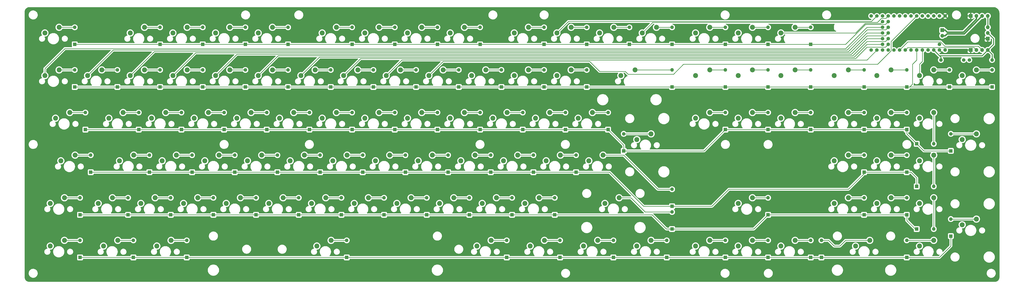
<source format=gtl>
G04 #@! TF.GenerationSoftware,KiCad,Pcbnew,(6.0.1)*
G04 #@! TF.CreationDate,2022-01-19T18:18:19+01:00*
G04 #@! TF.ProjectId,keyboard_pcb,6b657962-6f61-4726-945f-7063622e6b69,rev?*
G04 #@! TF.SameCoordinates,Original*
G04 #@! TF.FileFunction,Copper,L1,Top*
G04 #@! TF.FilePolarity,Positive*
%FSLAX46Y46*%
G04 Gerber Fmt 4.6, Leading zero omitted, Abs format (unit mm)*
G04 Created by KiCad (PCBNEW (6.0.1)) date 2022-01-19 18:18:19*
%MOMM*%
%LPD*%
G01*
G04 APERTURE LIST*
G04 #@! TA.AperFunction,ComponentPad*
%ADD10R,1.600000X1.600000*%
G04 #@! TD*
G04 #@! TA.AperFunction,ComponentPad*
%ADD11O,1.600000X1.600000*%
G04 #@! TD*
G04 #@! TA.AperFunction,ComponentPad*
%ADD12C,2.200000*%
G04 #@! TD*
G04 #@! TA.AperFunction,ComponentPad*
%ADD13R,1.700000X1.700000*%
G04 #@! TD*
G04 #@! TA.AperFunction,ComponentPad*
%ADD14O,1.700000X1.700000*%
G04 #@! TD*
G04 #@! TA.AperFunction,ComponentPad*
%ADD15C,1.600000*%
G04 #@! TD*
G04 #@! TA.AperFunction,Conductor*
%ADD16C,0.254000*%
G04 #@! TD*
G04 #@! TA.AperFunction,Conductor*
%ADD17C,0.381000*%
G04 #@! TD*
G04 #@! TA.AperFunction,Conductor*
%ADD18C,0.640000*%
G04 #@! TD*
G04 APERTURE END LIST*
D10*
G04 #@! TO.P,D1,1,K*
G04 #@! TO.N,ROW1*
X6985000Y-17145000D03*
D11*
G04 #@! TO.P,D1,2,A*
G04 #@! TO.N,Net-(D1-Pad2)*
X6985000Y-9525000D03*
G04 #@! TD*
D10*
G04 #@! TO.P,D2,1,K*
G04 #@! TO.N,ROW1*
X45085000Y-17145000D03*
D11*
G04 #@! TO.P,D2,2,A*
G04 #@! TO.N,Net-(D2-Pad2)*
X45085000Y-9525000D03*
G04 #@! TD*
D10*
G04 #@! TO.P,D3,1,K*
G04 #@! TO.N,ROW1*
X64135000Y-17145000D03*
D11*
G04 #@! TO.P,D3,2,A*
G04 #@! TO.N,Net-(D3-Pad2)*
X64135000Y-9525000D03*
G04 #@! TD*
D10*
G04 #@! TO.P,D4,1,K*
G04 #@! TO.N,ROW1*
X83185000Y-17145000D03*
D11*
G04 #@! TO.P,D4,2,A*
G04 #@! TO.N,Net-(D4-Pad2)*
X83185000Y-9525000D03*
G04 #@! TD*
D10*
G04 #@! TO.P,D5,1,K*
G04 #@! TO.N,ROW1*
X102235000Y-17145000D03*
D11*
G04 #@! TO.P,D5,2,A*
G04 #@! TO.N,Net-(D5-Pad2)*
X102235000Y-9525000D03*
G04 #@! TD*
D10*
G04 #@! TO.P,D6,1,K*
G04 #@! TO.N,ROW1*
X130810000Y-17145000D03*
D11*
G04 #@! TO.P,D6,2,A*
G04 #@! TO.N,Net-(D6-Pad2)*
X130810000Y-9525000D03*
G04 #@! TD*
D10*
G04 #@! TO.P,D7,1,K*
G04 #@! TO.N,ROW1*
X149860000Y-17145000D03*
D11*
G04 #@! TO.P,D7,2,A*
G04 #@! TO.N,Net-(D7-Pad2)*
X149860000Y-9525000D03*
G04 #@! TD*
D10*
G04 #@! TO.P,D8,1,K*
G04 #@! TO.N,ROW1*
X168910000Y-17145000D03*
D11*
G04 #@! TO.P,D8,2,A*
G04 #@! TO.N,Net-(D8-Pad2)*
X168910000Y-9525000D03*
G04 #@! TD*
D10*
G04 #@! TO.P,D9,1,K*
G04 #@! TO.N,ROW1*
X187960000Y-17145000D03*
D11*
G04 #@! TO.P,D9,2,A*
G04 #@! TO.N,Net-(D9-Pad2)*
X187960000Y-9525000D03*
G04 #@! TD*
D10*
G04 #@! TO.P,D10,1,K*
G04 #@! TO.N,ROW1*
X216535000Y-17145000D03*
D11*
G04 #@! TO.P,D10,2,A*
G04 #@! TO.N,Net-(D10-Pad2)*
X216535000Y-9525000D03*
G04 #@! TD*
D10*
G04 #@! TO.P,D11,1,K*
G04 #@! TO.N,ROW1*
X235585000Y-17145000D03*
D11*
G04 #@! TO.P,D11,2,A*
G04 #@! TO.N,Net-(D11-Pad2)*
X235585000Y-9525000D03*
G04 #@! TD*
D10*
G04 #@! TO.P,D12,1,K*
G04 #@! TO.N,ROW1*
X254635000Y-17145000D03*
D11*
G04 #@! TO.P,D12,2,A*
G04 #@! TO.N,Net-(D12-Pad2)*
X254635000Y-9525000D03*
G04 #@! TD*
D10*
G04 #@! TO.P,D13,1,K*
G04 #@! TO.N,ROW1*
X273685000Y-17145000D03*
D11*
G04 #@! TO.P,D13,2,A*
G04 #@! TO.N,Net-(D13-Pad2)*
X273685000Y-9525000D03*
G04 #@! TD*
D10*
G04 #@! TO.P,D14,1,K*
G04 #@! TO.N,ROW1*
X297498000Y-17145000D03*
D11*
G04 #@! TO.P,D14,2,A*
G04 #@! TO.N,Net-(D14-Pad2)*
X297498000Y-9525000D03*
G04 #@! TD*
D10*
G04 #@! TO.P,D15,1,K*
G04 #@! TO.N,ROW1*
X316548000Y-17145000D03*
D11*
G04 #@! TO.P,D15,2,A*
G04 #@! TO.N,Net-(D15-Pad2)*
X316548000Y-9525000D03*
G04 #@! TD*
D10*
G04 #@! TO.P,D16,1,K*
G04 #@! TO.N,ROW1*
X335598000Y-17145000D03*
D11*
G04 #@! TO.P,D16,2,A*
G04 #@! TO.N,Net-(D16-Pad2)*
X335598000Y-9525000D03*
G04 #@! TD*
D10*
G04 #@! TO.P,D17,1,K*
G04 #@! TO.N,ROW2*
X6985000Y-36195000D03*
D11*
G04 #@! TO.P,D17,2,A*
G04 #@! TO.N,Net-(D17-Pad2)*
X6985000Y-28575000D03*
G04 #@! TD*
D10*
G04 #@! TO.P,D18,1,K*
G04 #@! TO.N,ROW2*
X26035000Y-36195000D03*
D11*
G04 #@! TO.P,D18,2,A*
G04 #@! TO.N,Net-(D18-Pad2)*
X26035000Y-28575000D03*
G04 #@! TD*
D10*
G04 #@! TO.P,D19,1,K*
G04 #@! TO.N,ROW2*
X45085000Y-36195000D03*
D11*
G04 #@! TO.P,D19,2,A*
G04 #@! TO.N,Net-(D19-Pad2)*
X45085000Y-28575000D03*
G04 #@! TD*
D10*
G04 #@! TO.P,D20,1,K*
G04 #@! TO.N,ROW2*
X64135000Y-36195000D03*
D11*
G04 #@! TO.P,D20,2,A*
G04 #@! TO.N,Net-(D20-Pad2)*
X64135000Y-28575000D03*
G04 #@! TD*
D10*
G04 #@! TO.P,D21,1,K*
G04 #@! TO.N,ROW2*
X83185000Y-36195000D03*
D11*
G04 #@! TO.P,D21,2,A*
G04 #@! TO.N,Net-(D21-Pad2)*
X83185000Y-28575000D03*
G04 #@! TD*
D10*
G04 #@! TO.P,D22,1,K*
G04 #@! TO.N,ROW2*
X102235000Y-36195000D03*
D11*
G04 #@! TO.P,D22,2,A*
G04 #@! TO.N,Net-(D22-Pad2)*
X102235000Y-28575000D03*
G04 #@! TD*
D10*
G04 #@! TO.P,D23,1,K*
G04 #@! TO.N,ROW2*
X121285000Y-36195000D03*
D11*
G04 #@! TO.P,D23,2,A*
G04 #@! TO.N,Net-(D23-Pad2)*
X121285000Y-28575000D03*
G04 #@! TD*
D10*
G04 #@! TO.P,D24,1,K*
G04 #@! TO.N,ROW2*
X140335000Y-36195000D03*
D11*
G04 #@! TO.P,D24,2,A*
G04 #@! TO.N,Net-(D24-Pad2)*
X140335000Y-28575000D03*
G04 #@! TD*
D10*
G04 #@! TO.P,D25,1,K*
G04 #@! TO.N,ROW2*
X159385000Y-36195000D03*
D11*
G04 #@! TO.P,D25,2,A*
G04 #@! TO.N,Net-(D25-Pad2)*
X159385000Y-28575000D03*
G04 #@! TD*
D10*
G04 #@! TO.P,D26,1,K*
G04 #@! TO.N,ROW2*
X178435000Y-36195000D03*
D11*
G04 #@! TO.P,D26,2,A*
G04 #@! TO.N,Net-(D26-Pad2)*
X178435000Y-28575000D03*
G04 #@! TD*
D10*
G04 #@! TO.P,D27,1,K*
G04 #@! TO.N,ROW2*
X197485000Y-36195000D03*
D11*
G04 #@! TO.P,D27,2,A*
G04 #@! TO.N,Net-(D27-Pad2)*
X197485000Y-28575000D03*
G04 #@! TD*
D10*
G04 #@! TO.P,D28,1,K*
G04 #@! TO.N,ROW2*
X216535000Y-36195000D03*
D11*
G04 #@! TO.P,D28,2,A*
G04 #@! TO.N,Net-(D28-Pad2)*
X216535000Y-28575000D03*
G04 #@! TD*
D10*
G04 #@! TO.P,D29,1,K*
G04 #@! TO.N,ROW2*
X235585000Y-36195000D03*
D11*
G04 #@! TO.P,D29,2,A*
G04 #@! TO.N,Net-(D29-Pad2)*
X235585000Y-28575000D03*
G04 #@! TD*
D10*
G04 #@! TO.P,D30,1,K*
G04 #@! TO.N,ROW2*
X273685000Y-36195000D03*
D11*
G04 #@! TO.P,D30,2,A*
G04 #@! TO.N,Net-(D30-Pad2)*
X273685000Y-28575000D03*
G04 #@! TD*
D10*
G04 #@! TO.P,D31,1,K*
G04 #@! TO.N,ROW2*
X297498000Y-36195000D03*
D11*
G04 #@! TO.P,D31,2,A*
G04 #@! TO.N,Net-(D31-Pad2)*
X297498000Y-28575000D03*
G04 #@! TD*
D10*
G04 #@! TO.P,D32,1,K*
G04 #@! TO.N,ROW2*
X316548000Y-36195000D03*
D11*
G04 #@! TO.P,D32,2,A*
G04 #@! TO.N,Net-(D32-Pad2)*
X316548000Y-28575000D03*
G04 #@! TD*
D10*
G04 #@! TO.P,D33,1,K*
G04 #@! TO.N,ROW2*
X335598000Y-36195000D03*
D11*
G04 #@! TO.P,D33,2,A*
G04 #@! TO.N,Net-(D33-Pad2)*
X335598000Y-28575000D03*
G04 #@! TD*
D10*
G04 #@! TO.P,D34,1,K*
G04 #@! TO.N,ROW2*
X359410000Y-36195000D03*
D11*
G04 #@! TO.P,D34,2,A*
G04 #@! TO.N,Net-(D34-Pad2)*
X359410000Y-28575000D03*
G04 #@! TD*
D10*
G04 #@! TO.P,D35,1,K*
G04 #@! TO.N,ROW2*
X378460000Y-36195000D03*
D11*
G04 #@! TO.P,D35,2,A*
G04 #@! TO.N,Net-(D35-Pad2)*
X378460000Y-28575000D03*
G04 #@! TD*
D10*
G04 #@! TO.P,D36,1,K*
G04 #@! TO.N,ROW2*
X397510000Y-36195000D03*
D11*
G04 #@! TO.P,D36,2,A*
G04 #@! TO.N,Net-(D36-Pad2)*
X397510000Y-28575000D03*
G04 #@! TD*
D10*
G04 #@! TO.P,D37,1,K*
G04 #@! TO.N,ROW2*
X416560000Y-36195000D03*
D11*
G04 #@! TO.P,D37,2,A*
G04 #@! TO.N,Net-(D37-Pad2)*
X416560000Y-28575000D03*
G04 #@! TD*
D10*
G04 #@! TO.P,D38,1,K*
G04 #@! TO.N,ROW3*
X11747500Y-55245000D03*
D11*
G04 #@! TO.P,D38,2,A*
G04 #@! TO.N,Net-(D38-Pad2)*
X11747500Y-47625000D03*
G04 #@! TD*
D10*
G04 #@! TO.P,D39,1,K*
G04 #@! TO.N,ROW3*
X35560000Y-55245000D03*
D11*
G04 #@! TO.P,D39,2,A*
G04 #@! TO.N,Net-(D39-Pad2)*
X35560000Y-47625000D03*
G04 #@! TD*
D10*
G04 #@! TO.P,D40,1,K*
G04 #@! TO.N,ROW3*
X54610000Y-55245000D03*
D11*
G04 #@! TO.P,D40,2,A*
G04 #@! TO.N,Net-(D40-Pad2)*
X54610000Y-47625000D03*
G04 #@! TD*
D10*
G04 #@! TO.P,D41,1,K*
G04 #@! TO.N,ROW3*
X73660000Y-55245000D03*
D11*
G04 #@! TO.P,D41,2,A*
G04 #@! TO.N,Net-(D41-Pad2)*
X73660000Y-47625000D03*
G04 #@! TD*
D10*
G04 #@! TO.P,D42,1,K*
G04 #@! TO.N,ROW3*
X92710000Y-55245000D03*
D11*
G04 #@! TO.P,D42,2,A*
G04 #@! TO.N,Net-(D42-Pad2)*
X92710000Y-47625000D03*
G04 #@! TD*
D10*
G04 #@! TO.P,D43,1,K*
G04 #@! TO.N,ROW3*
X111760000Y-55245000D03*
D11*
G04 #@! TO.P,D43,2,A*
G04 #@! TO.N,Net-(D43-Pad2)*
X111760000Y-47625000D03*
G04 #@! TD*
D10*
G04 #@! TO.P,D44,1,K*
G04 #@! TO.N,ROW3*
X130810000Y-55245000D03*
D11*
G04 #@! TO.P,D44,2,A*
G04 #@! TO.N,Net-(D44-Pad2)*
X130810000Y-47625000D03*
G04 #@! TD*
D10*
G04 #@! TO.P,D45,1,K*
G04 #@! TO.N,ROW3*
X149860000Y-55245000D03*
D11*
G04 #@! TO.P,D45,2,A*
G04 #@! TO.N,Net-(D45-Pad2)*
X149860000Y-47625000D03*
G04 #@! TD*
D10*
G04 #@! TO.P,D46,1,K*
G04 #@! TO.N,ROW3*
X168910000Y-55245000D03*
D11*
G04 #@! TO.P,D46,2,A*
G04 #@! TO.N,Net-(D46-Pad2)*
X168910000Y-47625000D03*
G04 #@! TD*
D10*
G04 #@! TO.P,D47,1,K*
G04 #@! TO.N,ROW3*
X187960000Y-55245000D03*
D11*
G04 #@! TO.P,D47,2,A*
G04 #@! TO.N,Net-(D47-Pad2)*
X187960000Y-47625000D03*
G04 #@! TD*
D10*
G04 #@! TO.P,D48,1,K*
G04 #@! TO.N,ROW3*
X207010000Y-55245000D03*
D11*
G04 #@! TO.P,D48,2,A*
G04 #@! TO.N,Net-(D48-Pad2)*
X207010000Y-47625000D03*
G04 #@! TD*
D10*
G04 #@! TO.P,D49,1,K*
G04 #@! TO.N,ROW3*
X226060000Y-55245000D03*
D11*
G04 #@! TO.P,D49,2,A*
G04 #@! TO.N,Net-(D49-Pad2)*
X226060000Y-47625000D03*
G04 #@! TD*
D10*
G04 #@! TO.P,D50,1,K*
G04 #@! TO.N,ROW3*
X245110000Y-55245000D03*
D11*
G04 #@! TO.P,D50,2,A*
G04 #@! TO.N,Net-(D50-Pad2)*
X245110000Y-47625000D03*
G04 #@! TD*
D10*
G04 #@! TO.P,D51,1,K*
G04 #@! TO.N,ROW3*
X252095000Y-64770000D03*
D11*
G04 #@! TO.P,D51,2,A*
G04 #@! TO.N,Net-(D51-Pad2)*
X252095000Y-57150000D03*
G04 #@! TD*
D10*
G04 #@! TO.P,D52,1,K*
G04 #@! TO.N,ROW3*
X297498000Y-55245000D03*
D11*
G04 #@! TO.P,D52,2,A*
G04 #@! TO.N,Net-(D52-Pad2)*
X297498000Y-47625000D03*
G04 #@! TD*
D10*
G04 #@! TO.P,D53,1,K*
G04 #@! TO.N,ROW3*
X316548000Y-55245000D03*
D11*
G04 #@! TO.P,D53,2,A*
G04 #@! TO.N,Net-(D53-Pad2)*
X316548000Y-47625000D03*
G04 #@! TD*
D10*
G04 #@! TO.P,D54,1,K*
G04 #@! TO.N,ROW3*
X335598000Y-55245000D03*
D11*
G04 #@! TO.P,D54,2,A*
G04 #@! TO.N,Net-(D54-Pad2)*
X335598000Y-47625000D03*
G04 #@! TD*
D10*
G04 #@! TO.P,D55,1,K*
G04 #@! TO.N,ROW3*
X359410000Y-55245000D03*
D11*
G04 #@! TO.P,D55,2,A*
G04 #@! TO.N,Net-(D55-Pad2)*
X359410000Y-47625000D03*
G04 #@! TD*
D10*
G04 #@! TO.P,D56,1,K*
G04 #@! TO.N,ROW3*
X378460000Y-55245000D03*
D11*
G04 #@! TO.P,D56,2,A*
G04 #@! TO.N,Net-(D56-Pad2)*
X378460000Y-47625000D03*
G04 #@! TD*
D10*
G04 #@! TO.P,D57,1,K*
G04 #@! TO.N,ROW3*
X382905000Y-61595000D03*
D11*
G04 #@! TO.P,D57,2,A*
G04 #@! TO.N,Net-(D57-Pad2)*
X390525000Y-61595000D03*
G04 #@! TD*
D10*
G04 #@! TO.P,D58,1,K*
G04 #@! TO.N,ROW3*
X398145000Y-64770000D03*
D11*
G04 #@! TO.P,D58,2,A*
G04 #@! TO.N,Net-(D58-Pad2)*
X398145000Y-57150000D03*
G04 #@! TD*
D10*
G04 #@! TO.P,D59,1,K*
G04 #@! TO.N,ROW4*
X14128800Y-74295000D03*
D11*
G04 #@! TO.P,D59,2,A*
G04 #@! TO.N,Net-(D59-Pad2)*
X14128800Y-66675000D03*
G04 #@! TD*
D10*
G04 #@! TO.P,D60,1,K*
G04 #@! TO.N,ROW4*
X40322500Y-74295000D03*
D11*
G04 #@! TO.P,D60,2,A*
G04 #@! TO.N,Net-(D60-Pad2)*
X40322500Y-66675000D03*
G04 #@! TD*
D10*
G04 #@! TO.P,D61,1,K*
G04 #@! TO.N,ROW4*
X59372500Y-74295000D03*
D11*
G04 #@! TO.P,D61,2,A*
G04 #@! TO.N,Net-(D61-Pad2)*
X59372500Y-66675000D03*
G04 #@! TD*
D10*
G04 #@! TO.P,D62,1,K*
G04 #@! TO.N,ROW4*
X78422500Y-74295000D03*
D11*
G04 #@! TO.P,D62,2,A*
G04 #@! TO.N,Net-(D62-Pad2)*
X78422500Y-66675000D03*
G04 #@! TD*
D10*
G04 #@! TO.P,D63,1,K*
G04 #@! TO.N,ROW4*
X97472500Y-74295000D03*
D11*
G04 #@! TO.P,D63,2,A*
G04 #@! TO.N,Net-(D63-Pad2)*
X97472500Y-66675000D03*
G04 #@! TD*
D10*
G04 #@! TO.P,D64,1,K*
G04 #@! TO.N,ROW4*
X116522000Y-74295000D03*
D11*
G04 #@! TO.P,D64,2,A*
G04 #@! TO.N,Net-(D64-Pad2)*
X116522000Y-66675000D03*
G04 #@! TD*
D10*
G04 #@! TO.P,D65,1,K*
G04 #@! TO.N,ROW4*
X135572000Y-74295000D03*
D11*
G04 #@! TO.P,D65,2,A*
G04 #@! TO.N,Net-(D65-Pad2)*
X135572000Y-66675000D03*
G04 #@! TD*
D10*
G04 #@! TO.P,D66,1,K*
G04 #@! TO.N,ROW4*
X154622000Y-74295000D03*
D11*
G04 #@! TO.P,D66,2,A*
G04 #@! TO.N,Net-(D66-Pad2)*
X154622000Y-66675000D03*
G04 #@! TD*
D10*
G04 #@! TO.P,D67,1,K*
G04 #@! TO.N,ROW4*
X173672000Y-74295000D03*
D11*
G04 #@! TO.P,D67,2,A*
G04 #@! TO.N,Net-(D67-Pad2)*
X173672000Y-66675000D03*
G04 #@! TD*
D10*
G04 #@! TO.P,D68,1,K*
G04 #@! TO.N,ROW4*
X192722000Y-74295000D03*
D11*
G04 #@! TO.P,D68,2,A*
G04 #@! TO.N,Net-(D68-Pad2)*
X192722000Y-66675000D03*
G04 #@! TD*
D10*
G04 #@! TO.P,D69,1,K*
G04 #@! TO.N,ROW4*
X211772000Y-74295000D03*
D11*
G04 #@! TO.P,D69,2,A*
G04 #@! TO.N,Net-(D69-Pad2)*
X211772000Y-66675000D03*
G04 #@! TD*
D10*
G04 #@! TO.P,D70,1,K*
G04 #@! TO.N,ROW4*
X230822000Y-74295000D03*
D11*
G04 #@! TO.P,D70,2,A*
G04 #@! TO.N,Net-(D70-Pad2)*
X230822000Y-66675000D03*
G04 #@! TD*
D10*
G04 #@! TO.P,D71,1,K*
G04 #@! TO.N,ROW4*
X273685000Y-89535000D03*
D11*
G04 #@! TO.P,D71,2,A*
G04 #@! TO.N,Net-(D71-Pad2)*
X273685000Y-81915000D03*
G04 #@! TD*
D10*
G04 #@! TO.P,D72,1,K*
G04 #@! TO.N,ROW4*
X359410000Y-74295000D03*
D11*
G04 #@! TO.P,D72,2,A*
G04 #@! TO.N,Net-(D72-Pad2)*
X359410000Y-66675000D03*
G04 #@! TD*
D10*
G04 #@! TO.P,D73,1,K*
G04 #@! TO.N,ROW4*
X378460000Y-74295000D03*
D11*
G04 #@! TO.P,D73,2,A*
G04 #@! TO.N,Net-(D73-Pad2)*
X378460000Y-66675000D03*
G04 #@! TD*
D10*
G04 #@! TO.P,D74,1,K*
G04 #@! TO.N,ROW4*
X382905000Y-80645000D03*
D11*
G04 #@! TO.P,D74,2,A*
G04 #@! TO.N,Net-(D74-Pad2)*
X390525000Y-80645000D03*
G04 #@! TD*
D10*
G04 #@! TO.P,D75,1,K*
G04 #@! TO.N,ROW5*
X9366300Y-93345000D03*
D11*
G04 #@! TO.P,D75,2,A*
G04 #@! TO.N,Net-(D75-Pad2)*
X9366300Y-85725000D03*
G04 #@! TD*
D10*
G04 #@! TO.P,D76,1,K*
G04 #@! TO.N,ROW5*
X30797500Y-93345000D03*
D11*
G04 #@! TO.P,D76,2,A*
G04 #@! TO.N,Net-(D76-Pad2)*
X30797500Y-85725000D03*
G04 #@! TD*
D10*
G04 #@! TO.P,D77,1,K*
G04 #@! TO.N,ROW5*
X49847500Y-93345000D03*
D11*
G04 #@! TO.P,D77,2,A*
G04 #@! TO.N,Net-(D77-Pad2)*
X49847500Y-85725000D03*
G04 #@! TD*
D10*
G04 #@! TO.P,D78,1,K*
G04 #@! TO.N,ROW5*
X68897500Y-93345000D03*
D11*
G04 #@! TO.P,D78,2,A*
G04 #@! TO.N,Net-(D78-Pad2)*
X68897500Y-85725000D03*
G04 #@! TD*
D10*
G04 #@! TO.P,D79,1,K*
G04 #@! TO.N,ROW5*
X87947500Y-93345000D03*
D11*
G04 #@! TO.P,D79,2,A*
G04 #@! TO.N,Net-(D79-Pad2)*
X87947500Y-85725000D03*
G04 #@! TD*
D10*
G04 #@! TO.P,D80,1,K*
G04 #@! TO.N,ROW5*
X106998000Y-93345000D03*
D11*
G04 #@! TO.P,D80,2,A*
G04 #@! TO.N,Net-(D80-Pad2)*
X106998000Y-85725000D03*
G04 #@! TD*
D10*
G04 #@! TO.P,D81,1,K*
G04 #@! TO.N,ROW5*
X126048000Y-93345000D03*
D11*
G04 #@! TO.P,D81,2,A*
G04 #@! TO.N,Net-(D81-Pad2)*
X126048000Y-85725000D03*
G04 #@! TD*
D10*
G04 #@! TO.P,D82,1,K*
G04 #@! TO.N,ROW5*
X145098000Y-93345000D03*
D11*
G04 #@! TO.P,D82,2,A*
G04 #@! TO.N,Net-(D82-Pad2)*
X145098000Y-85725000D03*
G04 #@! TD*
D10*
G04 #@! TO.P,D83,1,K*
G04 #@! TO.N,ROW5*
X164148000Y-93345000D03*
D11*
G04 #@! TO.P,D83,2,A*
G04 #@! TO.N,Net-(D83-Pad2)*
X164148000Y-85725000D03*
G04 #@! TD*
D10*
G04 #@! TO.P,D84,1,K*
G04 #@! TO.N,ROW5*
X183198000Y-93345000D03*
D11*
G04 #@! TO.P,D84,2,A*
G04 #@! TO.N,Net-(D84-Pad2)*
X183198000Y-85725000D03*
G04 #@! TD*
D10*
G04 #@! TO.P,D85,1,K*
G04 #@! TO.N,ROW5*
X202248000Y-93345000D03*
D11*
G04 #@! TO.P,D85,2,A*
G04 #@! TO.N,Net-(D85-Pad2)*
X202248000Y-85725000D03*
G04 #@! TD*
D10*
G04 #@! TO.P,D86,1,K*
G04 #@! TO.N,ROW5*
X221298000Y-93345000D03*
D11*
G04 #@! TO.P,D86,2,A*
G04 #@! TO.N,Net-(D86-Pad2)*
X221298000Y-85725000D03*
G04 #@! TD*
D10*
G04 #@! TO.P,D88,1,K*
G04 #@! TO.N,ROW5*
X316548000Y-93345000D03*
D11*
G04 #@! TO.P,D88,2,A*
G04 #@! TO.N,Net-(D88-Pad2)*
X316548000Y-85725000D03*
G04 #@! TD*
D10*
G04 #@! TO.P,D89,1,K*
G04 #@! TO.N,ROW5*
X359410000Y-93345000D03*
D11*
G04 #@! TO.P,D89,2,A*
G04 #@! TO.N,Net-(D89-Pad2)*
X359410000Y-85725000D03*
G04 #@! TD*
D10*
G04 #@! TO.P,D90,1,K*
G04 #@! TO.N,ROW5*
X378460000Y-93345000D03*
D11*
G04 #@! TO.P,D90,2,A*
G04 #@! TO.N,Net-(D90-Pad2)*
X378460000Y-85725000D03*
G04 #@! TD*
D10*
G04 #@! TO.P,D91,1,K*
G04 #@! TO.N,ROW5*
X382905000Y-99695000D03*
D11*
G04 #@! TO.P,D91,2,A*
G04 #@! TO.N,Net-(D91-Pad2)*
X390525000Y-99695000D03*
G04 #@! TD*
D10*
G04 #@! TO.P,D92,1,K*
G04 #@! TO.N,ROW6*
X9366300Y-112395000D03*
D11*
G04 #@! TO.P,D92,2,A*
G04 #@! TO.N,Net-(D92-Pad2)*
X9366300Y-104775000D03*
G04 #@! TD*
D10*
G04 #@! TO.P,D93,1,K*
G04 #@! TO.N,ROW6*
X33178800Y-112395000D03*
D11*
G04 #@! TO.P,D93,2,A*
G04 #@! TO.N,Net-(D93-Pad2)*
X33178800Y-104775000D03*
G04 #@! TD*
D10*
G04 #@! TO.P,D94,1,K*
G04 #@! TO.N,ROW6*
X56991200Y-112395000D03*
D11*
G04 #@! TO.P,D94,2,A*
G04 #@! TO.N,Net-(D94-Pad2)*
X56991200Y-104775000D03*
G04 #@! TD*
D10*
G04 #@! TO.P,D95,1,K*
G04 #@! TO.N,ROW6*
X128429000Y-112395000D03*
D11*
G04 #@! TO.P,D95,2,A*
G04 #@! TO.N,Net-(D95-Pad2)*
X128429000Y-104775000D03*
G04 #@! TD*
D10*
G04 #@! TO.P,D96,1,K*
G04 #@! TO.N,ROW6*
X199866000Y-112395000D03*
D11*
G04 #@! TO.P,D96,2,A*
G04 #@! TO.N,Net-(D96-Pad2)*
X199866000Y-104775000D03*
G04 #@! TD*
D10*
G04 #@! TO.P,D97,1,K*
G04 #@! TO.N,ROW6*
X223679000Y-112395000D03*
D11*
G04 #@! TO.P,D97,2,A*
G04 #@! TO.N,Net-(D97-Pad2)*
X223679000Y-104775000D03*
G04 #@! TD*
D10*
G04 #@! TO.P,D98,1,K*
G04 #@! TO.N,ROW6*
X247491000Y-112395000D03*
D11*
G04 #@! TO.P,D98,2,A*
G04 #@! TO.N,Net-(D98-Pad2)*
X247491000Y-104775000D03*
G04 #@! TD*
D10*
G04 #@! TO.P,D99,1,K*
G04 #@! TO.N,ROW6*
X271304000Y-112395000D03*
D11*
G04 #@! TO.P,D99,2,A*
G04 #@! TO.N,Net-(D99-Pad2)*
X271304000Y-104775000D03*
G04 #@! TD*
D10*
G04 #@! TO.P,D100,1,K*
G04 #@! TO.N,ROW6*
X297498000Y-112395000D03*
D11*
G04 #@! TO.P,D100,2,A*
G04 #@! TO.N,Net-(D100-Pad2)*
X297498000Y-104775000D03*
G04 #@! TD*
D10*
G04 #@! TO.P,D101,1,K*
G04 #@! TO.N,ROW6*
X316548000Y-112395000D03*
D11*
G04 #@! TO.P,D101,2,A*
G04 #@! TO.N,Net-(D101-Pad2)*
X316548000Y-104775000D03*
G04 #@! TD*
D10*
G04 #@! TO.P,D102,1,K*
G04 #@! TO.N,ROW6*
X335598000Y-112395000D03*
D11*
G04 #@! TO.P,D102,2,A*
G04 #@! TO.N,Net-(D102-Pad2)*
X335598000Y-104775000D03*
G04 #@! TD*
D10*
G04 #@! TO.P,D105,1,K*
G04 #@! TO.N,ROW6*
X398145000Y-102870000D03*
D11*
G04 #@! TO.P,D105,2,A*
G04 #@! TO.N,Net-(D105-Pad2)*
X398145000Y-95250000D03*
G04 #@! TD*
D12*
G04 #@! TO.P,SW1,1,1*
G04 #@! TO.N,Net-(D1-Pad2)*
X0Y-9525000D03*
G04 #@! TO.P,SW1,2,2*
G04 #@! TO.N,COL1*
X-6350000Y-12065000D03*
G04 #@! TD*
G04 #@! TO.P,SW2,1,1*
G04 #@! TO.N,Net-(D2-Pad2)*
X38100000Y-9525000D03*
G04 #@! TO.P,SW2,2,2*
G04 #@! TO.N,COL3*
X31750000Y-12065000D03*
G04 #@! TD*
G04 #@! TO.P,SW3,1,1*
G04 #@! TO.N,Net-(D3-Pad2)*
X57150000Y-9525000D03*
G04 #@! TO.P,SW3,2,2*
G04 #@! TO.N,COL4*
X50800000Y-12065000D03*
G04 #@! TD*
G04 #@! TO.P,SW4,1,1*
G04 #@! TO.N,Net-(D4-Pad2)*
X76200000Y-9525000D03*
G04 #@! TO.P,SW4,2,2*
G04 #@! TO.N,COL5*
X69850000Y-12065000D03*
G04 #@! TD*
G04 #@! TO.P,SW5,1,1*
G04 #@! TO.N,Net-(D5-Pad2)*
X95250000Y-9525000D03*
G04 #@! TO.P,SW5,2,2*
G04 #@! TO.N,COL6*
X88900000Y-12065000D03*
G04 #@! TD*
G04 #@! TO.P,SW6,1,1*
G04 #@! TO.N,Net-(D6-Pad2)*
X123825000Y-9525000D03*
G04 #@! TO.P,SW6,2,2*
G04 #@! TO.N,COL7*
X117475000Y-12065000D03*
G04 #@! TD*
G04 #@! TO.P,SW7,1,1*
G04 #@! TO.N,Net-(D7-Pad2)*
X142875000Y-9525000D03*
G04 #@! TO.P,SW7,2,2*
G04 #@! TO.N,COL8*
X136525000Y-12065000D03*
G04 #@! TD*
G04 #@! TO.P,SW8,1,1*
G04 #@! TO.N,Net-(D8-Pad2)*
X161925000Y-9525000D03*
G04 #@! TO.P,SW8,2,2*
G04 #@! TO.N,COL9*
X155575000Y-12065000D03*
G04 #@! TD*
G04 #@! TO.P,SW9,1,1*
G04 #@! TO.N,Net-(D9-Pad2)*
X180975000Y-9525000D03*
G04 #@! TO.P,SW9,2,2*
G04 #@! TO.N,COL10*
X174625000Y-12065000D03*
G04 #@! TD*
G04 #@! TO.P,SW10,1,1*
G04 #@! TO.N,Net-(D10-Pad2)*
X209550000Y-9525000D03*
G04 #@! TO.P,SW10,2,2*
G04 #@! TO.N,COL11*
X203200000Y-12065000D03*
G04 #@! TD*
G04 #@! TO.P,SW11,1,1*
G04 #@! TO.N,Net-(D11-Pad2)*
X228600000Y-9525000D03*
G04 #@! TO.P,SW11,2,2*
G04 #@! TO.N,COL12*
X222250000Y-12065000D03*
G04 #@! TD*
G04 #@! TO.P,SW12,1,1*
G04 #@! TO.N,Net-(D12-Pad2)*
X247650000Y-9525000D03*
G04 #@! TO.P,SW12,2,2*
G04 #@! TO.N,COL13*
X241300000Y-12065000D03*
G04 #@! TD*
G04 #@! TO.P,SW13,1,1*
G04 #@! TO.N,Net-(D13-Pad2)*
X266700000Y-9525000D03*
G04 #@! TO.P,SW13,2,2*
G04 #@! TO.N,COL14*
X260350000Y-12065000D03*
G04 #@! TD*
G04 #@! TO.P,SW14,1,1*
G04 #@! TO.N,Net-(D14-Pad2)*
X290512000Y-9525000D03*
G04 #@! TO.P,SW14,2,2*
G04 #@! TO.N,COL15*
X284162000Y-12065000D03*
G04 #@! TD*
G04 #@! TO.P,SW15,1,1*
G04 #@! TO.N,Net-(D15-Pad2)*
X309562000Y-9525000D03*
G04 #@! TO.P,SW15,2,2*
G04 #@! TO.N,COL16*
X303212000Y-12065000D03*
G04 #@! TD*
G04 #@! TO.P,SW16,1,1*
G04 #@! TO.N,Net-(D16-Pad2)*
X328612000Y-9525000D03*
G04 #@! TO.P,SW16,2,2*
G04 #@! TO.N,COL17*
X322262000Y-12065000D03*
G04 #@! TD*
G04 #@! TO.P,SW17,1,1*
G04 #@! TO.N,Net-(D17-Pad2)*
X0Y-28575000D03*
G04 #@! TO.P,SW17,2,2*
G04 #@! TO.N,COL1*
X-6350000Y-31115000D03*
G04 #@! TD*
G04 #@! TO.P,SW18,1,1*
G04 #@! TO.N,Net-(D18-Pad2)*
X19050000Y-28575000D03*
G04 #@! TO.P,SW18,2,2*
G04 #@! TO.N,COL2*
X12700000Y-31115000D03*
G04 #@! TD*
G04 #@! TO.P,SW19,1,1*
G04 #@! TO.N,Net-(D19-Pad2)*
X38100000Y-28575000D03*
G04 #@! TO.P,SW19,2,2*
G04 #@! TO.N,COL3*
X31750000Y-31115000D03*
G04 #@! TD*
G04 #@! TO.P,SW20,1,1*
G04 #@! TO.N,Net-(D20-Pad2)*
X57150000Y-28575000D03*
G04 #@! TO.P,SW20,2,2*
G04 #@! TO.N,COL4*
X50800000Y-31115000D03*
G04 #@! TD*
G04 #@! TO.P,SW21,1,1*
G04 #@! TO.N,Net-(D21-Pad2)*
X76200000Y-28575000D03*
G04 #@! TO.P,SW21,2,2*
G04 #@! TO.N,COL5*
X69850000Y-31115000D03*
G04 #@! TD*
G04 #@! TO.P,SW22,1,1*
G04 #@! TO.N,Net-(D22-Pad2)*
X95250000Y-28575000D03*
G04 #@! TO.P,SW22,2,2*
G04 #@! TO.N,COL6*
X88900000Y-31115000D03*
G04 #@! TD*
G04 #@! TO.P,SW23,1,1*
G04 #@! TO.N,Net-(D23-Pad2)*
X114300000Y-28575000D03*
G04 #@! TO.P,SW23,2,2*
G04 #@! TO.N,COL7*
X107950000Y-31115000D03*
G04 #@! TD*
G04 #@! TO.P,SW24,1,1*
G04 #@! TO.N,Net-(D24-Pad2)*
X133350000Y-28575000D03*
G04 #@! TO.P,SW24,2,2*
G04 #@! TO.N,COL8*
X127000000Y-31115000D03*
G04 #@! TD*
G04 #@! TO.P,SW25,1,1*
G04 #@! TO.N,Net-(D25-Pad2)*
X152400000Y-28575000D03*
G04 #@! TO.P,SW25,2,2*
G04 #@! TO.N,COL9*
X146050000Y-31115000D03*
G04 #@! TD*
G04 #@! TO.P,SW26,1,1*
G04 #@! TO.N,Net-(D26-Pad2)*
X171450000Y-28575000D03*
G04 #@! TO.P,SW26,2,2*
G04 #@! TO.N,COL10*
X165100000Y-31115000D03*
G04 #@! TD*
G04 #@! TO.P,SW27,1,1*
G04 #@! TO.N,Net-(D27-Pad2)*
X190500000Y-28575000D03*
G04 #@! TO.P,SW27,2,2*
G04 #@! TO.N,COL11*
X184150000Y-31115000D03*
G04 #@! TD*
G04 #@! TO.P,SW28,1,1*
G04 #@! TO.N,Net-(D28-Pad2)*
X209550000Y-28575000D03*
G04 #@! TO.P,SW28,2,2*
G04 #@! TO.N,COL12*
X203200000Y-31115000D03*
G04 #@! TD*
G04 #@! TO.P,SW29,1,1*
G04 #@! TO.N,Net-(D29-Pad2)*
X228600000Y-28575000D03*
G04 #@! TO.P,SW29,2,2*
G04 #@! TO.N,COL13*
X222250000Y-31115000D03*
G04 #@! TD*
G04 #@! TO.P,SW30,1,1*
G04 #@! TO.N,Net-(D30-Pad2)*
X257175000Y-28575000D03*
G04 #@! TO.P,SW30,2,2*
G04 #@! TO.N,COL14*
X250825000Y-31115000D03*
G04 #@! TD*
G04 #@! TO.P,SW31,1,1*
G04 #@! TO.N,Net-(D31-Pad2)*
X290512000Y-28575000D03*
G04 #@! TO.P,SW31,2,2*
G04 #@! TO.N,COL15*
X284162000Y-31115000D03*
G04 #@! TD*
G04 #@! TO.P,SW32,1,1*
G04 #@! TO.N,Net-(D32-Pad2)*
X309562000Y-28575000D03*
G04 #@! TO.P,SW32,2,2*
G04 #@! TO.N,COL16*
X303212000Y-31115000D03*
G04 #@! TD*
G04 #@! TO.P,SW33,1,1*
G04 #@! TO.N,Net-(D33-Pad2)*
X328612000Y-28575000D03*
G04 #@! TO.P,SW33,2,2*
G04 #@! TO.N,COL17*
X322262000Y-31115000D03*
G04 #@! TD*
G04 #@! TO.P,SW34,1,1*
G04 #@! TO.N,Net-(D34-Pad2)*
X352425000Y-28575000D03*
G04 #@! TO.P,SW34,2,2*
G04 #@! TO.N,COL18*
X346075000Y-31115000D03*
G04 #@! TD*
G04 #@! TO.P,SW35,1,1*
G04 #@! TO.N,Net-(D35-Pad2)*
X371475000Y-28575000D03*
G04 #@! TO.P,SW35,2,2*
G04 #@! TO.N,COL19*
X365125000Y-31115000D03*
G04 #@! TD*
G04 #@! TO.P,SW36,1,1*
G04 #@! TO.N,Net-(D36-Pad2)*
X390525000Y-28575000D03*
G04 #@! TO.P,SW36,2,2*
G04 #@! TO.N,COL20*
X384175000Y-31115000D03*
G04 #@! TD*
G04 #@! TO.P,SW37,1,1*
G04 #@! TO.N,Net-(D37-Pad2)*
X409575000Y-28575000D03*
G04 #@! TO.P,SW37,2,2*
G04 #@! TO.N,COL21*
X403225000Y-31115000D03*
G04 #@! TD*
G04 #@! TO.P,SW38,1,1*
G04 #@! TO.N,Net-(D38-Pad2)*
X4762500Y-47625000D03*
G04 #@! TO.P,SW38,2,2*
G04 #@! TO.N,COL1*
X-1587500Y-50165000D03*
G04 #@! TD*
G04 #@! TO.P,SW39,1,1*
G04 #@! TO.N,Net-(D39-Pad2)*
X28575000Y-47625000D03*
G04 #@! TO.P,SW39,2,2*
G04 #@! TO.N,COL2*
X22225000Y-50165000D03*
G04 #@! TD*
G04 #@! TO.P,SW40,1,1*
G04 #@! TO.N,Net-(D40-Pad2)*
X47625000Y-47625000D03*
G04 #@! TO.P,SW40,2,2*
G04 #@! TO.N,COL3*
X41275000Y-50165000D03*
G04 #@! TD*
G04 #@! TO.P,SW41,1,1*
G04 #@! TO.N,Net-(D41-Pad2)*
X66675000Y-47625000D03*
G04 #@! TO.P,SW41,2,2*
G04 #@! TO.N,COL4*
X60325000Y-50165000D03*
G04 #@! TD*
G04 #@! TO.P,SW42,1,1*
G04 #@! TO.N,Net-(D42-Pad2)*
X85725000Y-47625000D03*
G04 #@! TO.P,SW42,2,2*
G04 #@! TO.N,COL5*
X79375000Y-50165000D03*
G04 #@! TD*
G04 #@! TO.P,SW43,1,1*
G04 #@! TO.N,Net-(D43-Pad2)*
X104775000Y-47625000D03*
G04 #@! TO.P,SW43,2,2*
G04 #@! TO.N,COL6*
X98425000Y-50165000D03*
G04 #@! TD*
G04 #@! TO.P,SW44,1,1*
G04 #@! TO.N,Net-(D44-Pad2)*
X123825000Y-47625000D03*
G04 #@! TO.P,SW44,2,2*
G04 #@! TO.N,COL7*
X117475000Y-50165000D03*
G04 #@! TD*
G04 #@! TO.P,SW45,1,1*
G04 #@! TO.N,Net-(D45-Pad2)*
X142875000Y-47625000D03*
G04 #@! TO.P,SW45,2,2*
G04 #@! TO.N,COL8*
X136525000Y-50165000D03*
G04 #@! TD*
G04 #@! TO.P,SW46,1,1*
G04 #@! TO.N,Net-(D46-Pad2)*
X161925000Y-47625000D03*
G04 #@! TO.P,SW46,2,2*
G04 #@! TO.N,COL9*
X155575000Y-50165000D03*
G04 #@! TD*
G04 #@! TO.P,SW47,1,1*
G04 #@! TO.N,Net-(D47-Pad2)*
X180975000Y-47625000D03*
G04 #@! TO.P,SW47,2,2*
G04 #@! TO.N,COL10*
X174625000Y-50165000D03*
G04 #@! TD*
G04 #@! TO.P,SW48,1,1*
G04 #@! TO.N,Net-(D48-Pad2)*
X200025000Y-47625000D03*
G04 #@! TO.P,SW48,2,2*
G04 #@! TO.N,COL11*
X193675000Y-50165000D03*
G04 #@! TD*
G04 #@! TO.P,SW49,1,1*
G04 #@! TO.N,Net-(D49-Pad2)*
X219075000Y-47625000D03*
G04 #@! TO.P,SW49,2,2*
G04 #@! TO.N,COL12*
X212725000Y-50165000D03*
G04 #@! TD*
G04 #@! TO.P,SW50,1,1*
G04 #@! TO.N,Net-(D50-Pad2)*
X238125000Y-47625000D03*
G04 #@! TO.P,SW50,2,2*
G04 #@! TO.N,COL13*
X231775000Y-50165000D03*
G04 #@! TD*
G04 #@! TO.P,SW51,1,1*
G04 #@! TO.N,Net-(D51-Pad2)*
X264319000Y-57150000D03*
G04 #@! TO.P,SW51,2,2*
G04 #@! TO.N,COL14*
X257969000Y-59690000D03*
G04 #@! TD*
G04 #@! TO.P,SW52,1,1*
G04 #@! TO.N,Net-(D52-Pad2)*
X290512000Y-47625000D03*
G04 #@! TO.P,SW52,2,2*
G04 #@! TO.N,COL15*
X284162000Y-50165000D03*
G04 #@! TD*
G04 #@! TO.P,SW53,1,1*
G04 #@! TO.N,Net-(D53-Pad2)*
X309562000Y-47625000D03*
G04 #@! TO.P,SW53,2,2*
G04 #@! TO.N,COL16*
X303212000Y-50165000D03*
G04 #@! TD*
G04 #@! TO.P,SW54,1,1*
G04 #@! TO.N,Net-(D54-Pad2)*
X328612000Y-47625000D03*
G04 #@! TO.P,SW54,2,2*
G04 #@! TO.N,COL17*
X322262000Y-50165000D03*
G04 #@! TD*
G04 #@! TO.P,SW55,1,1*
G04 #@! TO.N,Net-(D55-Pad2)*
X352425000Y-47625000D03*
G04 #@! TO.P,SW55,2,2*
G04 #@! TO.N,COL18*
X346075000Y-50165000D03*
G04 #@! TD*
G04 #@! TO.P,SW56,1,1*
G04 #@! TO.N,Net-(D56-Pad2)*
X371475000Y-47625000D03*
G04 #@! TO.P,SW56,2,2*
G04 #@! TO.N,COL19*
X365125000Y-50165000D03*
G04 #@! TD*
G04 #@! TO.P,SW57,1,1*
G04 #@! TO.N,Net-(D57-Pad2)*
X390525000Y-47625000D03*
G04 #@! TO.P,SW57,2,2*
G04 #@! TO.N,COL20*
X384175000Y-50165000D03*
G04 #@! TD*
G04 #@! TO.P,SW58,1,1*
G04 #@! TO.N,Net-(D58-Pad2)*
X409575000Y-57150000D03*
G04 #@! TO.P,SW58,2,2*
G04 #@! TO.N,COL21*
X403225000Y-59690000D03*
G04 #@! TD*
G04 #@! TO.P,SW59,1,1*
G04 #@! TO.N,Net-(D59-Pad2)*
X7143800Y-66675000D03*
G04 #@! TO.P,SW59,2,2*
G04 #@! TO.N,COL1*
X793800Y-69215000D03*
G04 #@! TD*
G04 #@! TO.P,SW60,1,1*
G04 #@! TO.N,Net-(D60-Pad2)*
X33337500Y-66675000D03*
G04 #@! TO.P,SW60,2,2*
G04 #@! TO.N,COL2*
X26987500Y-69215000D03*
G04 #@! TD*
G04 #@! TO.P,SW61,1,1*
G04 #@! TO.N,Net-(D61-Pad2)*
X52387500Y-66675000D03*
G04 #@! TO.P,SW61,2,2*
G04 #@! TO.N,COL3*
X46037500Y-69215000D03*
G04 #@! TD*
G04 #@! TO.P,SW62,1,1*
G04 #@! TO.N,Net-(D62-Pad2)*
X71437500Y-66675000D03*
G04 #@! TO.P,SW62,2,2*
G04 #@! TO.N,COL4*
X65087500Y-69215000D03*
G04 #@! TD*
G04 #@! TO.P,SW63,1,1*
G04 #@! TO.N,Net-(D63-Pad2)*
X90487500Y-66675000D03*
G04 #@! TO.P,SW63,2,2*
G04 #@! TO.N,COL5*
X84137500Y-69215000D03*
G04 #@! TD*
G04 #@! TO.P,SW64,1,1*
G04 #@! TO.N,Net-(D64-Pad2)*
X109538000Y-66675000D03*
G04 #@! TO.P,SW64,2,2*
G04 #@! TO.N,COL6*
X103188000Y-69215000D03*
G04 #@! TD*
G04 #@! TO.P,SW65,1,1*
G04 #@! TO.N,Net-(D65-Pad2)*
X128588000Y-66675000D03*
G04 #@! TO.P,SW65,2,2*
G04 #@! TO.N,COL7*
X122238000Y-69215000D03*
G04 #@! TD*
G04 #@! TO.P,SW66,1,1*
G04 #@! TO.N,Net-(D66-Pad2)*
X147638000Y-66675000D03*
G04 #@! TO.P,SW66,2,2*
G04 #@! TO.N,COL8*
X141288000Y-69215000D03*
G04 #@! TD*
G04 #@! TO.P,SW67,1,1*
G04 #@! TO.N,Net-(D67-Pad2)*
X166688000Y-66675000D03*
G04 #@! TO.P,SW67,2,2*
G04 #@! TO.N,COL9*
X160338000Y-69215000D03*
G04 #@! TD*
G04 #@! TO.P,SW68,1,1*
G04 #@! TO.N,Net-(D68-Pad2)*
X185738000Y-66675000D03*
G04 #@! TO.P,SW68,2,2*
G04 #@! TO.N,COL10*
X179388000Y-69215000D03*
G04 #@! TD*
G04 #@! TO.P,SW69,1,1*
G04 #@! TO.N,Net-(D69-Pad2)*
X204788000Y-66675000D03*
G04 #@! TO.P,SW69,2,2*
G04 #@! TO.N,COL11*
X198438000Y-69215000D03*
G04 #@! TD*
G04 #@! TO.P,SW70,1,1*
G04 #@! TO.N,Net-(D70-Pad2)*
X223838000Y-66675000D03*
G04 #@! TO.P,SW70,2,2*
G04 #@! TO.N,COL12*
X217488000Y-69215000D03*
G04 #@! TD*
G04 #@! TO.P,SW71,1,1*
G04 #@! TO.N,Net-(D71-Pad2)*
X242888000Y-66675000D03*
G04 #@! TO.P,SW71,2,2*
G04 #@! TO.N,COL13*
X236538000Y-69215000D03*
G04 #@! TD*
G04 #@! TO.P,SW72,1,1*
G04 #@! TO.N,Net-(D72-Pad2)*
X352425000Y-66675000D03*
G04 #@! TO.P,SW72,2,2*
G04 #@! TO.N,COL18*
X346075000Y-69215000D03*
G04 #@! TD*
G04 #@! TO.P,SW73,1,1*
G04 #@! TO.N,Net-(D73-Pad2)*
X371475000Y-66675000D03*
G04 #@! TO.P,SW73,2,2*
G04 #@! TO.N,COL19*
X365125000Y-69215000D03*
G04 #@! TD*
G04 #@! TO.P,SW74,1,1*
G04 #@! TO.N,Net-(D74-Pad2)*
X390525000Y-66675000D03*
G04 #@! TO.P,SW74,2,2*
G04 #@! TO.N,COL20*
X384175000Y-69215000D03*
G04 #@! TD*
G04 #@! TO.P,SW75,1,1*
G04 #@! TO.N,Net-(D75-Pad2)*
X2381300Y-85725000D03*
G04 #@! TO.P,SW75,2,2*
G04 #@! TO.N,COL1*
X-3968700Y-88265000D03*
G04 #@! TD*
G04 #@! TO.P,SW76,1,1*
G04 #@! TO.N,Net-(D76-Pad2)*
X23812500Y-85725000D03*
G04 #@! TO.P,SW76,2,2*
G04 #@! TO.N,COL2*
X17462500Y-88265000D03*
G04 #@! TD*
G04 #@! TO.P,SW77,1,1*
G04 #@! TO.N,Net-(D77-Pad2)*
X42862500Y-85725000D03*
G04 #@! TO.P,SW77,2,2*
G04 #@! TO.N,COL3*
X36512500Y-88265000D03*
G04 #@! TD*
G04 #@! TO.P,SW78,1,1*
G04 #@! TO.N,Net-(D78-Pad2)*
X61912500Y-85725000D03*
G04 #@! TO.P,SW78,2,2*
G04 #@! TO.N,COL4*
X55562500Y-88265000D03*
G04 #@! TD*
G04 #@! TO.P,SW79,1,1*
G04 #@! TO.N,Net-(D79-Pad2)*
X80962500Y-85725000D03*
G04 #@! TO.P,SW79,2,2*
G04 #@! TO.N,COL5*
X74612500Y-88265000D03*
G04 #@! TD*
G04 #@! TO.P,SW80,1,1*
G04 #@! TO.N,Net-(D80-Pad2)*
X100012000Y-85725000D03*
G04 #@! TO.P,SW80,2,2*
G04 #@! TO.N,COL6*
X93662000Y-88265000D03*
G04 #@! TD*
G04 #@! TO.P,SW81,1,1*
G04 #@! TO.N,Net-(D81-Pad2)*
X119062000Y-85725000D03*
G04 #@! TO.P,SW81,2,2*
G04 #@! TO.N,COL7*
X112712000Y-88265000D03*
G04 #@! TD*
G04 #@! TO.P,SW82,1,1*
G04 #@! TO.N,Net-(D82-Pad2)*
X138112000Y-85725000D03*
G04 #@! TO.P,SW82,2,2*
G04 #@! TO.N,COL8*
X131762000Y-88265000D03*
G04 #@! TD*
G04 #@! TO.P,SW83,1,1*
G04 #@! TO.N,Net-(D83-Pad2)*
X157162000Y-85725000D03*
G04 #@! TO.P,SW83,2,2*
G04 #@! TO.N,COL9*
X150812000Y-88265000D03*
G04 #@! TD*
G04 #@! TO.P,SW84,1,1*
G04 #@! TO.N,Net-(D84-Pad2)*
X176212000Y-85725000D03*
G04 #@! TO.P,SW84,2,2*
G04 #@! TO.N,COL10*
X169862000Y-88265000D03*
G04 #@! TD*
G04 #@! TO.P,SW85,1,1*
G04 #@! TO.N,Net-(D85-Pad2)*
X195262000Y-85725000D03*
G04 #@! TO.P,SW85,2,2*
G04 #@! TO.N,COL11*
X188912000Y-88265000D03*
G04 #@! TD*
G04 #@! TO.P,SW87,1,1*
G04 #@! TO.N,Net-(D87-Pad2)*
X250031000Y-85725000D03*
G04 #@! TO.P,SW87,2,2*
G04 #@! TO.N,COL14*
X243681000Y-88265000D03*
G04 #@! TD*
G04 #@! TO.P,SW88,1,1*
G04 #@! TO.N,Net-(D88-Pad2)*
X309562000Y-85725000D03*
G04 #@! TO.P,SW88,2,2*
G04 #@! TO.N,COL16*
X303212000Y-88265000D03*
G04 #@! TD*
G04 #@! TO.P,SW89,1,1*
G04 #@! TO.N,Net-(D89-Pad2)*
X352425000Y-85725000D03*
G04 #@! TO.P,SW89,2,2*
G04 #@! TO.N,COL18*
X346075000Y-88265000D03*
G04 #@! TD*
G04 #@! TO.P,SW90,1,1*
G04 #@! TO.N,Net-(D90-Pad2)*
X371475000Y-85725000D03*
G04 #@! TO.P,SW90,2,2*
G04 #@! TO.N,COL19*
X365125000Y-88265000D03*
G04 #@! TD*
G04 #@! TO.P,SW91,1,1*
G04 #@! TO.N,Net-(D91-Pad2)*
X390525000Y-85725000D03*
G04 #@! TO.P,SW91,2,2*
G04 #@! TO.N,COL20*
X384175000Y-88265000D03*
G04 #@! TD*
G04 #@! TO.P,SW92,1,1*
G04 #@! TO.N,Net-(D92-Pad2)*
X2381300Y-104775000D03*
G04 #@! TO.P,SW92,2,2*
G04 #@! TO.N,COL1*
X-3968700Y-107315000D03*
G04 #@! TD*
G04 #@! TO.P,SW93,1,1*
G04 #@! TO.N,Net-(D93-Pad2)*
X26193800Y-104775000D03*
G04 #@! TO.P,SW93,2,2*
G04 #@! TO.N,COL2*
X19843800Y-107315000D03*
G04 #@! TD*
G04 #@! TO.P,SW94,1,1*
G04 #@! TO.N,Net-(D94-Pad2)*
X50006200Y-104775000D03*
G04 #@! TO.P,SW94,2,2*
G04 #@! TO.N,COL3*
X43656200Y-107315000D03*
G04 #@! TD*
G04 #@! TO.P,SW95,1,1*
G04 #@! TO.N,Net-(D95-Pad2)*
X121444000Y-104775000D03*
G04 #@! TO.P,SW95,2,2*
G04 #@! TO.N,COL7*
X115094000Y-107315000D03*
G04 #@! TD*
G04 #@! TO.P,SW96,1,1*
G04 #@! TO.N,Net-(D96-Pad2)*
X192881000Y-104775000D03*
G04 #@! TO.P,SW96,2,2*
G04 #@! TO.N,COL11*
X186531000Y-107315000D03*
G04 #@! TD*
G04 #@! TO.P,SW97,1,1*
G04 #@! TO.N,Net-(D97-Pad2)*
X216694000Y-104775000D03*
G04 #@! TO.P,SW97,2,2*
G04 #@! TO.N,COL12*
X210344000Y-107315000D03*
G04 #@! TD*
G04 #@! TO.P,SW98,1,1*
G04 #@! TO.N,Net-(D98-Pad2)*
X240506000Y-104775000D03*
G04 #@! TO.P,SW98,2,2*
G04 #@! TO.N,COL13*
X234156000Y-107315000D03*
G04 #@! TD*
G04 #@! TO.P,SW99,1,1*
G04 #@! TO.N,Net-(D99-Pad2)*
X264319000Y-104775000D03*
G04 #@! TO.P,SW99,2,2*
G04 #@! TO.N,COL14*
X257969000Y-107315000D03*
G04 #@! TD*
G04 #@! TO.P,SW100,1,1*
G04 #@! TO.N,Net-(D100-Pad2)*
X290512000Y-104775000D03*
G04 #@! TO.P,SW100,2,2*
G04 #@! TO.N,COL15*
X284162000Y-107315000D03*
G04 #@! TD*
G04 #@! TO.P,SW101,1,1*
G04 #@! TO.N,Net-(D101-Pad2)*
X309562000Y-104775000D03*
G04 #@! TO.P,SW101,2,2*
G04 #@! TO.N,COL16*
X303212000Y-107315000D03*
G04 #@! TD*
G04 #@! TO.P,SW102,1,1*
G04 #@! TO.N,Net-(D102-Pad2)*
X328612000Y-104775000D03*
G04 #@! TO.P,SW102,2,2*
G04 #@! TO.N,COL17*
X322262000Y-107315000D03*
G04 #@! TD*
G04 #@! TO.P,SW103,1,1*
G04 #@! TO.N,Net-(D103-Pad2)*
X361950000Y-104775000D03*
G04 #@! TO.P,SW103,2,2*
G04 #@! TO.N,COL18*
X355600000Y-107315000D03*
G04 #@! TD*
G04 #@! TO.P,SW104,1,1*
G04 #@! TO.N,Net-(D104-Pad2)*
X390525000Y-104775000D03*
G04 #@! TO.P,SW104,2,2*
G04 #@! TO.N,COL20*
X384175000Y-107315000D03*
G04 #@! TD*
G04 #@! TO.P,SW105,1,1*
G04 #@! TO.N,Net-(D105-Pad2)*
X409575000Y-95250000D03*
G04 #@! TO.P,SW105,2,2*
G04 #@! TO.N,COL21*
X403225000Y-97790000D03*
G04 #@! TD*
G04 #@! TO.P,SW86,1,1*
G04 #@! TO.N,Net-(D86-Pad2)*
X214312000Y-85725000D03*
G04 #@! TO.P,SW86,2,2*
G04 #@! TO.N,COL12*
X207962000Y-88265000D03*
G04 #@! TD*
D13*
G04 #@! TO.P,J3,1,Pin_1*
G04 #@! TO.N,GND*
X414655000Y-14605000D03*
D14*
G04 #@! TO.P,J3,2,Pin_2*
G04 #@! TO.N,3V3*
X414655000Y-12065000D03*
G04 #@! TO.P,J3,3,Pin_3*
G04 #@! TO.N,5V*
X414655000Y-9525000D03*
G04 #@! TD*
D13*
G04 #@! TO.P,J1,1,Pin_1*
G04 #@! TO.N,GND*
X407035000Y-4445000D03*
D14*
G04 #@! TO.P,J1,2,Pin_2*
G04 #@! TO.N,D+*
X409575000Y-4445000D03*
G04 #@! TO.P,J1,3,Pin_3*
G04 #@! TO.N,D-*
X412115000Y-4445000D03*
G04 #@! TO.P,J1,4,Pin_4*
G04 #@! TO.N,5V*
X414655000Y-4445000D03*
G04 #@! TD*
D13*
G04 #@! TO.P,J2,1,Pin_1*
G04 #@! TO.N,D+*
X394335000Y-10795000D03*
D14*
G04 #@! TO.P,J2,2,Pin_2*
G04 #@! TO.N,D-*
X394335000Y-13335000D03*
G04 #@! TD*
D10*
G04 #@! TO.P,D87,1,K*
G04 #@! TO.N,ROW5*
X273685000Y-99695000D03*
D11*
G04 #@! TO.P,D87,2,A*
G04 #@! TO.N,Net-(D87-Pad2)*
X273685000Y-92075000D03*
G04 #@! TD*
D13*
G04 #@! TO.P,J4,1,Pin_1*
G04 #@! TO.N,GND*
X407035000Y-19685000D03*
D14*
G04 #@! TO.P,J4,2,Pin_2*
G04 #@! TO.N,SCL*
X409575000Y-19685000D03*
G04 #@! TO.P,J4,3,Pin_3*
G04 #@! TO.N,SDA*
X412115000Y-19685000D03*
G04 #@! TO.P,J4,4,Pin_4*
G04 #@! TO.N,3V3*
X414655000Y-19685000D03*
G04 #@! TD*
D15*
G04 #@! TO.P,U1,1,GND*
G04 #@! TO.N,GND*
X395605000Y-4445000D03*
G04 #@! TO.P,U1,2,0_RX1_CRX2_CS1*
G04 #@! TO.N,unconnected-(U1-Pad2)*
X393065000Y-4445000D03*
G04 #@! TO.P,U1,3,1_TX1_CTX2_MISO1*
G04 #@! TO.N,unconnected-(U1-Pad3)*
X390525000Y-4445000D03*
G04 #@! TO.P,U1,4,2_OUT2*
G04 #@! TO.N,unconnected-(U1-Pad4)*
X387985000Y-4445000D03*
G04 #@! TO.P,U1,5,3_LRCLK2*
G04 #@! TO.N,unconnected-(U1-Pad5)*
X385445000Y-4445000D03*
G04 #@! TO.P,U1,6,4_BCLK2*
G04 #@! TO.N,COL10*
X382905000Y-4445000D03*
G04 #@! TO.P,U1,7,5_IN2*
G04 #@! TO.N,ROW4*
X380365000Y-4445000D03*
G04 #@! TO.P,U1,8,6_OUT1D*
G04 #@! TO.N,COL19*
X377825000Y-4445000D03*
G04 #@! TO.P,U1,9,7_RX2_OUT1A*
G04 #@! TO.N,COL16*
X375285000Y-4445000D03*
G04 #@! TO.P,U1,10,8_TX2_IN1*
G04 #@! TO.N,COL15*
X372745000Y-4445000D03*
G04 #@! TO.P,U1,11,9_OUT1C*
G04 #@! TO.N,COL14*
X370205000Y-4445000D03*
G04 #@! TO.P,U1,12,10_CS_MQSR*
G04 #@! TO.N,COL13*
X367665000Y-4445000D03*
G04 #@! TO.P,U1,13,11_MOSI_CTX1*
G04 #@! TO.N,COL12*
X365125000Y-4445000D03*
G04 #@! TO.P,U1,14,12_MISO_MQSL*
G04 #@! TO.N,COL11*
X362585000Y-4445000D03*
G04 #@! TO.P,U1,20,13_SCK_CRX1_LED*
G04 #@! TO.N,unconnected-(U1-Pad20)*
X362585000Y-19685000D03*
G04 #@! TO.P,U1,21,14_A0_TX3_SPDIF_OUT*
G04 #@! TO.N,COL9*
X365125000Y-19685000D03*
G04 #@! TO.P,U1,22,15_A1_RX3_SPDIF_IN*
G04 #@! TO.N,COL18*
X367665000Y-19685000D03*
G04 #@! TO.P,U1,23,16_A2_RX4_SCL1*
G04 #@! TO.N,ROW6*
X370205000Y-19685000D03*
G04 #@! TO.P,U1,24,17_A3_TX4_SDA1*
G04 #@! TO.N,ROW5*
X372745000Y-19685000D03*
G04 #@! TO.P,U1,25,18_A4_SDA0*
G04 #@! TO.N,SDA*
X375285000Y-19685000D03*
G04 #@! TO.P,U1,26,19_A5_SCL0*
G04 #@! TO.N,SCL*
X377825000Y-19685000D03*
G04 #@! TO.P,U1,27,20_A6_TX5_LRCLK1*
G04 #@! TO.N,ROW3*
X380365000Y-19685000D03*
G04 #@! TO.P,U1,28,21_A7_RX5_BCLK1*
G04 #@! TO.N,ROW2*
X382905000Y-19685000D03*
G04 #@! TO.P,U1,29,22_A8_CTX1*
G04 #@! TO.N,COL20*
X385445000Y-19685000D03*
G04 #@! TO.P,U1,30,23_A9_CRX1_MCLK1*
G04 #@! TO.N,COL21*
X387985000Y-19685000D03*
G04 #@! TO.P,U1,31,3V3*
G04 #@! TO.N,3V3*
X390525000Y-19685000D03*
G04 #@! TO.P,U1,32,GND*
G04 #@! TO.N,GND*
X393065000Y-19685000D03*
G04 #@! TO.P,U1,33,VIN*
G04 #@! TO.N,5V*
X395605000Y-19685000D03*
G04 #@! TO.P,U1,34,VUSB*
G04 #@! TO.N,unconnected-(U1-Pad34)*
X393065000Y-17145000D03*
G04 #@! TO.P,U1,35,24_A10_TX6_SCL2*
G04 #@! TO.N,COL7*
X367665000Y-17145000D03*
G04 #@! TO.P,U1,36,25_A11_RX6_SDA2*
G04 #@! TO.N,COL8*
X370205000Y-17145000D03*
G04 #@! TO.P,U1,37,26_A12_MOSI1*
G04 #@! TO.N,COL5*
X367665000Y-14605000D03*
G04 #@! TO.P,U1,38,27_A13_SCK1*
G04 #@! TO.N,COL6*
X370205000Y-14605000D03*
G04 #@! TO.P,U1,39,28_RX7*
G04 #@! TO.N,COL3*
X367665000Y-12065000D03*
G04 #@! TO.P,U1,40,29_TX7*
G04 #@! TO.N,COL4*
X370205000Y-12065000D03*
G04 #@! TO.P,U1,41,30_CRX3*
G04 #@! TO.N,COL1*
X367665000Y-9525000D03*
G04 #@! TO.P,U1,42,31_CTX3*
G04 #@! TO.N,COL2*
X370205000Y-9525000D03*
G04 #@! TO.P,U1,43,32_OUT1B*
G04 #@! TO.N,COL17*
X367665000Y-6985000D03*
G04 #@! TO.P,U1,44,33_MCLK2*
G04 #@! TO.N,ROW1*
X370205000Y-6985000D03*
G04 #@! TD*
D10*
G04 #@! TO.P,D103,1,K*
G04 #@! TO.N,ROW6*
X340360000Y-112395000D03*
D11*
G04 #@! TO.P,D103,2,A*
G04 #@! TO.N,Net-(D103-Pad2)*
X340360000Y-104775000D03*
G04 #@! TD*
D10*
G04 #@! TO.P,D104,1,K*
G04 #@! TO.N,ROW6*
X378460000Y-112395000D03*
D11*
G04 #@! TO.P,D104,2,A*
G04 #@! TO.N,Net-(D104-Pad2)*
X378460000Y-104775000D03*
G04 #@! TD*
D15*
G04 #@! TO.P,R1,1*
G04 #@! TO.N,SDA*
X406400000Y-24130000D03*
D11*
G04 #@! TO.P,R1,2*
G04 #@! TO.N,3V3*
X416560000Y-24130000D03*
G04 #@! TD*
D15*
G04 #@! TO.P,R2,1*
G04 #@! TO.N,SCL*
X403860000Y-24130000D03*
D11*
G04 #@! TO.P,R2,2*
G04 #@! TO.N,3V3*
X393700000Y-24130000D03*
G04 #@! TD*
D16*
G04 #@! TO.N,ROW1*
X102235000Y-17145000D02*
X130810000Y-17145000D01*
X297498000Y-17145000D02*
X316548000Y-17145000D01*
X130810000Y-17145000D02*
X149860000Y-17145000D01*
X149860000Y-17145000D02*
X168910000Y-17145000D01*
X254635000Y-17145000D02*
X273685000Y-17145000D01*
X273685000Y-17145000D02*
X297498000Y-17145000D01*
X368935000Y-8255000D02*
X360045000Y-8255000D01*
X316548000Y-17145000D02*
X335598000Y-17145000D01*
X6985000Y-17145000D02*
X45085000Y-17145000D01*
X351155000Y-17145000D02*
X349885000Y-17145000D01*
X216535000Y-17145000D02*
X235585000Y-17145000D01*
X64135000Y-17145000D02*
X82550000Y-17145000D01*
X187960000Y-17145000D02*
X216535000Y-17145000D01*
X45085000Y-17145000D02*
X64135000Y-17145000D01*
X360045000Y-8255000D02*
X351155000Y-17145000D01*
X370205000Y-6985000D02*
X368935000Y-8255000D01*
X83185000Y-17145000D02*
X102235000Y-17145000D01*
X168910000Y-17145000D02*
X187960000Y-17145000D01*
X235585000Y-17145000D02*
X254635000Y-17145000D01*
X349885000Y-17145000D02*
X335598000Y-17145000D01*
G04 #@! TO.N,COL20*
X385445000Y-19685000D02*
X385445000Y-24765000D01*
X384175000Y-26035000D02*
X384175000Y-31115000D01*
X385445000Y-24765000D02*
X384175000Y-26035000D01*
G04 #@! TO.N,COL17*
X366849010Y-7800990D02*
X359856943Y-7800990D01*
X367665000Y-6985000D02*
X366849010Y-7800990D01*
X359590990Y-8066944D02*
X355592934Y-12065000D01*
X359856943Y-7800990D02*
X359590990Y-8066944D01*
X355592934Y-12065000D02*
X322262000Y-12065000D01*
G04 #@! TO.N,COL12*
X365125000Y-4445000D02*
X362677030Y-6892970D01*
X362677030Y-6892970D02*
X227422030Y-6892970D01*
X227422030Y-6892970D02*
X222250000Y-12065000D01*
G04 #@! TO.N,COL10*
X241300000Y-29210000D02*
X252730000Y-29210000D01*
X236855000Y-24765000D02*
X241300000Y-29210000D01*
X365448128Y-26035000D02*
X371475000Y-20008128D01*
X274320000Y-30480000D02*
X278765000Y-26035000D01*
X278765000Y-26035000D02*
X365448128Y-26035000D01*
X165100000Y-31115000D02*
X171450000Y-24765000D01*
X254000000Y-30480000D02*
X274320000Y-30480000D01*
X371475000Y-15875000D02*
X382905000Y-4445000D01*
X252730000Y-29210000D02*
X254000000Y-30480000D01*
X171450000Y-24765000D02*
X236855000Y-24765000D01*
X371475000Y-20008128D02*
X371475000Y-15875000D01*
G04 #@! TO.N,COL9*
X146050000Y-31115000D02*
X153035000Y-24130000D01*
X360680000Y-24130000D02*
X365125000Y-19685000D01*
X153035000Y-24130000D02*
X360680000Y-24130000D01*
G04 #@! TO.N,ROW6*
X398145000Y-107315000D02*
X398145000Y-102870000D01*
X9366300Y-112395000D02*
X271304000Y-112395000D01*
X378460000Y-112395000D02*
X9366300Y-112395000D01*
X378460000Y-112395000D02*
X393065000Y-112395000D01*
X393065000Y-112395000D02*
X398145000Y-107315000D01*
G04 #@! TO.N,ROW5*
X310198000Y-99695000D02*
X316548000Y-93345000D01*
X378460000Y-93345000D02*
X378460000Y-95885000D01*
X264795000Y-93345000D02*
X221298000Y-93345000D01*
X378460000Y-95885000D02*
X382905000Y-100330000D01*
X271145000Y-99695000D02*
X264795000Y-93345000D01*
X273685000Y-99695000D02*
X310198000Y-99695000D01*
X273685000Y-99695000D02*
X271145000Y-99695000D01*
X221298000Y-93345000D02*
X9366300Y-93345000D01*
X316548000Y-93345000D02*
X378460000Y-93345000D01*
G04 #@! TO.N,ROW4*
X382905000Y-76835000D02*
X382905000Y-81280000D01*
X377825000Y-74295000D02*
X378460000Y-74295000D01*
X359410000Y-74930000D02*
X359410000Y-74295000D01*
X378460000Y-74295000D02*
X380365000Y-74295000D01*
X299085000Y-81915000D02*
X352425000Y-81915000D01*
X97472500Y-74295000D02*
X116522000Y-74295000D01*
X59372500Y-74295000D02*
X78422500Y-74295000D01*
X273685000Y-89535000D02*
X291465000Y-89535000D01*
X78422500Y-74295000D02*
X97472500Y-74295000D01*
X380365000Y-74295000D02*
X382905000Y-76835000D01*
X291465000Y-89535000D02*
X299085000Y-81915000D01*
X116522000Y-74295000D02*
X135572000Y-74295000D01*
X192722000Y-74295000D02*
X211772000Y-74295000D01*
X40322500Y-74295000D02*
X59372500Y-74295000D01*
X211772000Y-74295000D02*
X230822000Y-74295000D01*
X173672000Y-74295000D02*
X192722000Y-74295000D01*
X230822000Y-74295000D02*
X245745000Y-74295000D01*
X135572000Y-74295000D02*
X154622000Y-74295000D01*
X352425000Y-81915000D02*
X359410000Y-74930000D01*
X260985000Y-89535000D02*
X273685000Y-89535000D01*
X359410000Y-74295000D02*
X377825000Y-74295000D01*
X245745000Y-74295000D02*
X260985000Y-89535000D01*
X154622000Y-74295000D02*
X173672000Y-74295000D01*
X14128800Y-74295000D02*
X40322500Y-74295000D01*
G04 #@! TO.N,ROW3*
X149860000Y-55245000D02*
X168910000Y-55245000D01*
X359410000Y-55245000D02*
X378460000Y-55245000D01*
X73660000Y-55245000D02*
X92710000Y-55245000D01*
X386080000Y-64770000D02*
X398145000Y-64770000D01*
X130810000Y-55245000D02*
X149860000Y-55245000D01*
X54610000Y-55245000D02*
X73660000Y-55245000D01*
X111760000Y-55245000D02*
X130810000Y-55245000D01*
X252095000Y-64770000D02*
X287973000Y-64770000D01*
X168910000Y-55245000D02*
X187960000Y-55245000D01*
X287973000Y-64770000D02*
X288131500Y-64611500D01*
X288131500Y-64611500D02*
X297498000Y-55245000D01*
X11747500Y-55245000D02*
X35560000Y-55245000D01*
X382905000Y-61595000D02*
X386080000Y-64770000D01*
X187960000Y-55245000D02*
X207010000Y-55245000D01*
X207010000Y-55245000D02*
X226060000Y-55245000D01*
X252095000Y-64770000D02*
X252095000Y-62230000D01*
X316548000Y-55245000D02*
X335598000Y-55245000D01*
X92710000Y-55245000D02*
X111760000Y-55245000D01*
X378460000Y-55245000D02*
X378460000Y-57150000D01*
X378460000Y-57150000D02*
X382905000Y-61595000D01*
X226060000Y-55245000D02*
X245110000Y-55245000D01*
X35560000Y-55245000D02*
X54610000Y-55245000D01*
X297498000Y-55245000D02*
X316548000Y-55245000D01*
X335598000Y-55245000D02*
X359410000Y-55245000D01*
X252095000Y-62230000D02*
X245110000Y-55245000D01*
G04 #@! TO.N,ROW2*
X159385000Y-36195000D02*
X140335000Y-36195000D01*
X64135000Y-36195000D02*
X45085000Y-36195000D01*
X121285000Y-36195000D02*
X102235000Y-36195000D01*
X102235000Y-36195000D02*
X83185000Y-36195000D01*
X297498000Y-36195000D02*
X273685000Y-36195000D01*
X178435000Y-36195000D02*
X159385000Y-36195000D01*
X396875000Y-36195000D02*
X397510000Y-36195000D01*
X45085000Y-36195000D02*
X26035000Y-36195000D01*
X335598000Y-36195000D02*
X316548000Y-36195000D01*
X83185000Y-36195000D02*
X64135000Y-36195000D01*
X273685000Y-36195000D02*
X235585000Y-36195000D01*
X379730000Y-36195000D02*
X378460000Y-36195000D01*
X140335000Y-36195000D02*
X121285000Y-36195000D01*
X381000000Y-34925000D02*
X379730000Y-36195000D01*
X26035000Y-36195000D02*
X6985000Y-36195000D01*
X381000000Y-26035000D02*
X381000000Y-34925000D01*
X397510000Y-36195000D02*
X378460000Y-36195000D01*
X378460000Y-36195000D02*
X359410000Y-36195000D01*
X397510000Y-36195000D02*
X416560000Y-36195000D01*
X316548000Y-36195000D02*
X297498000Y-36195000D01*
X216535000Y-36195000D02*
X197485000Y-36195000D01*
X197485000Y-36195000D02*
X178435000Y-36195000D01*
X235585000Y-36195000D02*
X216535000Y-36195000D01*
X382905000Y-19685000D02*
X382905000Y-24130000D01*
X382905000Y-24130000D02*
X381000000Y-26035000D01*
X359410000Y-36195000D02*
X335598000Y-36195000D01*
G04 #@! TO.N,COL14*
X265068020Y-7346980D02*
X260350000Y-12065000D01*
X365398020Y-7346980D02*
X265068020Y-7346980D01*
X370205000Y-4445000D02*
X369077999Y-5572001D01*
X369077999Y-5572001D02*
X367172999Y-5572001D01*
X367172999Y-5572001D02*
X365398020Y-7346980D01*
G04 #@! TO.N,COL8*
X370205000Y-17145000D02*
X368935000Y-18415000D01*
X368935000Y-18415000D02*
X360680000Y-18415000D01*
X134620000Y-23495000D02*
X127000000Y-31115000D01*
X360680000Y-18415000D02*
X355600000Y-23495000D01*
X355600000Y-23495000D02*
X134620000Y-23495000D01*
G04 #@! TO.N,COL7*
X354965000Y-22860000D02*
X116205000Y-22860000D01*
X116205000Y-22860000D02*
X107950000Y-31115000D01*
X360680000Y-17145000D02*
X354965000Y-22860000D01*
X367665000Y-17145000D02*
X360680000Y-17145000D01*
G04 #@! TO.N,COL6*
X354330000Y-22225000D02*
X97790000Y-22225000D01*
X97790000Y-22225000D02*
X88900000Y-31115000D01*
X368935000Y-15875000D02*
X360680000Y-15875000D01*
X360680000Y-15875000D02*
X354330000Y-22225000D01*
X370205000Y-14605000D02*
X368935000Y-15875000D01*
G04 #@! TO.N,COL5*
X360680000Y-14605000D02*
X353695000Y-21590000D01*
X79375000Y-21590000D02*
X69850000Y-31115000D01*
X353695000Y-21590000D02*
X79375000Y-21590000D01*
X367665000Y-14605000D02*
X360680000Y-14605000D01*
G04 #@! TO.N,COL4*
X60960000Y-20955000D02*
X50800000Y-31115000D01*
X370205000Y-12065000D02*
X368935000Y-13335000D01*
X360680000Y-13335000D02*
X353060000Y-20955000D01*
X353060000Y-20955000D02*
X60960000Y-20955000D01*
X368935000Y-13335000D02*
X360680000Y-13335000D01*
G04 #@! TO.N,COL3*
X352425000Y-20320000D02*
X42545000Y-20320000D01*
X42545000Y-20320000D02*
X31750000Y-31115000D01*
X367665000Y-12065000D02*
X360680000Y-12065000D01*
X360680000Y-12065000D02*
X352425000Y-20320000D01*
G04 #@! TO.N,COL2*
X24130000Y-19685000D02*
X12700000Y-31115000D01*
X369077999Y-10652001D02*
X360822999Y-10652001D01*
X351790000Y-19685000D02*
X24130000Y-19685000D01*
X370205000Y-9525000D02*
X369077999Y-10652001D01*
X360822999Y-10652001D02*
X351790000Y-19685000D01*
G04 #@! TO.N,COL1*
X-6350000Y-31115000D02*
X-6350000Y-28575000D01*
X351155000Y-19050000D02*
X2532933Y-19050000D01*
X360680000Y-9525000D02*
X351155000Y-19050000D01*
X-6350000Y-27932933D02*
X-6350000Y-31115000D01*
X367665000Y-9525000D02*
X360680000Y-9525000D01*
X2532933Y-19050000D02*
X-6350000Y-27932933D01*
G04 #@! TO.N,Net-(D1-Pad2)*
X6985000Y-9525000D02*
X0Y-9525000D01*
G04 #@! TO.N,Net-(D2-Pad2)*
X38100000Y-9525000D02*
X45085000Y-9525000D01*
G04 #@! TO.N,Net-(D3-Pad2)*
X57150000Y-9525000D02*
X64135000Y-9525000D01*
G04 #@! TO.N,Net-(D4-Pad2)*
X76200000Y-9525000D02*
X83185000Y-9525000D01*
G04 #@! TO.N,Net-(D5-Pad2)*
X95250000Y-9525000D02*
X102235000Y-9525000D01*
G04 #@! TO.N,Net-(D6-Pad2)*
X123825000Y-9525000D02*
X130810000Y-9525000D01*
G04 #@! TO.N,Net-(D7-Pad2)*
X142875000Y-9525000D02*
X149860000Y-9525000D01*
G04 #@! TO.N,Net-(D8-Pad2)*
X161925000Y-9525000D02*
X168910000Y-9525000D01*
G04 #@! TO.N,Net-(D9-Pad2)*
X180975000Y-9525000D02*
X187960000Y-9525000D01*
G04 #@! TO.N,Net-(D10-Pad2)*
X209550000Y-9525000D02*
X216535000Y-9525000D01*
G04 #@! TO.N,Net-(D11-Pad2)*
X228600000Y-9525000D02*
X235585000Y-9525000D01*
G04 #@! TO.N,Net-(D12-Pad2)*
X247650000Y-9525000D02*
X254635000Y-9525000D01*
G04 #@! TO.N,Net-(D13-Pad2)*
X266700000Y-9525000D02*
X273685000Y-9525000D01*
G04 #@! TO.N,Net-(D14-Pad2)*
X290512000Y-9525000D02*
X297498000Y-9525000D01*
G04 #@! TO.N,Net-(D15-Pad2)*
X309562000Y-9525000D02*
X316548000Y-9525000D01*
G04 #@! TO.N,Net-(D16-Pad2)*
X328612000Y-9525000D02*
X335598000Y-9525000D01*
G04 #@! TO.N,Net-(D17-Pad2)*
X0Y-28575000D02*
X6985000Y-28575000D01*
G04 #@! TO.N,Net-(D18-Pad2)*
X19050000Y-28575000D02*
X26035000Y-28575000D01*
G04 #@! TO.N,Net-(D19-Pad2)*
X38100000Y-28575000D02*
X45085000Y-28575000D01*
G04 #@! TO.N,Net-(D20-Pad2)*
X57150000Y-28575000D02*
X64135000Y-28575000D01*
G04 #@! TO.N,Net-(D21-Pad2)*
X76200000Y-28575000D02*
X83185000Y-28575000D01*
G04 #@! TO.N,Net-(D22-Pad2)*
X95250000Y-28575000D02*
X102235000Y-28575000D01*
G04 #@! TO.N,Net-(D23-Pad2)*
X114300000Y-28575000D02*
X121285000Y-28575000D01*
G04 #@! TO.N,Net-(D24-Pad2)*
X133350000Y-28575000D02*
X140335000Y-28575000D01*
G04 #@! TO.N,Net-(D25-Pad2)*
X152400000Y-28575000D02*
X159385000Y-28575000D01*
G04 #@! TO.N,Net-(D26-Pad2)*
X171450000Y-28575000D02*
X178435000Y-28575000D01*
G04 #@! TO.N,Net-(D27-Pad2)*
X190500000Y-28575000D02*
X197485000Y-28575000D01*
G04 #@! TO.N,Net-(D28-Pad2)*
X209550000Y-28575000D02*
X216535000Y-28575000D01*
G04 #@! TO.N,Net-(D29-Pad2)*
X228600000Y-28575000D02*
X235585000Y-28575000D01*
G04 #@! TO.N,Net-(D30-Pad2)*
X257175000Y-28575000D02*
X273685000Y-28575000D01*
G04 #@! TO.N,Net-(D31-Pad2)*
X290512000Y-28575000D02*
X297498000Y-28575000D01*
G04 #@! TO.N,Net-(D32-Pad2)*
X309562000Y-28575000D02*
X316548000Y-28575000D01*
G04 #@! TO.N,Net-(D33-Pad2)*
X328612000Y-28575000D02*
X335598000Y-28575000D01*
G04 #@! TO.N,Net-(D34-Pad2)*
X352425000Y-28575000D02*
X359410000Y-28575000D01*
G04 #@! TO.N,Net-(D35-Pad2)*
X371475000Y-28575000D02*
X378460000Y-28575000D01*
G04 #@! TO.N,Net-(D36-Pad2)*
X390525000Y-28575000D02*
X397510000Y-28575000D01*
G04 #@! TO.N,Net-(D37-Pad2)*
X409575000Y-28575000D02*
X416560000Y-28575000D01*
G04 #@! TO.N,Net-(D38-Pad2)*
X4762500Y-47625000D02*
X11747500Y-47625000D01*
G04 #@! TO.N,Net-(D39-Pad2)*
X28575000Y-47625000D02*
X35560000Y-47625000D01*
G04 #@! TO.N,Net-(D40-Pad2)*
X47625000Y-47625000D02*
X54610000Y-47625000D01*
G04 #@! TO.N,Net-(D41-Pad2)*
X73025000Y-47625000D02*
X73660000Y-47625000D01*
X66675000Y-47625000D02*
X73025000Y-47625000D01*
G04 #@! TO.N,Net-(D42-Pad2)*
X85725000Y-47625000D02*
X92710000Y-47625000D01*
G04 #@! TO.N,Net-(D43-Pad2)*
X104775000Y-47625000D02*
X111760000Y-47625000D01*
G04 #@! TO.N,Net-(D44-Pad2)*
X123825000Y-47625000D02*
X130810000Y-47625000D01*
G04 #@! TO.N,Net-(D45-Pad2)*
X142875000Y-47625000D02*
X149860000Y-47625000D01*
G04 #@! TO.N,Net-(D46-Pad2)*
X161925000Y-47625000D02*
X168910000Y-47625000D01*
G04 #@! TO.N,Net-(D47-Pad2)*
X180975000Y-47625000D02*
X187960000Y-47625000D01*
G04 #@! TO.N,Net-(D48-Pad2)*
X200025000Y-47625000D02*
X207010000Y-47625000D01*
G04 #@! TO.N,Net-(D49-Pad2)*
X219075000Y-47625000D02*
X226060000Y-47625000D01*
G04 #@! TO.N,Net-(D50-Pad2)*
X238125000Y-47625000D02*
X245110000Y-47625000D01*
G04 #@! TO.N,Net-(D51-Pad2)*
X264319000Y-57150000D02*
X252095000Y-57150000D01*
G04 #@! TO.N,Net-(D52-Pad2)*
X290512000Y-47625000D02*
X297498000Y-47625000D01*
G04 #@! TO.N,Net-(D53-Pad2)*
X309562000Y-47625000D02*
X316548000Y-47625000D01*
G04 #@! TO.N,Net-(D54-Pad2)*
X328612000Y-47625000D02*
X335598000Y-47625000D01*
G04 #@! TO.N,Net-(D55-Pad2)*
X352425000Y-47625000D02*
X359410000Y-47625000D01*
G04 #@! TO.N,Net-(D56-Pad2)*
X371475000Y-47625000D02*
X378460000Y-47625000D01*
G04 #@! TO.N,Net-(D57-Pad2)*
X390525000Y-47625000D02*
X390525000Y-62230000D01*
G04 #@! TO.N,Net-(D58-Pad2)*
X409575000Y-57150000D02*
X398145000Y-57150000D01*
G04 #@! TO.N,Net-(D59-Pad2)*
X7143800Y-66675000D02*
X14128800Y-66675000D01*
G04 #@! TO.N,Net-(D60-Pad2)*
X33337500Y-66675000D02*
X40322500Y-66675000D01*
G04 #@! TO.N,Net-(D61-Pad2)*
X52387500Y-66675000D02*
X59372500Y-66675000D01*
G04 #@! TO.N,Net-(D62-Pad2)*
X71437500Y-66675000D02*
X78422500Y-66675000D01*
G04 #@! TO.N,Net-(D63-Pad2)*
X90487500Y-66675000D02*
X97472500Y-66675000D01*
G04 #@! TO.N,Net-(D64-Pad2)*
X109538000Y-66675000D02*
X116522000Y-66675000D01*
G04 #@! TO.N,Net-(D65-Pad2)*
X128588000Y-66675000D02*
X135572000Y-66675000D01*
G04 #@! TO.N,Net-(D66-Pad2)*
X147638000Y-66675000D02*
X154622000Y-66675000D01*
G04 #@! TO.N,Net-(D67-Pad2)*
X166688000Y-66675000D02*
X173672000Y-66675000D01*
G04 #@! TO.N,Net-(D68-Pad2)*
X185738000Y-66675000D02*
X192722000Y-66675000D01*
G04 #@! TO.N,Net-(D69-Pad2)*
X204788000Y-66675000D02*
X211772000Y-66675000D01*
G04 #@! TO.N,Net-(D70-Pad2)*
X223838000Y-66675000D02*
X230822000Y-66675000D01*
G04 #@! TO.N,Net-(D71-Pad2)*
X242888000Y-66675000D02*
X252095000Y-66675000D01*
X252095000Y-66675000D02*
X267335000Y-81915000D01*
X267335000Y-81915000D02*
X273685000Y-81915000D01*
G04 #@! TO.N,Net-(D72-Pad2)*
X359410000Y-66675000D02*
X352425000Y-66675000D01*
G04 #@! TO.N,Net-(D73-Pad2)*
X378460000Y-66675000D02*
X371475000Y-66675000D01*
G04 #@! TO.N,Net-(D74-Pad2)*
X390525000Y-81280000D02*
X390525000Y-66675000D01*
G04 #@! TO.N,Net-(D75-Pad2)*
X9366300Y-85725000D02*
X2381300Y-85725000D01*
G04 #@! TO.N,Net-(D76-Pad2)*
X30797500Y-85725000D02*
X23812500Y-85725000D01*
G04 #@! TO.N,Net-(D77-Pad2)*
X49847500Y-85725000D02*
X42862500Y-85725000D01*
G04 #@! TO.N,Net-(D78-Pad2)*
X68897500Y-85725000D02*
X61912500Y-85725000D01*
G04 #@! TO.N,Net-(D79-Pad2)*
X87947500Y-85725000D02*
X80962500Y-85725000D01*
G04 #@! TO.N,Net-(D80-Pad2)*
X106998000Y-85725000D02*
X100012000Y-85725000D01*
G04 #@! TO.N,Net-(D81-Pad2)*
X126048000Y-85725000D02*
X119062000Y-85725000D01*
G04 #@! TO.N,Net-(D82-Pad2)*
X145098000Y-85725000D02*
X138112000Y-85725000D01*
G04 #@! TO.N,Net-(D83-Pad2)*
X164148000Y-85725000D02*
X157162000Y-85725000D01*
G04 #@! TO.N,Net-(D84-Pad2)*
X183198000Y-85725000D02*
X176212000Y-85725000D01*
G04 #@! TO.N,Net-(D85-Pad2)*
X202248000Y-85725000D02*
X195262000Y-85725000D01*
G04 #@! TO.N,Net-(D86-Pad2)*
X221298000Y-85725000D02*
X214312000Y-85725000D01*
G04 #@! TO.N,Net-(D87-Pad2)*
X261613626Y-92075000D02*
X273685000Y-92075000D01*
X255263626Y-85725000D02*
X261613626Y-92075000D01*
X250031000Y-85725000D02*
X255263626Y-85725000D01*
G04 #@! TO.N,Net-(D88-Pad2)*
X316548000Y-85725000D02*
X309562000Y-85725000D01*
G04 #@! TO.N,Net-(D89-Pad2)*
X359410000Y-85725000D02*
X352425000Y-85725000D01*
G04 #@! TO.N,Net-(D90-Pad2)*
X378460000Y-85725000D02*
X371475000Y-85725000D01*
G04 #@! TO.N,Net-(D91-Pad2)*
X390525000Y-85725000D02*
X390525000Y-100330000D01*
G04 #@! TO.N,Net-(D92-Pad2)*
X2381300Y-104775000D02*
X9366300Y-104775000D01*
G04 #@! TO.N,Net-(D93-Pad2)*
X26193800Y-104775000D02*
X33178800Y-104775000D01*
G04 #@! TO.N,Net-(D94-Pad2)*
X50006200Y-104775000D02*
X56991200Y-104775000D01*
G04 #@! TO.N,Net-(D95-Pad2)*
X121444000Y-104775000D02*
X128429000Y-104775000D01*
G04 #@! TO.N,Net-(D96-Pad2)*
X192881000Y-104775000D02*
X199866000Y-104775000D01*
G04 #@! TO.N,Net-(D97-Pad2)*
X216694000Y-104775000D02*
X223679000Y-104775000D01*
G04 #@! TO.N,Net-(D98-Pad2)*
X240506000Y-104775000D02*
X247491000Y-104775000D01*
G04 #@! TO.N,Net-(D99-Pad2)*
X264319000Y-104775000D02*
X271304000Y-104775000D01*
G04 #@! TO.N,Net-(D100-Pad2)*
X290512000Y-104775000D02*
X297498000Y-104775000D01*
G04 #@! TO.N,Net-(D101-Pad2)*
X309562000Y-104775000D02*
X316548000Y-104775000D01*
G04 #@! TO.N,Net-(D102-Pad2)*
X328612000Y-104775000D02*
X335598000Y-104775000D01*
G04 #@! TO.N,Net-(D103-Pad2)*
X346075000Y-107315000D02*
X343535000Y-104775000D01*
X361950000Y-104775000D02*
X351155000Y-104775000D01*
X348615000Y-107315000D02*
X346075000Y-107315000D01*
X340360000Y-104775000D02*
X339725000Y-104775000D01*
X343535000Y-104775000D02*
X340360000Y-104775000D01*
X351155000Y-104775000D02*
X348615000Y-107315000D01*
G04 #@! TO.N,Net-(D104-Pad2)*
X390525000Y-104775000D02*
X378460000Y-104775000D01*
G04 #@! TO.N,Net-(D105-Pad2)*
X398145000Y-95250000D02*
X409575000Y-95250000D01*
D17*
G04 #@! TO.N,5V*
X414655000Y-4445000D02*
X414655000Y-9525000D01*
D18*
G04 #@! TO.N,D-*
X404111500Y-12448500D02*
X412115000Y-4445000D01*
X396496501Y-12448500D02*
X404111500Y-12448500D01*
X395610001Y-13335000D02*
X396496501Y-12448500D01*
X394335000Y-13335000D02*
X395610001Y-13335000D01*
G04 #@! TO.N,D+*
X394335000Y-10795000D02*
X395610001Y-10795000D01*
X395610001Y-10795000D02*
X396496501Y-11681500D01*
X409575000Y-5900298D02*
X409575000Y-4445000D01*
X403793798Y-11681500D02*
X409575000Y-5900298D01*
X396496501Y-11681500D02*
X403793798Y-11681500D01*
D17*
G04 #@! TO.N,3V3*
X390525000Y-19685000D02*
X393065000Y-22225000D01*
X417195000Y-17145000D02*
X417195000Y-14605000D01*
X414655000Y-19685000D02*
X417195000Y-17145000D01*
X393700000Y-22860000D02*
X393065000Y-22225000D01*
X412115000Y-22225000D02*
X414655000Y-19685000D01*
X417195000Y-14605000D02*
X414655000Y-12065000D01*
X393700000Y-24130000D02*
X393700000Y-22860000D01*
X416560000Y-24130000D02*
X416560000Y-21590000D01*
X393065000Y-22225000D02*
X412115000Y-22225000D01*
X416560000Y-21590000D02*
X414655000Y-19685000D01*
D16*
G04 #@! TO.N,SCL*
X408397999Y-18507999D02*
X409575000Y-19685000D01*
X397017999Y-18557999D02*
X397067999Y-18507999D01*
X378952001Y-18557999D02*
X397017999Y-18557999D01*
X397067999Y-18507999D02*
X408397999Y-18507999D01*
X377825000Y-19685000D02*
X378952001Y-18557999D01*
G04 #@! TO.N,SDA*
X395468128Y-17955000D02*
X410385000Y-17955000D01*
X410385000Y-17955000D02*
X412115000Y-19685000D01*
X393531127Y-16017999D02*
X395468128Y-17955000D01*
X375285000Y-19685000D02*
X378952001Y-16017999D01*
X378952001Y-16017999D02*
X393531127Y-16017999D01*
G04 #@! TD*
G04 #@! TA.AperFunction,Conductor*
G04 #@! TO.N,GND*
G36*
X417165057Y-509500D02*
G01*
X417179858Y-511805D01*
X417179861Y-511805D01*
X417188730Y-513186D01*
X417197632Y-512022D01*
X417197634Y-512022D01*
X417201962Y-511456D01*
X417206695Y-510837D01*
X417230093Y-509971D01*
X417486550Y-524374D01*
X417500579Y-525954D01*
X417781492Y-573683D01*
X417795257Y-576824D01*
X418069065Y-655707D01*
X418082385Y-660368D01*
X418345635Y-769410D01*
X418358358Y-775537D01*
X418467236Y-835712D01*
X418607738Y-913365D01*
X418619701Y-920882D01*
X418852073Y-1085758D01*
X418863121Y-1094568D01*
X419075578Y-1284431D01*
X419085569Y-1294422D01*
X419275432Y-1506879D01*
X419284242Y-1517927D01*
X419449118Y-1750299D01*
X419456635Y-1762262D01*
X419591280Y-2005882D01*
X419594461Y-2011638D01*
X419600590Y-2024365D01*
X419709632Y-2287615D01*
X419714293Y-2300935D01*
X419784973Y-2546270D01*
X419793175Y-2574740D01*
X419796317Y-2588508D01*
X419840597Y-2849118D01*
X419844045Y-2869414D01*
X419845627Y-2883455D01*
X419859620Y-3132622D01*
X419858318Y-3159068D01*
X419858196Y-3159850D01*
X419858196Y-3159856D01*
X419856814Y-3168730D01*
X419859274Y-3187539D01*
X419860936Y-3200251D01*
X419862000Y-3216589D01*
X419862000Y-121235672D01*
X419860500Y-121255056D01*
X419856814Y-121278730D01*
X419858941Y-121294999D01*
X419859734Y-121319567D01*
X419845156Y-121541985D01*
X419843005Y-121558326D01*
X419794371Y-121802824D01*
X419790105Y-121818743D01*
X419709978Y-122054790D01*
X419703671Y-122070017D01*
X419593416Y-122293592D01*
X419585175Y-122307865D01*
X419446684Y-122515133D01*
X419436651Y-122528210D01*
X419272286Y-122715632D01*
X419260632Y-122727286D01*
X419073210Y-122891651D01*
X419060133Y-122901684D01*
X418852865Y-123040175D01*
X418838592Y-123048416D01*
X418615017Y-123158671D01*
X418599790Y-123164978D01*
X418363743Y-123245105D01*
X418347824Y-123249371D01*
X418103327Y-123298005D01*
X418086986Y-123300156D01*
X417871732Y-123314264D01*
X417848696Y-123313239D01*
X417845146Y-123313196D01*
X417836270Y-123311814D01*
X417807762Y-123315542D01*
X417804749Y-123315936D01*
X417788411Y-123317000D01*
X-13285672Y-123317000D01*
X-13305057Y-123315500D01*
X-13319858Y-123313195D01*
X-13319861Y-123313195D01*
X-13328730Y-123311814D01*
X-13344999Y-123313941D01*
X-13369567Y-123314734D01*
X-13591985Y-123300156D01*
X-13608326Y-123298005D01*
X-13852824Y-123249371D01*
X-13868743Y-123245105D01*
X-14104790Y-123164978D01*
X-14120017Y-123158671D01*
X-14343592Y-123048416D01*
X-14357865Y-123040175D01*
X-14565133Y-122901684D01*
X-14578210Y-122891651D01*
X-14765632Y-122727286D01*
X-14777286Y-122715632D01*
X-14941651Y-122528210D01*
X-14951684Y-122515133D01*
X-15090175Y-122307865D01*
X-15098416Y-122293592D01*
X-15208671Y-122070017D01*
X-15214978Y-122054790D01*
X-15295105Y-121818743D01*
X-15299371Y-121802824D01*
X-15348005Y-121558327D01*
X-15350156Y-121541986D01*
X-15364264Y-121326732D01*
X-15363239Y-121303696D01*
X-15363196Y-121300146D01*
X-15361814Y-121291270D01*
X-15365936Y-121259748D01*
X-15367000Y-121243411D01*
X-15367000Y-119429733D01*
X-13569178Y-119429733D01*
X-13569025Y-119434121D01*
X-13569025Y-119434127D01*
X-13559739Y-119700026D01*
X-13559375Y-119710458D01*
X-13558613Y-119714781D01*
X-13558612Y-119714788D01*
X-13534836Y-119849624D01*
X-13510598Y-119987087D01*
X-13423797Y-120254235D01*
X-13300660Y-120506702D01*
X-13298205Y-120510341D01*
X-13298202Y-120510347D01*
X-13245392Y-120588641D01*
X-13143585Y-120739576D01*
X-12955629Y-120948322D01*
X-12740450Y-121128879D01*
X-12502236Y-121277731D01*
X-12245625Y-121391982D01*
X-11975610Y-121469407D01*
X-11971260Y-121470018D01*
X-11971257Y-121470019D01*
X-11868310Y-121484487D01*
X-11697448Y-121508500D01*
X-11486854Y-121508500D01*
X-11484668Y-121508347D01*
X-11484664Y-121508347D01*
X-11281173Y-121494118D01*
X-11281168Y-121494117D01*
X-11276788Y-121493811D01*
X-11002030Y-121435409D01*
X-10997901Y-121433906D01*
X-10997897Y-121433905D01*
X-10742219Y-121340846D01*
X-10742215Y-121340844D01*
X-10738074Y-121339337D01*
X-10490058Y-121207464D01*
X-10385104Y-121131211D01*
X-10266371Y-121044947D01*
X-10266368Y-121044944D01*
X-10262808Y-121042358D01*
X-10060748Y-120847231D01*
X-9887812Y-120625882D01*
X-9885616Y-120622078D01*
X-9885611Y-120622071D01*
X-9749565Y-120386431D01*
X-9747364Y-120382619D01*
X-9642138Y-120122176D01*
X-9608456Y-119987087D01*
X-9575247Y-119853893D01*
X-9575246Y-119853888D01*
X-9574183Y-119849624D01*
X-9558156Y-119697140D01*
X-9545281Y-119574636D01*
X-9545281Y-119574633D01*
X-9544822Y-119570267D01*
X-9549197Y-119444981D01*
X-9554471Y-119293939D01*
X-9554472Y-119293933D01*
X-9554625Y-119289542D01*
X-9578392Y-119154749D01*
X-9602640Y-119017236D01*
X-9603402Y-119012913D01*
X-9690203Y-118745765D01*
X-9813340Y-118493298D01*
X-9815795Y-118489659D01*
X-9815798Y-118489653D01*
X-9896065Y-118370653D01*
X-9970415Y-118260424D01*
X-9977261Y-118252821D01*
X66395500Y-118252821D01*
X66435060Y-118565975D01*
X66513557Y-118871702D01*
X66515010Y-118875371D01*
X66515010Y-118875372D01*
X66569467Y-119012913D01*
X66629753Y-119165179D01*
X66631659Y-119168647D01*
X66631660Y-119168648D01*
X66775194Y-119429733D01*
X66781816Y-119441779D01*
X66967346Y-119697140D01*
X67183418Y-119927233D01*
X67426625Y-120128432D01*
X67693131Y-120297562D01*
X67696710Y-120299246D01*
X67696717Y-120299250D01*
X67975144Y-120430267D01*
X67975148Y-120430269D01*
X67978734Y-120431956D01*
X68278928Y-120529495D01*
X68588980Y-120588641D01*
X68825162Y-120603500D01*
X68982838Y-120603500D01*
X69219020Y-120588641D01*
X69529072Y-120529495D01*
X69829266Y-120431956D01*
X69832852Y-120430269D01*
X69832856Y-120430267D01*
X70111283Y-120299250D01*
X70111290Y-120299246D01*
X70114869Y-120297562D01*
X70381375Y-120128432D01*
X70624582Y-119927233D01*
X70840654Y-119697140D01*
X71026184Y-119441779D01*
X71032807Y-119429733D01*
X71176340Y-119168648D01*
X71176341Y-119168647D01*
X71178247Y-119165179D01*
X71238534Y-119012913D01*
X71292990Y-118875372D01*
X71292990Y-118875371D01*
X71294443Y-118871702D01*
X71372940Y-118565975D01*
X71412500Y-118252821D01*
X166395500Y-118252821D01*
X166435060Y-118565975D01*
X166513557Y-118871702D01*
X166515010Y-118875371D01*
X166515010Y-118875372D01*
X166569467Y-119012913D01*
X166629753Y-119165179D01*
X166631659Y-119168647D01*
X166631660Y-119168648D01*
X166775194Y-119429733D01*
X166781816Y-119441779D01*
X166967346Y-119697140D01*
X167183418Y-119927233D01*
X167426625Y-120128432D01*
X167693131Y-120297562D01*
X167696710Y-120299246D01*
X167696717Y-120299250D01*
X167975144Y-120430267D01*
X167975148Y-120430269D01*
X167978734Y-120431956D01*
X168278928Y-120529495D01*
X168588980Y-120588641D01*
X168825162Y-120603500D01*
X168982838Y-120603500D01*
X169219020Y-120588641D01*
X169529072Y-120529495D01*
X169829266Y-120431956D01*
X169832852Y-120430269D01*
X169832856Y-120430267D01*
X170111283Y-120299250D01*
X170111290Y-120299246D01*
X170114869Y-120297562D01*
X170381375Y-120128432D01*
X170624582Y-119927233D01*
X170840654Y-119697140D01*
X171026184Y-119441779D01*
X171032807Y-119429733D01*
X224132822Y-119429733D01*
X224132975Y-119434121D01*
X224132975Y-119434127D01*
X224142261Y-119700026D01*
X224142625Y-119710458D01*
X224143387Y-119714781D01*
X224143388Y-119714788D01*
X224167164Y-119849624D01*
X224191402Y-119987087D01*
X224278203Y-120254235D01*
X224401340Y-120506702D01*
X224403795Y-120510341D01*
X224403798Y-120510347D01*
X224456608Y-120588641D01*
X224558415Y-120739576D01*
X224746371Y-120948322D01*
X224961550Y-121128879D01*
X225199764Y-121277731D01*
X225456375Y-121391982D01*
X225726390Y-121469407D01*
X225730740Y-121470018D01*
X225730743Y-121470019D01*
X225833690Y-121484487D01*
X226004552Y-121508500D01*
X226215146Y-121508500D01*
X226217332Y-121508347D01*
X226217336Y-121508347D01*
X226420827Y-121494118D01*
X226420832Y-121494117D01*
X226425212Y-121493811D01*
X226699970Y-121435409D01*
X226704099Y-121433906D01*
X226704103Y-121433905D01*
X226959781Y-121340846D01*
X226959785Y-121340844D01*
X226963926Y-121339337D01*
X227211942Y-121207464D01*
X227316896Y-121131211D01*
X227435629Y-121044947D01*
X227435632Y-121044944D01*
X227439192Y-121042358D01*
X227641252Y-120847231D01*
X227814188Y-120625882D01*
X227816384Y-120622078D01*
X227816389Y-120622071D01*
X227952435Y-120386431D01*
X227954636Y-120382619D01*
X228059862Y-120122176D01*
X228093544Y-119987087D01*
X228126753Y-119853893D01*
X228126754Y-119853888D01*
X228127817Y-119849624D01*
X228143844Y-119697140D01*
X228156719Y-119574636D01*
X228156719Y-119574633D01*
X228157178Y-119570267D01*
X228152803Y-119444981D01*
X228152271Y-119429733D01*
X295332822Y-119429733D01*
X295332975Y-119434121D01*
X295332975Y-119434127D01*
X295342261Y-119700026D01*
X295342625Y-119710458D01*
X295343387Y-119714781D01*
X295343388Y-119714788D01*
X295367164Y-119849624D01*
X295391402Y-119987087D01*
X295478203Y-120254235D01*
X295601340Y-120506702D01*
X295603795Y-120510341D01*
X295603798Y-120510347D01*
X295656608Y-120588641D01*
X295758415Y-120739576D01*
X295946371Y-120948322D01*
X296161550Y-121128879D01*
X296399764Y-121277731D01*
X296656375Y-121391982D01*
X296926390Y-121469407D01*
X296930740Y-121470018D01*
X296930743Y-121470019D01*
X297033690Y-121484487D01*
X297204552Y-121508500D01*
X297415146Y-121508500D01*
X297417332Y-121508347D01*
X297417336Y-121508347D01*
X297620827Y-121494118D01*
X297620832Y-121494117D01*
X297625212Y-121493811D01*
X297899970Y-121435409D01*
X297904099Y-121433906D01*
X297904103Y-121433905D01*
X298159781Y-121340846D01*
X298159785Y-121340844D01*
X298163926Y-121339337D01*
X298411942Y-121207464D01*
X298516896Y-121131211D01*
X298635629Y-121044947D01*
X298635632Y-121044944D01*
X298639192Y-121042358D01*
X298841252Y-120847231D01*
X299014188Y-120625882D01*
X299016384Y-120622078D01*
X299016389Y-120622071D01*
X299152435Y-120386431D01*
X299154636Y-120382619D01*
X299259862Y-120122176D01*
X299293544Y-119987087D01*
X299326753Y-119853893D01*
X299326754Y-119853888D01*
X299327817Y-119849624D01*
X299343844Y-119697140D01*
X299356719Y-119574636D01*
X299356719Y-119574633D01*
X299357178Y-119570267D01*
X299352803Y-119444981D01*
X299352271Y-119429733D01*
X314642822Y-119429733D01*
X314642975Y-119434121D01*
X314642975Y-119434127D01*
X314652261Y-119700026D01*
X314652625Y-119710458D01*
X314653387Y-119714781D01*
X314653388Y-119714788D01*
X314677164Y-119849624D01*
X314701402Y-119987087D01*
X314788203Y-120254235D01*
X314911340Y-120506702D01*
X314913795Y-120510341D01*
X314913798Y-120510347D01*
X314966608Y-120588641D01*
X315068415Y-120739576D01*
X315256371Y-120948322D01*
X315471550Y-121128879D01*
X315709764Y-121277731D01*
X315966375Y-121391982D01*
X316236390Y-121469407D01*
X316240740Y-121470018D01*
X316240743Y-121470019D01*
X316343690Y-121484487D01*
X316514552Y-121508500D01*
X316725146Y-121508500D01*
X316727332Y-121508347D01*
X316727336Y-121508347D01*
X316930827Y-121494118D01*
X316930832Y-121494117D01*
X316935212Y-121493811D01*
X317209970Y-121435409D01*
X317214099Y-121433906D01*
X317214103Y-121433905D01*
X317469781Y-121340846D01*
X317469785Y-121340844D01*
X317473926Y-121339337D01*
X317721942Y-121207464D01*
X317826896Y-121131211D01*
X317945629Y-121044947D01*
X317945632Y-121044944D01*
X317949192Y-121042358D01*
X318151252Y-120847231D01*
X318324188Y-120625882D01*
X318326384Y-120622078D01*
X318326389Y-120622071D01*
X318462435Y-120386431D01*
X318464636Y-120382619D01*
X318569862Y-120122176D01*
X318603544Y-119987087D01*
X318636753Y-119853893D01*
X318636754Y-119853888D01*
X318637817Y-119849624D01*
X318653844Y-119697140D01*
X318666719Y-119574636D01*
X318666719Y-119574633D01*
X318667178Y-119570267D01*
X318662803Y-119444981D01*
X318657529Y-119293939D01*
X318657528Y-119293933D01*
X318657375Y-119289542D01*
X318633608Y-119154749D01*
X318609360Y-119017236D01*
X318608598Y-119012913D01*
X318521797Y-118745765D01*
X318398660Y-118493298D01*
X318396205Y-118489659D01*
X318396202Y-118489653D01*
X318315935Y-118370653D01*
X318241585Y-118260424D01*
X318234739Y-118252821D01*
X345001500Y-118252821D01*
X345041060Y-118565975D01*
X345119557Y-118871702D01*
X345121010Y-118875371D01*
X345121010Y-118875372D01*
X345175467Y-119012913D01*
X345235753Y-119165179D01*
X345237659Y-119168647D01*
X345237660Y-119168648D01*
X345381194Y-119429733D01*
X345387816Y-119441779D01*
X345573346Y-119697140D01*
X345789418Y-119927233D01*
X346032625Y-120128432D01*
X346299131Y-120297562D01*
X346302710Y-120299246D01*
X346302717Y-120299250D01*
X346581144Y-120430267D01*
X346581148Y-120430269D01*
X346584734Y-120431956D01*
X346884928Y-120529495D01*
X347194980Y-120588641D01*
X347431162Y-120603500D01*
X347588838Y-120603500D01*
X347825020Y-120588641D01*
X348135072Y-120529495D01*
X348435266Y-120431956D01*
X348438852Y-120430269D01*
X348438856Y-120430267D01*
X348717283Y-120299250D01*
X348717290Y-120299246D01*
X348720869Y-120297562D01*
X348987375Y-120128432D01*
X349230582Y-119927233D01*
X349446654Y-119697140D01*
X349632184Y-119441779D01*
X349638807Y-119429733D01*
X349782340Y-119168648D01*
X349782341Y-119168647D01*
X349784247Y-119165179D01*
X349844534Y-119012913D01*
X349898990Y-118875372D01*
X349898990Y-118875371D01*
X349900443Y-118871702D01*
X349978940Y-118565975D01*
X350018500Y-118252821D01*
X368801500Y-118252821D01*
X368841060Y-118565975D01*
X368919557Y-118871702D01*
X368921010Y-118875371D01*
X368921010Y-118875372D01*
X368975467Y-119012913D01*
X369035753Y-119165179D01*
X369037659Y-119168647D01*
X369037660Y-119168648D01*
X369181194Y-119429733D01*
X369187816Y-119441779D01*
X369373346Y-119697140D01*
X369589418Y-119927233D01*
X369832625Y-120128432D01*
X370099131Y-120297562D01*
X370102710Y-120299246D01*
X370102717Y-120299250D01*
X370381144Y-120430267D01*
X370381148Y-120430269D01*
X370384734Y-120431956D01*
X370684928Y-120529495D01*
X370994980Y-120588641D01*
X371231162Y-120603500D01*
X371388838Y-120603500D01*
X371625020Y-120588641D01*
X371935072Y-120529495D01*
X372235266Y-120431956D01*
X372238852Y-120430269D01*
X372238856Y-120430267D01*
X372517283Y-120299250D01*
X372517290Y-120299246D01*
X372520869Y-120297562D01*
X372787375Y-120128432D01*
X373030582Y-119927233D01*
X373246654Y-119697140D01*
X373432184Y-119441779D01*
X373438807Y-119429733D01*
X414166822Y-119429733D01*
X414166975Y-119434121D01*
X414166975Y-119434127D01*
X414176261Y-119700026D01*
X414176625Y-119710458D01*
X414177387Y-119714781D01*
X414177388Y-119714788D01*
X414201164Y-119849624D01*
X414225402Y-119987087D01*
X414312203Y-120254235D01*
X414435340Y-120506702D01*
X414437795Y-120510341D01*
X414437798Y-120510347D01*
X414490608Y-120588641D01*
X414592415Y-120739576D01*
X414780371Y-120948322D01*
X414995550Y-121128879D01*
X415233764Y-121277731D01*
X415490375Y-121391982D01*
X415760390Y-121469407D01*
X415764740Y-121470018D01*
X415764743Y-121470019D01*
X415867690Y-121484487D01*
X416038552Y-121508500D01*
X416249146Y-121508500D01*
X416251332Y-121508347D01*
X416251336Y-121508347D01*
X416454827Y-121494118D01*
X416454832Y-121494117D01*
X416459212Y-121493811D01*
X416733970Y-121435409D01*
X416738099Y-121433906D01*
X416738103Y-121433905D01*
X416993781Y-121340846D01*
X416993785Y-121340844D01*
X416997926Y-121339337D01*
X417245942Y-121207464D01*
X417350896Y-121131211D01*
X417469629Y-121044947D01*
X417469632Y-121044944D01*
X417473192Y-121042358D01*
X417675252Y-120847231D01*
X417848188Y-120625882D01*
X417850384Y-120622078D01*
X417850389Y-120622071D01*
X417986435Y-120386431D01*
X417988636Y-120382619D01*
X418093862Y-120122176D01*
X418127544Y-119987087D01*
X418160753Y-119853893D01*
X418160754Y-119853888D01*
X418161817Y-119849624D01*
X418177844Y-119697140D01*
X418190719Y-119574636D01*
X418190719Y-119574633D01*
X418191178Y-119570267D01*
X418186803Y-119444981D01*
X418181529Y-119293939D01*
X418181528Y-119293933D01*
X418181375Y-119289542D01*
X418157608Y-119154749D01*
X418133360Y-119017236D01*
X418132598Y-119012913D01*
X418045797Y-118745765D01*
X417922660Y-118493298D01*
X417920205Y-118489659D01*
X417920202Y-118489653D01*
X417839935Y-118370653D01*
X417765585Y-118260424D01*
X417577629Y-118051678D01*
X417362450Y-117871121D01*
X417124236Y-117722269D01*
X416867625Y-117608018D01*
X416597610Y-117530593D01*
X416593260Y-117529982D01*
X416593257Y-117529981D01*
X416490310Y-117515513D01*
X416319448Y-117491500D01*
X416108854Y-117491500D01*
X416106668Y-117491653D01*
X416106664Y-117491653D01*
X415903173Y-117505882D01*
X415903168Y-117505883D01*
X415898788Y-117506189D01*
X415624030Y-117564591D01*
X415619901Y-117566094D01*
X415619897Y-117566095D01*
X415364219Y-117659154D01*
X415364215Y-117659156D01*
X415360074Y-117660663D01*
X415112058Y-117792536D01*
X415108499Y-117795122D01*
X415108497Y-117795123D01*
X414907524Y-117941138D01*
X414884808Y-117957642D01*
X414682748Y-118152769D01*
X414509812Y-118374118D01*
X414507616Y-118377922D01*
X414507611Y-118377929D01*
X414401316Y-118562039D01*
X414369364Y-118617381D01*
X414264138Y-118877824D01*
X414263073Y-118882097D01*
X414263072Y-118882099D01*
X414229379Y-119017236D01*
X414196183Y-119150376D01*
X414195724Y-119154744D01*
X414195723Y-119154749D01*
X414182011Y-119285212D01*
X414166822Y-119429733D01*
X373438807Y-119429733D01*
X373582340Y-119168648D01*
X373582341Y-119168647D01*
X373584247Y-119165179D01*
X373644534Y-119012913D01*
X373698990Y-118875372D01*
X373698990Y-118875371D01*
X373700443Y-118871702D01*
X373778940Y-118565975D01*
X373818500Y-118252821D01*
X373818500Y-117937179D01*
X373778940Y-117624025D01*
X373700443Y-117318298D01*
X373584247Y-117024821D01*
X373432184Y-116748221D01*
X373246654Y-116492860D01*
X373030582Y-116262767D01*
X372787375Y-116061568D01*
X372520869Y-115892438D01*
X372517290Y-115890754D01*
X372517283Y-115890750D01*
X372238856Y-115759733D01*
X372238852Y-115759731D01*
X372235266Y-115758044D01*
X371935072Y-115660505D01*
X371625020Y-115601359D01*
X371388838Y-115586500D01*
X371231162Y-115586500D01*
X370994980Y-115601359D01*
X370684928Y-115660505D01*
X370384734Y-115758044D01*
X370381148Y-115759731D01*
X370381144Y-115759733D01*
X370102717Y-115890750D01*
X370102710Y-115890754D01*
X370099131Y-115892438D01*
X369832625Y-116061568D01*
X369589418Y-116262767D01*
X369373346Y-116492860D01*
X369187816Y-116748221D01*
X369035753Y-117024821D01*
X368919557Y-117318298D01*
X368841060Y-117624025D01*
X368801500Y-117937179D01*
X368801500Y-118252821D01*
X350018500Y-118252821D01*
X350018500Y-117937179D01*
X349978940Y-117624025D01*
X349900443Y-117318298D01*
X349784247Y-117024821D01*
X349632184Y-116748221D01*
X349446654Y-116492860D01*
X349230582Y-116262767D01*
X348987375Y-116061568D01*
X348720869Y-115892438D01*
X348717290Y-115890754D01*
X348717283Y-115890750D01*
X348438856Y-115759733D01*
X348438852Y-115759731D01*
X348435266Y-115758044D01*
X348135072Y-115660505D01*
X347825020Y-115601359D01*
X347588838Y-115586500D01*
X347431162Y-115586500D01*
X347194980Y-115601359D01*
X346884928Y-115660505D01*
X346584734Y-115758044D01*
X346581148Y-115759731D01*
X346581144Y-115759733D01*
X346302717Y-115890750D01*
X346302710Y-115890754D01*
X346299131Y-115892438D01*
X346032625Y-116061568D01*
X345789418Y-116262767D01*
X345573346Y-116492860D01*
X345387816Y-116748221D01*
X345235753Y-117024821D01*
X345119557Y-117318298D01*
X345041060Y-117624025D01*
X345001500Y-117937179D01*
X345001500Y-118252821D01*
X318234739Y-118252821D01*
X318053629Y-118051678D01*
X317838450Y-117871121D01*
X317600236Y-117722269D01*
X317343625Y-117608018D01*
X317073610Y-117530593D01*
X317069260Y-117529982D01*
X317069257Y-117529981D01*
X316966310Y-117515513D01*
X316795448Y-117491500D01*
X316584854Y-117491500D01*
X316582668Y-117491653D01*
X316582664Y-117491653D01*
X316379173Y-117505882D01*
X316379168Y-117505883D01*
X316374788Y-117506189D01*
X316100030Y-117564591D01*
X316095901Y-117566094D01*
X316095897Y-117566095D01*
X315840219Y-117659154D01*
X315840215Y-117659156D01*
X315836074Y-117660663D01*
X315588058Y-117792536D01*
X315584499Y-117795122D01*
X315584497Y-117795123D01*
X315383524Y-117941138D01*
X315360808Y-117957642D01*
X315158748Y-118152769D01*
X314985812Y-118374118D01*
X314983616Y-118377922D01*
X314983611Y-118377929D01*
X314877316Y-118562039D01*
X314845364Y-118617381D01*
X314740138Y-118877824D01*
X314739073Y-118882097D01*
X314739072Y-118882099D01*
X314705379Y-119017236D01*
X314672183Y-119150376D01*
X314671724Y-119154744D01*
X314671723Y-119154749D01*
X314658011Y-119285212D01*
X314642822Y-119429733D01*
X299352271Y-119429733D01*
X299347529Y-119293939D01*
X299347528Y-119293933D01*
X299347375Y-119289542D01*
X299323608Y-119154749D01*
X299299360Y-119017236D01*
X299298598Y-119012913D01*
X299211797Y-118745765D01*
X299088660Y-118493298D01*
X299086205Y-118489659D01*
X299086202Y-118489653D01*
X299005935Y-118370653D01*
X298931585Y-118260424D01*
X298743629Y-118051678D01*
X298528450Y-117871121D01*
X298290236Y-117722269D01*
X298033625Y-117608018D01*
X297763610Y-117530593D01*
X297759260Y-117529982D01*
X297759257Y-117529981D01*
X297656310Y-117515513D01*
X297485448Y-117491500D01*
X297274854Y-117491500D01*
X297272668Y-117491653D01*
X297272664Y-117491653D01*
X297069173Y-117505882D01*
X297069168Y-117505883D01*
X297064788Y-117506189D01*
X296790030Y-117564591D01*
X296785901Y-117566094D01*
X296785897Y-117566095D01*
X296530219Y-117659154D01*
X296530215Y-117659156D01*
X296526074Y-117660663D01*
X296278058Y-117792536D01*
X296274499Y-117795122D01*
X296274497Y-117795123D01*
X296073524Y-117941138D01*
X296050808Y-117957642D01*
X295848748Y-118152769D01*
X295675812Y-118374118D01*
X295673616Y-118377922D01*
X295673611Y-118377929D01*
X295567316Y-118562039D01*
X295535364Y-118617381D01*
X295430138Y-118877824D01*
X295429073Y-118882097D01*
X295429072Y-118882099D01*
X295395379Y-119017236D01*
X295362183Y-119150376D01*
X295361724Y-119154744D01*
X295361723Y-119154749D01*
X295348011Y-119285212D01*
X295332822Y-119429733D01*
X228152271Y-119429733D01*
X228147529Y-119293939D01*
X228147528Y-119293933D01*
X228147375Y-119289542D01*
X228123608Y-119154749D01*
X228099360Y-119017236D01*
X228098598Y-119012913D01*
X228011797Y-118745765D01*
X227888660Y-118493298D01*
X227886205Y-118489659D01*
X227886202Y-118489653D01*
X227805935Y-118370653D01*
X227731585Y-118260424D01*
X227543629Y-118051678D01*
X227328450Y-117871121D01*
X227090236Y-117722269D01*
X226833625Y-117608018D01*
X226563610Y-117530593D01*
X226559260Y-117529982D01*
X226559257Y-117529981D01*
X226456310Y-117515513D01*
X226285448Y-117491500D01*
X226074854Y-117491500D01*
X226072668Y-117491653D01*
X226072664Y-117491653D01*
X225869173Y-117505882D01*
X225869168Y-117505883D01*
X225864788Y-117506189D01*
X225590030Y-117564591D01*
X225585901Y-117566094D01*
X225585897Y-117566095D01*
X225330219Y-117659154D01*
X225330215Y-117659156D01*
X225326074Y-117660663D01*
X225078058Y-117792536D01*
X225074499Y-117795122D01*
X225074497Y-117795123D01*
X224873524Y-117941138D01*
X224850808Y-117957642D01*
X224648748Y-118152769D01*
X224475812Y-118374118D01*
X224473616Y-118377922D01*
X224473611Y-118377929D01*
X224367316Y-118562039D01*
X224335364Y-118617381D01*
X224230138Y-118877824D01*
X224229073Y-118882097D01*
X224229072Y-118882099D01*
X224195379Y-119017236D01*
X224162183Y-119150376D01*
X224161724Y-119154744D01*
X224161723Y-119154749D01*
X224148011Y-119285212D01*
X224132822Y-119429733D01*
X171032807Y-119429733D01*
X171176340Y-119168648D01*
X171176341Y-119168647D01*
X171178247Y-119165179D01*
X171238534Y-119012913D01*
X171292990Y-118875372D01*
X171292990Y-118875371D01*
X171294443Y-118871702D01*
X171372940Y-118565975D01*
X171412500Y-118252821D01*
X171412500Y-117937179D01*
X171372940Y-117624025D01*
X171294443Y-117318298D01*
X171178247Y-117024821D01*
X171026184Y-116748221D01*
X170840654Y-116492860D01*
X170624582Y-116262767D01*
X170381375Y-116061568D01*
X170114869Y-115892438D01*
X170111290Y-115890754D01*
X170111283Y-115890750D01*
X169832856Y-115759733D01*
X169832852Y-115759731D01*
X169829266Y-115758044D01*
X169529072Y-115660505D01*
X169219020Y-115601359D01*
X168982838Y-115586500D01*
X168825162Y-115586500D01*
X168588980Y-115601359D01*
X168278928Y-115660505D01*
X167978734Y-115758044D01*
X167975148Y-115759731D01*
X167975144Y-115759733D01*
X167696717Y-115890750D01*
X167696710Y-115890754D01*
X167693131Y-115892438D01*
X167426625Y-116061568D01*
X167183418Y-116262767D01*
X166967346Y-116492860D01*
X166781816Y-116748221D01*
X166629753Y-117024821D01*
X166513557Y-117318298D01*
X166435060Y-117624025D01*
X166395500Y-117937179D01*
X166395500Y-118252821D01*
X71412500Y-118252821D01*
X71412500Y-117937179D01*
X71372940Y-117624025D01*
X71294443Y-117318298D01*
X71178247Y-117024821D01*
X71026184Y-116748221D01*
X70840654Y-116492860D01*
X70624582Y-116262767D01*
X70381375Y-116061568D01*
X70114869Y-115892438D01*
X70111290Y-115890754D01*
X70111283Y-115890750D01*
X69832856Y-115759733D01*
X69832852Y-115759731D01*
X69829266Y-115758044D01*
X69529072Y-115660505D01*
X69219020Y-115601359D01*
X68982838Y-115586500D01*
X68825162Y-115586500D01*
X68588980Y-115601359D01*
X68278928Y-115660505D01*
X67978734Y-115758044D01*
X67975148Y-115759731D01*
X67975144Y-115759733D01*
X67696717Y-115890750D01*
X67696710Y-115890754D01*
X67693131Y-115892438D01*
X67426625Y-116061568D01*
X67183418Y-116262767D01*
X66967346Y-116492860D01*
X66781816Y-116748221D01*
X66629753Y-117024821D01*
X66513557Y-117318298D01*
X66435060Y-117624025D01*
X66395500Y-117937179D01*
X66395500Y-118252821D01*
X-9977261Y-118252821D01*
X-10158371Y-118051678D01*
X-10373550Y-117871121D01*
X-10611764Y-117722269D01*
X-10868375Y-117608018D01*
X-11138390Y-117530593D01*
X-11142740Y-117529982D01*
X-11142743Y-117529981D01*
X-11245690Y-117515513D01*
X-11416552Y-117491500D01*
X-11627146Y-117491500D01*
X-11629332Y-117491653D01*
X-11629336Y-117491653D01*
X-11832827Y-117505882D01*
X-11832832Y-117505883D01*
X-11837212Y-117506189D01*
X-12111970Y-117564591D01*
X-12116099Y-117566094D01*
X-12116103Y-117566095D01*
X-12371781Y-117659154D01*
X-12371785Y-117659156D01*
X-12375926Y-117660663D01*
X-12623942Y-117792536D01*
X-12627501Y-117795122D01*
X-12627503Y-117795123D01*
X-12828476Y-117941138D01*
X-12851192Y-117957642D01*
X-13053252Y-118152769D01*
X-13226188Y-118374118D01*
X-13228384Y-118377922D01*
X-13228389Y-118377929D01*
X-13334684Y-118562039D01*
X-13366636Y-118617381D01*
X-13471862Y-118877824D01*
X-13472927Y-118882097D01*
X-13472928Y-118882099D01*
X-13506621Y-119017236D01*
X-13539817Y-119150376D01*
X-13540276Y-119154744D01*
X-13540277Y-119154749D01*
X-13553989Y-119285212D01*
X-13569178Y-119429733D01*
X-15367000Y-119429733D01*
X-15367000Y-113243134D01*
X8057800Y-113243134D01*
X8064555Y-113305316D01*
X8115685Y-113441705D01*
X8203039Y-113558261D01*
X8319595Y-113645615D01*
X8455984Y-113696745D01*
X8518166Y-113703500D01*
X10214434Y-113703500D01*
X10276616Y-113696745D01*
X10413005Y-113645615D01*
X10529561Y-113558261D01*
X10616915Y-113441705D01*
X10668045Y-113305316D01*
X10674800Y-113243134D01*
X10674800Y-113156500D01*
X10694802Y-113088379D01*
X10748458Y-113041886D01*
X10800800Y-113030500D01*
X31744300Y-113030500D01*
X31812421Y-113050502D01*
X31858914Y-113104158D01*
X31870300Y-113156500D01*
X31870300Y-113243134D01*
X31877055Y-113305316D01*
X31928185Y-113441705D01*
X32015539Y-113558261D01*
X32132095Y-113645615D01*
X32268484Y-113696745D01*
X32330666Y-113703500D01*
X34026934Y-113703500D01*
X34089116Y-113696745D01*
X34225505Y-113645615D01*
X34342061Y-113558261D01*
X34429415Y-113441705D01*
X34480545Y-113305316D01*
X34487300Y-113243134D01*
X34487300Y-113156500D01*
X34507302Y-113088379D01*
X34560958Y-113041886D01*
X34613300Y-113030500D01*
X55556700Y-113030500D01*
X55624821Y-113050502D01*
X55671314Y-113104158D01*
X55682700Y-113156500D01*
X55682700Y-113243134D01*
X55689455Y-113305316D01*
X55740585Y-113441705D01*
X55827939Y-113558261D01*
X55944495Y-113645615D01*
X56080884Y-113696745D01*
X56143066Y-113703500D01*
X57839334Y-113703500D01*
X57901516Y-113696745D01*
X58037905Y-113645615D01*
X58154461Y-113558261D01*
X58241815Y-113441705D01*
X58292945Y-113305316D01*
X58299700Y-113243134D01*
X58299700Y-113156500D01*
X58319702Y-113088379D01*
X58373358Y-113041886D01*
X58425700Y-113030500D01*
X126994500Y-113030500D01*
X127062621Y-113050502D01*
X127109114Y-113104158D01*
X127120500Y-113156500D01*
X127120500Y-113243134D01*
X127127255Y-113305316D01*
X127178385Y-113441705D01*
X127265739Y-113558261D01*
X127382295Y-113645615D01*
X127518684Y-113696745D01*
X127580866Y-113703500D01*
X129277134Y-113703500D01*
X129339316Y-113696745D01*
X129475705Y-113645615D01*
X129592261Y-113558261D01*
X129679615Y-113441705D01*
X129730745Y-113305316D01*
X129737500Y-113243134D01*
X129737500Y-113156500D01*
X129757502Y-113088379D01*
X129811158Y-113041886D01*
X129863500Y-113030500D01*
X198431500Y-113030500D01*
X198499621Y-113050502D01*
X198546114Y-113104158D01*
X198557500Y-113156500D01*
X198557500Y-113243134D01*
X198564255Y-113305316D01*
X198615385Y-113441705D01*
X198702739Y-113558261D01*
X198819295Y-113645615D01*
X198955684Y-113696745D01*
X199017866Y-113703500D01*
X200714134Y-113703500D01*
X200776316Y-113696745D01*
X200912705Y-113645615D01*
X201029261Y-113558261D01*
X201116615Y-113441705D01*
X201167745Y-113305316D01*
X201174500Y-113243134D01*
X201174500Y-113156500D01*
X201194502Y-113088379D01*
X201248158Y-113041886D01*
X201300500Y-113030500D01*
X222244500Y-113030500D01*
X222312621Y-113050502D01*
X222359114Y-113104158D01*
X222370500Y-113156500D01*
X222370500Y-113243134D01*
X222377255Y-113305316D01*
X222428385Y-113441705D01*
X222515739Y-113558261D01*
X222632295Y-113645615D01*
X222768684Y-113696745D01*
X222830866Y-113703500D01*
X224527134Y-113703500D01*
X224589316Y-113696745D01*
X224725705Y-113645615D01*
X224842261Y-113558261D01*
X224929615Y-113441705D01*
X224980745Y-113305316D01*
X224987500Y-113243134D01*
X224987500Y-113156500D01*
X225007502Y-113088379D01*
X225061158Y-113041886D01*
X225113500Y-113030500D01*
X246056500Y-113030500D01*
X246124621Y-113050502D01*
X246171114Y-113104158D01*
X246182500Y-113156500D01*
X246182500Y-113243134D01*
X246189255Y-113305316D01*
X246240385Y-113441705D01*
X246327739Y-113558261D01*
X246444295Y-113645615D01*
X246580684Y-113696745D01*
X246642866Y-113703500D01*
X248339134Y-113703500D01*
X248401316Y-113696745D01*
X248537705Y-113645615D01*
X248654261Y-113558261D01*
X248741615Y-113441705D01*
X248792745Y-113305316D01*
X248799500Y-113243134D01*
X248799500Y-113156500D01*
X248819502Y-113088379D01*
X248873158Y-113041886D01*
X248925500Y-113030500D01*
X269869500Y-113030500D01*
X269937621Y-113050502D01*
X269984114Y-113104158D01*
X269995500Y-113156500D01*
X269995500Y-113243134D01*
X270002255Y-113305316D01*
X270053385Y-113441705D01*
X270140739Y-113558261D01*
X270257295Y-113645615D01*
X270393684Y-113696745D01*
X270455866Y-113703500D01*
X272152134Y-113703500D01*
X272214316Y-113696745D01*
X272350705Y-113645615D01*
X272467261Y-113558261D01*
X272554615Y-113441705D01*
X272605745Y-113305316D01*
X272612500Y-113243134D01*
X272612500Y-113156500D01*
X272632502Y-113088379D01*
X272686158Y-113041886D01*
X272738500Y-113030500D01*
X296063500Y-113030500D01*
X296131621Y-113050502D01*
X296178114Y-113104158D01*
X296189500Y-113156500D01*
X296189500Y-113243134D01*
X296196255Y-113305316D01*
X296247385Y-113441705D01*
X296334739Y-113558261D01*
X296451295Y-113645615D01*
X296587684Y-113696745D01*
X296649866Y-113703500D01*
X298346134Y-113703500D01*
X298408316Y-113696745D01*
X298544705Y-113645615D01*
X298661261Y-113558261D01*
X298748615Y-113441705D01*
X298799745Y-113305316D01*
X298806500Y-113243134D01*
X298806500Y-113156500D01*
X298826502Y-113088379D01*
X298880158Y-113041886D01*
X298932500Y-113030500D01*
X315113500Y-113030500D01*
X315181621Y-113050502D01*
X315228114Y-113104158D01*
X315239500Y-113156500D01*
X315239500Y-113243134D01*
X315246255Y-113305316D01*
X315297385Y-113441705D01*
X315384739Y-113558261D01*
X315501295Y-113645615D01*
X315637684Y-113696745D01*
X315699866Y-113703500D01*
X317396134Y-113703500D01*
X317458316Y-113696745D01*
X317594705Y-113645615D01*
X317711261Y-113558261D01*
X317798615Y-113441705D01*
X317849745Y-113305316D01*
X317856500Y-113243134D01*
X317856500Y-113156500D01*
X317876502Y-113088379D01*
X317930158Y-113041886D01*
X317982500Y-113030500D01*
X334163500Y-113030500D01*
X334231621Y-113050502D01*
X334278114Y-113104158D01*
X334289500Y-113156500D01*
X334289500Y-113243134D01*
X334296255Y-113305316D01*
X334347385Y-113441705D01*
X334434739Y-113558261D01*
X334551295Y-113645615D01*
X334687684Y-113696745D01*
X334749866Y-113703500D01*
X336446134Y-113703500D01*
X336508316Y-113696745D01*
X336644705Y-113645615D01*
X336761261Y-113558261D01*
X336848615Y-113441705D01*
X336899745Y-113305316D01*
X336906500Y-113243134D01*
X336906500Y-113156500D01*
X336926502Y-113088379D01*
X336980158Y-113041886D01*
X337032500Y-113030500D01*
X338925500Y-113030500D01*
X338993621Y-113050502D01*
X339040114Y-113104158D01*
X339051500Y-113156500D01*
X339051500Y-113243134D01*
X339058255Y-113305316D01*
X339109385Y-113441705D01*
X339196739Y-113558261D01*
X339313295Y-113645615D01*
X339449684Y-113696745D01*
X339511866Y-113703500D01*
X341208134Y-113703500D01*
X341270316Y-113696745D01*
X341406705Y-113645615D01*
X341523261Y-113558261D01*
X341610615Y-113441705D01*
X341661745Y-113305316D01*
X341668500Y-113243134D01*
X341668500Y-113156500D01*
X341688502Y-113088379D01*
X341742158Y-113041886D01*
X341794500Y-113030500D01*
X377025500Y-113030500D01*
X377093621Y-113050502D01*
X377140114Y-113104158D01*
X377151500Y-113156500D01*
X377151500Y-113243134D01*
X377158255Y-113305316D01*
X377209385Y-113441705D01*
X377296739Y-113558261D01*
X377413295Y-113645615D01*
X377549684Y-113696745D01*
X377611866Y-113703500D01*
X379308134Y-113703500D01*
X379370316Y-113696745D01*
X379506705Y-113645615D01*
X379623261Y-113558261D01*
X379710615Y-113441705D01*
X379761745Y-113305316D01*
X379768500Y-113243134D01*
X379768500Y-113156500D01*
X379788502Y-113088379D01*
X379842158Y-113041886D01*
X379894500Y-113030500D01*
X392985980Y-113030500D01*
X392997214Y-113031030D01*
X393004719Y-113032708D01*
X393073012Y-113030562D01*
X393076969Y-113030500D01*
X393104983Y-113030500D01*
X393108908Y-113030004D01*
X393108909Y-113030004D01*
X393109004Y-113029992D01*
X393120849Y-113029059D01*
X393150670Y-113028122D01*
X393157282Y-113027914D01*
X393157283Y-113027914D01*
X393165205Y-113027665D01*
X393184749Y-113021987D01*
X393204112Y-113017977D01*
X393216440Y-113016420D01*
X393216442Y-113016420D01*
X393224299Y-113015427D01*
X393231663Y-113012511D01*
X393231668Y-113012510D01*
X393265556Y-112999093D01*
X393276785Y-112995248D01*
X393296796Y-112989434D01*
X393319393Y-112982869D01*
X393326220Y-112978831D01*
X393326223Y-112978830D01*
X393336906Y-112972512D01*
X393354664Y-112963812D01*
X393366215Y-112959239D01*
X393366221Y-112959235D01*
X393373588Y-112956319D01*
X393409491Y-112930234D01*
X393419410Y-112923719D01*
X393450768Y-112905174D01*
X393450772Y-112905171D01*
X393457598Y-112901134D01*
X393471982Y-112886750D01*
X393487016Y-112873909D01*
X393497073Y-112866602D01*
X393503487Y-112861942D01*
X393531778Y-112827744D01*
X393539767Y-112818965D01*
X394199873Y-112158859D01*
X397997776Y-112158859D01*
X397997929Y-112163247D01*
X397997929Y-112163253D01*
X398005909Y-112391753D01*
X398007701Y-112443078D01*
X398057085Y-112723150D01*
X398058440Y-112727321D01*
X398058442Y-112727328D01*
X398116228Y-112905174D01*
X398144967Y-112993623D01*
X398146895Y-112997576D01*
X398146897Y-112997581D01*
X398172709Y-113050502D01*
X398269637Y-113249233D01*
X398272092Y-113252872D01*
X398272095Y-113252878D01*
X398301522Y-113296505D01*
X398428667Y-113485005D01*
X398618963Y-113696350D01*
X398836820Y-113879154D01*
X399077998Y-114029859D01*
X399337804Y-114145531D01*
X399611179Y-114223921D01*
X399615533Y-114224533D01*
X399615538Y-114224534D01*
X399785770Y-114248458D01*
X399892804Y-114263500D01*
X400106018Y-114263500D01*
X400108204Y-114263347D01*
X400108208Y-114263347D01*
X400314315Y-114248935D01*
X400314320Y-114248934D01*
X400318700Y-114248628D01*
X400596877Y-114189499D01*
X400601006Y-114187996D01*
X400601010Y-114187995D01*
X400859974Y-114093740D01*
X400859978Y-114093738D01*
X400864119Y-114092231D01*
X400868009Y-114090163D01*
X400868015Y-114090160D01*
X401111330Y-113960787D01*
X401111336Y-113960783D01*
X401115222Y-113958717D01*
X401118782Y-113956130D01*
X401118786Y-113956128D01*
X401341738Y-113794145D01*
X401341741Y-113794142D01*
X401345301Y-113791556D01*
X401348468Y-113788498D01*
X401546710Y-113597057D01*
X401546714Y-113597053D01*
X401549875Y-113594000D01*
X401573594Y-113563642D01*
X401722253Y-113373367D01*
X401724965Y-113369896D01*
X401796190Y-113246531D01*
X401864956Y-113127425D01*
X401864959Y-113127420D01*
X401867161Y-113123605D01*
X401868811Y-113119521D01*
X401868814Y-113119515D01*
X401972047Y-112864002D01*
X401973696Y-112859921D01*
X402042497Y-112583976D01*
X402062701Y-112391753D01*
X402063114Y-112387821D01*
X412766500Y-112387821D01*
X412806060Y-112700975D01*
X412884557Y-113006702D01*
X412886010Y-113010371D01*
X412886010Y-113010372D01*
X412923143Y-113104158D01*
X413000753Y-113300179D01*
X413002659Y-113303647D01*
X413002660Y-113303648D01*
X413142636Y-113558261D01*
X413152816Y-113576779D01*
X413338346Y-113832140D01*
X413554418Y-114062233D01*
X413797625Y-114263432D01*
X414064131Y-114432562D01*
X414067710Y-114434246D01*
X414067717Y-114434250D01*
X414346144Y-114565267D01*
X414346148Y-114565269D01*
X414349734Y-114566956D01*
X414649928Y-114664495D01*
X414959980Y-114723641D01*
X415196162Y-114738500D01*
X415353838Y-114738500D01*
X415590020Y-114723641D01*
X415900072Y-114664495D01*
X416200266Y-114566956D01*
X416203852Y-114565269D01*
X416203856Y-114565267D01*
X416482283Y-114434250D01*
X416482290Y-114434246D01*
X416485869Y-114432562D01*
X416752375Y-114263432D01*
X416995582Y-114062233D01*
X417211654Y-113832140D01*
X417397184Y-113576779D01*
X417407365Y-113558261D01*
X417547340Y-113303648D01*
X417547341Y-113303647D01*
X417549247Y-113300179D01*
X417626858Y-113104158D01*
X417663990Y-113010372D01*
X417663990Y-113010371D01*
X417665443Y-113006702D01*
X417743940Y-112700975D01*
X417783500Y-112387821D01*
X417783500Y-112072179D01*
X417743940Y-111759025D01*
X417665443Y-111453298D01*
X417617645Y-111332575D01*
X417550702Y-111163495D01*
X417550700Y-111163490D01*
X417549247Y-111159821D01*
X417513335Y-111094497D01*
X417399093Y-110886693D01*
X417399091Y-110886690D01*
X417397184Y-110883221D01*
X417236710Y-110662347D01*
X417213982Y-110631064D01*
X417213981Y-110631062D01*
X417211654Y-110627860D01*
X416995582Y-110397767D01*
X416752375Y-110196568D01*
X416485869Y-110027438D01*
X416482290Y-110025754D01*
X416482283Y-110025750D01*
X416203856Y-109894733D01*
X416203852Y-109894731D01*
X416200266Y-109893044D01*
X415900072Y-109795505D01*
X415590020Y-109736359D01*
X415353838Y-109721500D01*
X415196162Y-109721500D01*
X414959980Y-109736359D01*
X414649928Y-109795505D01*
X414349734Y-109893044D01*
X414346148Y-109894731D01*
X414346144Y-109894733D01*
X414067717Y-110025750D01*
X414067710Y-110025754D01*
X414064131Y-110027438D01*
X413797625Y-110196568D01*
X413554418Y-110397767D01*
X413338346Y-110627860D01*
X413336019Y-110631062D01*
X413336018Y-110631064D01*
X413313290Y-110662347D01*
X413152816Y-110883221D01*
X413150909Y-110886690D01*
X413150907Y-110886693D01*
X413036665Y-111094497D01*
X413000753Y-111159821D01*
X412999300Y-111163490D01*
X412999298Y-111163495D01*
X412932355Y-111332575D01*
X412884557Y-111453298D01*
X412806060Y-111759025D01*
X412766500Y-112072179D01*
X412766500Y-112387821D01*
X402063114Y-112387821D01*
X402071765Y-112305510D01*
X402071765Y-112305507D01*
X402072224Y-112301141D01*
X402072071Y-112296747D01*
X402062453Y-112021319D01*
X402062452Y-112021313D01*
X402062299Y-112016922D01*
X402012915Y-111736850D01*
X402011560Y-111732679D01*
X402011558Y-111732672D01*
X401926394Y-111470566D01*
X401925033Y-111466377D01*
X401921936Y-111460026D01*
X401859773Y-111332575D01*
X401800363Y-111210767D01*
X401797908Y-111207128D01*
X401797905Y-111207122D01*
X401643792Y-110978641D01*
X401641333Y-110974995D01*
X401451037Y-110763650D01*
X401233180Y-110580846D01*
X400992002Y-110430141D01*
X400732196Y-110314469D01*
X400458821Y-110236079D01*
X400454467Y-110235467D01*
X400454462Y-110235466D01*
X400280833Y-110211065D01*
X400177196Y-110196500D01*
X399963982Y-110196500D01*
X399961796Y-110196653D01*
X399961792Y-110196653D01*
X399755685Y-110211065D01*
X399755680Y-110211066D01*
X399751300Y-110211372D01*
X399473123Y-110270501D01*
X399468994Y-110272004D01*
X399468990Y-110272005D01*
X399210026Y-110366260D01*
X399210022Y-110366262D01*
X399205881Y-110367769D01*
X399201991Y-110369837D01*
X399201985Y-110369840D01*
X398958670Y-110499213D01*
X398958664Y-110499217D01*
X398954778Y-110501283D01*
X398951218Y-110503870D01*
X398951214Y-110503872D01*
X398728262Y-110665855D01*
X398724699Y-110668444D01*
X398721535Y-110671500D01*
X398721532Y-110671502D01*
X398523290Y-110862943D01*
X398523286Y-110862947D01*
X398520125Y-110866000D01*
X398517418Y-110869465D01*
X398517416Y-110869467D01*
X398473889Y-110925179D01*
X398345035Y-111090104D01*
X398342832Y-111093920D01*
X398273089Y-111214719D01*
X398202839Y-111336395D01*
X398201189Y-111340479D01*
X398201186Y-111340485D01*
X398145916Y-111477285D01*
X398096304Y-111600079D01*
X398095240Y-111604348D01*
X398095239Y-111604350D01*
X398092442Y-111615568D01*
X398027503Y-111876024D01*
X398027044Y-111880392D01*
X398027043Y-111880397D01*
X398006886Y-112072179D01*
X397997776Y-112158859D01*
X394199873Y-112158859D01*
X398538483Y-107820250D01*
X398546809Y-107812674D01*
X398553303Y-107808553D01*
X398600086Y-107758734D01*
X398602840Y-107755893D01*
X398622639Y-107736094D01*
X398625063Y-107732969D01*
X398625071Y-107732960D01*
X398625137Y-107732874D01*
X398632845Y-107723849D01*
X398657790Y-107697285D01*
X398663217Y-107691506D01*
X398673023Y-107673669D01*
X398683873Y-107657153D01*
X398696350Y-107641067D01*
X398713976Y-107600334D01*
X398719193Y-107589686D01*
X398731443Y-107567403D01*
X398740569Y-107550803D01*
X398742540Y-107543128D01*
X398742542Y-107543122D01*
X398745631Y-107531089D01*
X398752034Y-107512387D01*
X398760117Y-107493708D01*
X398767060Y-107449873D01*
X398769467Y-107438251D01*
X398780500Y-107395282D01*
X398780500Y-107374935D01*
X398782051Y-107355224D01*
X398783995Y-107342950D01*
X398785235Y-107335121D01*
X398781059Y-107290944D01*
X398780500Y-107279086D01*
X398780500Y-104304500D01*
X398800502Y-104236379D01*
X398854158Y-104189886D01*
X398906500Y-104178500D01*
X398993134Y-104178500D01*
X399055316Y-104171745D01*
X399191705Y-104120615D01*
X399308261Y-104033261D01*
X399395615Y-103916705D01*
X399446745Y-103780316D01*
X399453500Y-103718134D01*
X399453500Y-102021866D01*
X399446745Y-101959684D01*
X399395615Y-101823295D01*
X399308261Y-101706739D01*
X399191705Y-101619385D01*
X399055316Y-101568255D01*
X398993134Y-101561500D01*
X397296866Y-101561500D01*
X397234684Y-101568255D01*
X397098295Y-101619385D01*
X396981739Y-101706739D01*
X396894385Y-101823295D01*
X396843255Y-101959684D01*
X396836500Y-102021866D01*
X396836500Y-103718134D01*
X396843255Y-103780316D01*
X396894385Y-103916705D01*
X396981739Y-104033261D01*
X397098295Y-104120615D01*
X397234684Y-104171745D01*
X397296866Y-104178500D01*
X397383500Y-104178500D01*
X397451621Y-104198502D01*
X397498114Y-104252158D01*
X397509500Y-104304500D01*
X397509500Y-106999578D01*
X397489498Y-107067699D01*
X397472595Y-107088673D01*
X394638856Y-109922412D01*
X394576544Y-109956438D01*
X394505729Y-109951373D01*
X394448893Y-109908826D01*
X394423850Y-109838044D01*
X394422076Y-109790774D01*
X394418249Y-109688842D01*
X394370907Y-109463209D01*
X394286224Y-109248779D01*
X394261336Y-109207764D01*
X394169390Y-109056243D01*
X394166623Y-109051683D01*
X394079755Y-108951576D01*
X394019023Y-108881588D01*
X394019021Y-108881586D01*
X394015523Y-108877555D01*
X393920494Y-108799636D01*
X393841373Y-108734760D01*
X393841367Y-108734756D01*
X393837245Y-108731376D01*
X393832609Y-108728737D01*
X393832606Y-108728735D01*
X393646697Y-108622910D01*
X393636886Y-108617325D01*
X393420175Y-108538663D01*
X393414926Y-108537714D01*
X393414923Y-108537713D01*
X393197392Y-108498377D01*
X393197385Y-108498376D01*
X393193308Y-108497639D01*
X393175586Y-108496803D01*
X393170644Y-108496570D01*
X393170637Y-108496570D01*
X393169156Y-108496500D01*
X393007110Y-108496500D01*
X392940191Y-108502178D01*
X392840591Y-108510629D01*
X392840587Y-108510630D01*
X392835280Y-108511080D01*
X392830125Y-108512418D01*
X392830119Y-108512419D01*
X392617297Y-108567657D01*
X392617293Y-108567658D01*
X392612128Y-108568999D01*
X392607262Y-108571191D01*
X392607259Y-108571192D01*
X392498980Y-108619968D01*
X392401925Y-108663688D01*
X392210681Y-108792441D01*
X392206824Y-108796120D01*
X392206822Y-108796122D01*
X392152848Y-108847611D01*
X392043865Y-108951576D01*
X391906246Y-109136542D01*
X391801760Y-109342051D01*
X391800178Y-109347145D01*
X391800177Y-109347148D01*
X391760464Y-109475046D01*
X391733393Y-109562227D01*
X391732692Y-109567516D01*
X391712267Y-109721626D01*
X391703102Y-109790774D01*
X391703302Y-109796103D01*
X391703302Y-109796105D01*
X391705489Y-109854347D01*
X391711751Y-110021158D01*
X391759093Y-110246791D01*
X391761051Y-110251750D01*
X391761052Y-110251752D01*
X391831398Y-110429877D01*
X391843776Y-110461221D01*
X391963377Y-110658317D01*
X391966874Y-110662347D01*
X392053438Y-110762103D01*
X392114477Y-110832445D01*
X392118608Y-110835832D01*
X392288627Y-110975240D01*
X392288633Y-110975244D01*
X392292755Y-110978624D01*
X392297391Y-110981263D01*
X392297394Y-110981265D01*
X392406422Y-111043327D01*
X392493114Y-111092675D01*
X392709825Y-111171337D01*
X392715074Y-111172286D01*
X392715077Y-111172287D01*
X392932608Y-111211623D01*
X392932615Y-111211624D01*
X392936692Y-111212361D01*
X392954414Y-111213197D01*
X392959356Y-111213430D01*
X392959363Y-111213430D01*
X392960844Y-111213500D01*
X393043577Y-111213500D01*
X393111698Y-111233502D01*
X393158191Y-111287158D01*
X393168295Y-111357432D01*
X393138801Y-111422012D01*
X393132672Y-111428595D01*
X392838672Y-111722595D01*
X392776360Y-111756621D01*
X392749577Y-111759500D01*
X389928888Y-111759500D01*
X389860767Y-111739498D01*
X389814274Y-111685842D01*
X389804170Y-111615568D01*
X389837038Y-111547247D01*
X389918943Y-111460027D01*
X389918944Y-111460026D01*
X389921654Y-111457140D01*
X389924446Y-111453298D01*
X389994096Y-111357432D01*
X390107184Y-111201779D01*
X390123398Y-111172287D01*
X390257340Y-110928648D01*
X390257341Y-110928647D01*
X390259247Y-110925179D01*
X390263722Y-110913878D01*
X390373990Y-110635372D01*
X390373990Y-110635371D01*
X390375443Y-110631702D01*
X390453940Y-110325975D01*
X390493500Y-110012821D01*
X390493500Y-109697179D01*
X390453940Y-109384025D01*
X390375443Y-109078298D01*
X390325270Y-108951576D01*
X390260702Y-108788495D01*
X390260700Y-108788490D01*
X390259247Y-108784821D01*
X390241542Y-108752616D01*
X390109093Y-108511693D01*
X390109091Y-108511690D01*
X390107184Y-108508221D01*
X389921654Y-108252860D01*
X389728810Y-108047502D01*
X389708297Y-108025658D01*
X389708296Y-108025657D01*
X389705582Y-108022767D01*
X389620896Y-107952708D01*
X389542026Y-107887461D01*
X389462375Y-107821568D01*
X389226825Y-107672083D01*
X389199216Y-107654562D01*
X389199215Y-107654562D01*
X389195869Y-107652438D01*
X389192290Y-107650754D01*
X389192283Y-107650750D01*
X388913856Y-107519733D01*
X388913852Y-107519731D01*
X388910266Y-107518044D01*
X388610072Y-107420505D01*
X388300020Y-107361359D01*
X388063838Y-107346500D01*
X387906162Y-107346500D01*
X387669980Y-107361359D01*
X387359928Y-107420505D01*
X387059734Y-107518044D01*
X387056148Y-107519731D01*
X387056144Y-107519733D01*
X386777717Y-107650750D01*
X386777710Y-107650754D01*
X386774131Y-107652438D01*
X386770785Y-107654562D01*
X386770784Y-107654562D01*
X386743175Y-107672083D01*
X386507625Y-107821568D01*
X386427974Y-107887461D01*
X386349105Y-107952708D01*
X386264418Y-108022767D01*
X386261704Y-108025657D01*
X386261703Y-108025658D01*
X386241190Y-108047502D01*
X386048346Y-108252860D01*
X385862816Y-108508221D01*
X385860909Y-108511690D01*
X385860907Y-108511693D01*
X385728458Y-108752616D01*
X385710753Y-108784821D01*
X385709300Y-108788490D01*
X385709298Y-108788495D01*
X385644730Y-108951576D01*
X385594557Y-109078298D01*
X385516060Y-109384025D01*
X385476500Y-109697179D01*
X385476500Y-110012821D01*
X385516060Y-110325975D01*
X385594557Y-110631702D01*
X385596010Y-110635371D01*
X385596010Y-110635372D01*
X385706279Y-110913878D01*
X385710753Y-110925179D01*
X385712659Y-110928647D01*
X385712660Y-110928648D01*
X385846603Y-111172287D01*
X385862816Y-111201779D01*
X385975904Y-111357432D01*
X386045555Y-111453298D01*
X386048346Y-111457140D01*
X386051056Y-111460026D01*
X386051057Y-111460027D01*
X386132962Y-111547247D01*
X386165013Y-111610597D01*
X386157726Y-111681219D01*
X386113415Y-111736690D01*
X386041112Y-111759500D01*
X379894500Y-111759500D01*
X379826379Y-111739498D01*
X379779886Y-111685842D01*
X379768500Y-111633500D01*
X379768500Y-111546866D01*
X379761745Y-111484684D01*
X379710615Y-111348295D01*
X379623261Y-111231739D01*
X379506705Y-111144385D01*
X379370316Y-111093255D01*
X379308134Y-111086500D01*
X377611866Y-111086500D01*
X377549684Y-111093255D01*
X377413295Y-111144385D01*
X377296739Y-111231739D01*
X377209385Y-111348295D01*
X377158255Y-111484684D01*
X377151500Y-111546866D01*
X377151500Y-111633500D01*
X377131498Y-111701621D01*
X377077842Y-111748114D01*
X377025500Y-111759500D01*
X361353888Y-111759500D01*
X361285767Y-111739498D01*
X361239274Y-111685842D01*
X361229170Y-111615568D01*
X361262038Y-111547247D01*
X361343943Y-111460027D01*
X361343944Y-111460026D01*
X361346654Y-111457140D01*
X361349446Y-111453298D01*
X361419096Y-111357432D01*
X361532184Y-111201779D01*
X361548398Y-111172287D01*
X361682340Y-110928648D01*
X361682341Y-110928647D01*
X361684247Y-110925179D01*
X361688722Y-110913878D01*
X361798990Y-110635372D01*
X361798990Y-110635371D01*
X361800443Y-110631702D01*
X361878940Y-110325975D01*
X361918500Y-110012821D01*
X361918500Y-109790774D01*
X363128102Y-109790774D01*
X363128302Y-109796103D01*
X363128302Y-109796105D01*
X363130489Y-109854347D01*
X363136751Y-110021158D01*
X363184093Y-110246791D01*
X363186051Y-110251750D01*
X363186052Y-110251752D01*
X363256398Y-110429877D01*
X363268776Y-110461221D01*
X363388377Y-110658317D01*
X363391874Y-110662347D01*
X363478438Y-110762103D01*
X363539477Y-110832445D01*
X363543608Y-110835832D01*
X363713627Y-110975240D01*
X363713633Y-110975244D01*
X363717755Y-110978624D01*
X363722391Y-110981263D01*
X363722394Y-110981265D01*
X363831422Y-111043327D01*
X363918114Y-111092675D01*
X364134825Y-111171337D01*
X364140074Y-111172286D01*
X364140077Y-111172287D01*
X364357608Y-111211623D01*
X364357615Y-111211624D01*
X364361692Y-111212361D01*
X364379414Y-111213197D01*
X364384356Y-111213430D01*
X364384363Y-111213430D01*
X364385844Y-111213500D01*
X364547890Y-111213500D01*
X364623057Y-111207122D01*
X364714409Y-111199371D01*
X364714413Y-111199370D01*
X364719720Y-111198920D01*
X364724875Y-111197582D01*
X364724881Y-111197581D01*
X364937703Y-111142343D01*
X364937707Y-111142342D01*
X364942872Y-111141001D01*
X364947738Y-111138809D01*
X364947741Y-111138808D01*
X365148202Y-111048507D01*
X365153075Y-111046312D01*
X365344319Y-110917559D01*
X365380315Y-110883221D01*
X365437769Y-110828412D01*
X365511135Y-110758424D01*
X365648754Y-110573458D01*
X365652625Y-110565846D01*
X365708342Y-110456256D01*
X365753240Y-110367949D01*
X365766274Y-110325975D01*
X365820024Y-110152871D01*
X365821607Y-110147773D01*
X365832079Y-110068764D01*
X365851198Y-109924511D01*
X365851198Y-109924506D01*
X365851898Y-109919226D01*
X365850979Y-109894733D01*
X365847076Y-109790774D01*
X381543102Y-109790774D01*
X381543302Y-109796103D01*
X381543302Y-109796105D01*
X381545489Y-109854347D01*
X381551751Y-110021158D01*
X381599093Y-110246791D01*
X381601051Y-110251750D01*
X381601052Y-110251752D01*
X381671398Y-110429877D01*
X381683776Y-110461221D01*
X381803377Y-110658317D01*
X381806874Y-110662347D01*
X381893438Y-110762103D01*
X381954477Y-110832445D01*
X381958608Y-110835832D01*
X382128627Y-110975240D01*
X382128633Y-110975244D01*
X382132755Y-110978624D01*
X382137391Y-110981263D01*
X382137394Y-110981265D01*
X382246422Y-111043327D01*
X382333114Y-111092675D01*
X382549825Y-111171337D01*
X382555074Y-111172286D01*
X382555077Y-111172287D01*
X382772608Y-111211623D01*
X382772615Y-111211624D01*
X382776692Y-111212361D01*
X382794414Y-111213197D01*
X382799356Y-111213430D01*
X382799363Y-111213430D01*
X382800844Y-111213500D01*
X382962890Y-111213500D01*
X383038057Y-111207122D01*
X383129409Y-111199371D01*
X383129413Y-111199370D01*
X383134720Y-111198920D01*
X383139875Y-111197582D01*
X383139881Y-111197581D01*
X383352703Y-111142343D01*
X383352707Y-111142342D01*
X383357872Y-111141001D01*
X383362738Y-111138809D01*
X383362741Y-111138808D01*
X383563202Y-111048507D01*
X383568075Y-111046312D01*
X383759319Y-110917559D01*
X383795315Y-110883221D01*
X383852769Y-110828412D01*
X383926135Y-110758424D01*
X384063754Y-110573458D01*
X384067625Y-110565846D01*
X384123342Y-110456256D01*
X384168240Y-110367949D01*
X384181274Y-110325975D01*
X384235024Y-110152871D01*
X384236607Y-110147773D01*
X384247079Y-110068764D01*
X384266198Y-109924511D01*
X384266198Y-109924506D01*
X384266898Y-109919226D01*
X384265979Y-109894733D01*
X384260033Y-109736359D01*
X384258249Y-109688842D01*
X384210907Y-109463209D01*
X384126224Y-109248779D01*
X384047261Y-109118653D01*
X384029023Y-109050041D01*
X384050774Y-108982459D01*
X384105610Y-108937364D01*
X384164861Y-108927677D01*
X384170061Y-108928086D01*
X384170070Y-108928086D01*
X384175000Y-108928474D01*
X384427403Y-108908609D01*
X384432210Y-108907455D01*
X384432216Y-108907454D01*
X384588968Y-108869821D01*
X384673591Y-108849505D01*
X384793986Y-108799636D01*
X384902928Y-108754511D01*
X384902932Y-108754509D01*
X384907502Y-108752616D01*
X385123376Y-108620328D01*
X385315898Y-108455898D01*
X385480328Y-108263376D01*
X385612616Y-108047502D01*
X385623908Y-108020242D01*
X385707611Y-107818164D01*
X385707612Y-107818162D01*
X385709505Y-107813591D01*
X385748194Y-107652438D01*
X385767454Y-107572216D01*
X385767455Y-107572210D01*
X385768609Y-107567403D01*
X385788474Y-107315000D01*
X385768609Y-107062597D01*
X385766010Y-107051768D01*
X385710660Y-106821221D01*
X385709505Y-106816409D01*
X385698397Y-106789591D01*
X385614511Y-106587072D01*
X385614509Y-106587068D01*
X385612616Y-106582498D01*
X385480328Y-106366624D01*
X385315898Y-106174102D01*
X385123376Y-106009672D01*
X384907502Y-105877384D01*
X384902932Y-105875491D01*
X384902928Y-105875489D01*
X384678164Y-105782389D01*
X384678162Y-105782388D01*
X384673591Y-105780495D01*
X384588968Y-105760179D01*
X384432216Y-105722546D01*
X384432210Y-105722545D01*
X384427403Y-105721391D01*
X384175000Y-105701526D01*
X383922597Y-105721391D01*
X383917790Y-105722545D01*
X383917784Y-105722546D01*
X383761032Y-105760179D01*
X383676409Y-105780495D01*
X383671838Y-105782388D01*
X383671836Y-105782389D01*
X383447072Y-105875489D01*
X383447068Y-105875491D01*
X383442498Y-105877384D01*
X383226624Y-106009672D01*
X383034102Y-106174102D01*
X382869672Y-106366624D01*
X382737384Y-106582498D01*
X382735491Y-106587068D01*
X382735489Y-106587072D01*
X382651603Y-106789591D01*
X382640495Y-106816409D01*
X382639340Y-106821221D01*
X382583991Y-107051768D01*
X382581391Y-107062597D01*
X382561526Y-107315000D01*
X382581391Y-107567403D01*
X382582545Y-107572210D01*
X382582546Y-107572216D01*
X382601806Y-107652438D01*
X382640495Y-107813591D01*
X382642388Y-107818162D01*
X382642389Y-107818164D01*
X382726093Y-108020242D01*
X382737384Y-108047502D01*
X382869672Y-108263376D01*
X382872879Y-108267131D01*
X382872882Y-108267135D01*
X382894404Y-108292333D01*
X382923435Y-108357122D01*
X382912830Y-108427322D01*
X382865956Y-108480645D01*
X382809247Y-108499713D01*
X382764350Y-108503522D01*
X382680591Y-108510629D01*
X382680587Y-108510630D01*
X382675280Y-108511080D01*
X382670125Y-108512418D01*
X382670119Y-108512419D01*
X382457297Y-108567657D01*
X382457293Y-108567658D01*
X382452128Y-108568999D01*
X382447262Y-108571191D01*
X382447259Y-108571192D01*
X382338980Y-108619968D01*
X382241925Y-108663688D01*
X382050681Y-108792441D01*
X382046824Y-108796120D01*
X382046822Y-108796122D01*
X381992848Y-108847611D01*
X381883865Y-108951576D01*
X381746246Y-109136542D01*
X381641760Y-109342051D01*
X381640178Y-109347145D01*
X381640177Y-109347148D01*
X381600464Y-109475046D01*
X381573393Y-109562227D01*
X381572692Y-109567516D01*
X381552267Y-109721626D01*
X381543102Y-109790774D01*
X365847076Y-109790774D01*
X365845033Y-109736359D01*
X365843249Y-109688842D01*
X365795907Y-109463209D01*
X365711224Y-109248779D01*
X365686336Y-109207764D01*
X365594390Y-109056243D01*
X365591623Y-109051683D01*
X365504755Y-108951576D01*
X365444023Y-108881588D01*
X365444021Y-108881586D01*
X365440523Y-108877555D01*
X365345494Y-108799636D01*
X365266373Y-108734760D01*
X365266367Y-108734756D01*
X365262245Y-108731376D01*
X365257609Y-108728737D01*
X365257606Y-108728735D01*
X365071697Y-108622910D01*
X365061886Y-108617325D01*
X364845175Y-108538663D01*
X364839926Y-108537714D01*
X364839923Y-108537713D01*
X364622392Y-108498377D01*
X364622385Y-108498376D01*
X364618308Y-108497639D01*
X364600586Y-108496803D01*
X364595644Y-108496570D01*
X364595637Y-108496570D01*
X364594156Y-108496500D01*
X364432110Y-108496500D01*
X364365191Y-108502178D01*
X364265591Y-108510629D01*
X364265587Y-108510630D01*
X364260280Y-108511080D01*
X364255125Y-108512418D01*
X364255119Y-108512419D01*
X364042297Y-108567657D01*
X364042293Y-108567658D01*
X364037128Y-108568999D01*
X364032262Y-108571191D01*
X364032259Y-108571192D01*
X363923980Y-108619968D01*
X363826925Y-108663688D01*
X363635681Y-108792441D01*
X363631824Y-108796120D01*
X363631822Y-108796122D01*
X363577848Y-108847611D01*
X363468865Y-108951576D01*
X363331246Y-109136542D01*
X363226760Y-109342051D01*
X363225178Y-109347145D01*
X363225177Y-109347148D01*
X363185464Y-109475046D01*
X363158393Y-109562227D01*
X363157692Y-109567516D01*
X363137267Y-109721626D01*
X363128102Y-109790774D01*
X361918500Y-109790774D01*
X361918500Y-109697179D01*
X361878940Y-109384025D01*
X361800443Y-109078298D01*
X361750270Y-108951576D01*
X361685702Y-108788495D01*
X361685700Y-108788490D01*
X361684247Y-108784821D01*
X361666542Y-108752616D01*
X361534093Y-108511693D01*
X361534091Y-108511690D01*
X361532184Y-108508221D01*
X361346654Y-108252860D01*
X361153810Y-108047502D01*
X361133297Y-108025658D01*
X361133296Y-108025657D01*
X361130582Y-108022767D01*
X361045896Y-107952708D01*
X360967026Y-107887461D01*
X360887375Y-107821568D01*
X360651825Y-107672083D01*
X360624216Y-107654562D01*
X360624215Y-107654562D01*
X360620869Y-107652438D01*
X360617290Y-107650754D01*
X360617283Y-107650750D01*
X360338856Y-107519733D01*
X360338852Y-107519731D01*
X360335266Y-107518044D01*
X360035072Y-107420505D01*
X359725020Y-107361359D01*
X359488838Y-107346500D01*
X359331162Y-107346500D01*
X359094980Y-107361359D01*
X358784928Y-107420505D01*
X358484734Y-107518044D01*
X358481148Y-107519731D01*
X358481144Y-107519733D01*
X358202717Y-107650750D01*
X358202710Y-107650754D01*
X358199131Y-107652438D01*
X358195785Y-107654562D01*
X358195784Y-107654562D01*
X358168175Y-107672083D01*
X357932625Y-107821568D01*
X357852974Y-107887461D01*
X357774105Y-107952708D01*
X357689418Y-108022767D01*
X357686704Y-108025657D01*
X357686703Y-108025658D01*
X357666190Y-108047502D01*
X357473346Y-108252860D01*
X357287816Y-108508221D01*
X357285909Y-108511690D01*
X357285907Y-108511693D01*
X357153458Y-108752616D01*
X357135753Y-108784821D01*
X357134300Y-108788490D01*
X357134298Y-108788495D01*
X357069730Y-108951576D01*
X357019557Y-109078298D01*
X356941060Y-109384025D01*
X356901500Y-109697179D01*
X356901500Y-110012821D01*
X356941060Y-110325975D01*
X357019557Y-110631702D01*
X357021010Y-110635371D01*
X357021010Y-110635372D01*
X357131279Y-110913878D01*
X357135753Y-110925179D01*
X357137659Y-110928647D01*
X357137660Y-110928648D01*
X357271603Y-111172287D01*
X357287816Y-111201779D01*
X357400904Y-111357432D01*
X357470555Y-111453298D01*
X357473346Y-111457140D01*
X357476056Y-111460026D01*
X357476057Y-111460027D01*
X357557962Y-111547247D01*
X357590013Y-111610597D01*
X357582726Y-111681219D01*
X357538415Y-111736690D01*
X357466112Y-111759500D01*
X341794500Y-111759500D01*
X341726379Y-111739498D01*
X341679886Y-111685842D01*
X341668500Y-111633500D01*
X341668500Y-111546866D01*
X341661745Y-111484684D01*
X341610615Y-111348295D01*
X341523261Y-111231739D01*
X341406705Y-111144385D01*
X341270316Y-111093255D01*
X341208134Y-111086500D01*
X339511866Y-111086500D01*
X339449684Y-111093255D01*
X339313295Y-111144385D01*
X339196739Y-111231739D01*
X339109385Y-111348295D01*
X339058255Y-111484684D01*
X339051500Y-111546866D01*
X339051500Y-111633500D01*
X339031498Y-111701621D01*
X338977842Y-111748114D01*
X338925500Y-111759500D01*
X337032500Y-111759500D01*
X336964379Y-111739498D01*
X336917886Y-111685842D01*
X336906500Y-111633500D01*
X336906500Y-111546866D01*
X336899745Y-111484684D01*
X336848615Y-111348295D01*
X336761261Y-111231739D01*
X336644705Y-111144385D01*
X336508316Y-111093255D01*
X336446134Y-111086500D01*
X334749866Y-111086500D01*
X334687684Y-111093255D01*
X334551295Y-111144385D01*
X334434739Y-111231739D01*
X334347385Y-111348295D01*
X334296255Y-111484684D01*
X334289500Y-111546866D01*
X334289500Y-111633500D01*
X334269498Y-111701621D01*
X334215842Y-111748114D01*
X334163500Y-111759500D01*
X328015888Y-111759500D01*
X327947767Y-111739498D01*
X327901274Y-111685842D01*
X327891170Y-111615568D01*
X327924038Y-111547247D01*
X328005943Y-111460027D01*
X328005944Y-111460026D01*
X328008654Y-111457140D01*
X328011446Y-111453298D01*
X328081096Y-111357432D01*
X328194184Y-111201779D01*
X328210398Y-111172287D01*
X328344340Y-110928648D01*
X328344341Y-110928647D01*
X328346247Y-110925179D01*
X328350722Y-110913878D01*
X328460990Y-110635372D01*
X328460990Y-110635371D01*
X328462443Y-110631702D01*
X328540940Y-110325975D01*
X328580500Y-110012821D01*
X328580500Y-109790774D01*
X329790102Y-109790774D01*
X329790302Y-109796103D01*
X329790302Y-109796105D01*
X329792489Y-109854347D01*
X329798751Y-110021158D01*
X329846093Y-110246791D01*
X329848051Y-110251750D01*
X329848052Y-110251752D01*
X329918398Y-110429877D01*
X329930776Y-110461221D01*
X330050377Y-110658317D01*
X330053874Y-110662347D01*
X330140438Y-110762103D01*
X330201477Y-110832445D01*
X330205608Y-110835832D01*
X330375627Y-110975240D01*
X330375633Y-110975244D01*
X330379755Y-110978624D01*
X330384391Y-110981263D01*
X330384394Y-110981265D01*
X330493422Y-111043327D01*
X330580114Y-111092675D01*
X330796825Y-111171337D01*
X330802074Y-111172286D01*
X330802077Y-111172287D01*
X331019608Y-111211623D01*
X331019615Y-111211624D01*
X331023692Y-111212361D01*
X331041414Y-111213197D01*
X331046356Y-111213430D01*
X331046363Y-111213430D01*
X331047844Y-111213500D01*
X331209890Y-111213500D01*
X331285057Y-111207122D01*
X331376409Y-111199371D01*
X331376413Y-111199370D01*
X331381720Y-111198920D01*
X331386875Y-111197582D01*
X331386881Y-111197581D01*
X331599703Y-111142343D01*
X331599707Y-111142342D01*
X331604872Y-111141001D01*
X331609738Y-111138809D01*
X331609741Y-111138808D01*
X331810202Y-111048507D01*
X331815075Y-111046312D01*
X332006319Y-110917559D01*
X332042315Y-110883221D01*
X332099769Y-110828412D01*
X332173135Y-110758424D01*
X332310754Y-110573458D01*
X332314625Y-110565846D01*
X332370342Y-110456256D01*
X332415240Y-110367949D01*
X332428274Y-110325975D01*
X332482024Y-110152871D01*
X332483607Y-110147773D01*
X332494079Y-110068764D01*
X332513198Y-109924511D01*
X332513198Y-109924506D01*
X332513898Y-109919226D01*
X332512979Y-109894733D01*
X332509076Y-109790774D01*
X352968102Y-109790774D01*
X352968302Y-109796103D01*
X352968302Y-109796105D01*
X352970489Y-109854347D01*
X352976751Y-110021158D01*
X353024093Y-110246791D01*
X353026051Y-110251750D01*
X353026052Y-110251752D01*
X353096398Y-110429877D01*
X353108776Y-110461221D01*
X353228377Y-110658317D01*
X353231874Y-110662347D01*
X353318438Y-110762103D01*
X353379477Y-110832445D01*
X353383608Y-110835832D01*
X353553627Y-110975240D01*
X353553633Y-110975244D01*
X353557755Y-110978624D01*
X353562391Y-110981263D01*
X353562394Y-110981265D01*
X353671422Y-111043327D01*
X353758114Y-111092675D01*
X353974825Y-111171337D01*
X353980074Y-111172286D01*
X353980077Y-111172287D01*
X354197608Y-111211623D01*
X354197615Y-111211624D01*
X354201692Y-111212361D01*
X354219414Y-111213197D01*
X354224356Y-111213430D01*
X354224363Y-111213430D01*
X354225844Y-111213500D01*
X354387890Y-111213500D01*
X354463057Y-111207122D01*
X354554409Y-111199371D01*
X354554413Y-111199370D01*
X354559720Y-111198920D01*
X354564875Y-111197582D01*
X354564881Y-111197581D01*
X354777703Y-111142343D01*
X354777707Y-111142342D01*
X354782872Y-111141001D01*
X354787738Y-111138809D01*
X354787741Y-111138808D01*
X354988202Y-111048507D01*
X354993075Y-111046312D01*
X355184319Y-110917559D01*
X355220315Y-110883221D01*
X355277769Y-110828412D01*
X355351135Y-110758424D01*
X355488754Y-110573458D01*
X355492625Y-110565846D01*
X355548342Y-110456256D01*
X355593240Y-110367949D01*
X355606274Y-110325975D01*
X355660024Y-110152871D01*
X355661607Y-110147773D01*
X355672079Y-110068764D01*
X355691198Y-109924511D01*
X355691198Y-109924506D01*
X355691898Y-109919226D01*
X355690979Y-109894733D01*
X355685033Y-109736359D01*
X355683249Y-109688842D01*
X355635907Y-109463209D01*
X355551224Y-109248779D01*
X355472261Y-109118653D01*
X355454023Y-109050041D01*
X355475774Y-108982459D01*
X355530610Y-108937364D01*
X355589861Y-108927677D01*
X355595061Y-108928086D01*
X355595070Y-108928086D01*
X355600000Y-108928474D01*
X355852403Y-108908609D01*
X355857210Y-108907455D01*
X355857216Y-108907454D01*
X356013968Y-108869821D01*
X356098591Y-108849505D01*
X356218986Y-108799636D01*
X356327928Y-108754511D01*
X356327932Y-108754509D01*
X356332502Y-108752616D01*
X356548376Y-108620328D01*
X356740898Y-108455898D01*
X356905328Y-108263376D01*
X357037616Y-108047502D01*
X357048908Y-108020242D01*
X357132611Y-107818164D01*
X357132612Y-107818162D01*
X357134505Y-107813591D01*
X357173194Y-107652438D01*
X357192454Y-107572216D01*
X357192455Y-107572210D01*
X357193609Y-107567403D01*
X357213474Y-107315000D01*
X357193609Y-107062597D01*
X357191010Y-107051768D01*
X357135660Y-106821221D01*
X357134505Y-106816409D01*
X357123397Y-106789591D01*
X357039511Y-106587072D01*
X357039509Y-106587068D01*
X357037616Y-106582498D01*
X356905328Y-106366624D01*
X356740898Y-106174102D01*
X356548376Y-106009672D01*
X356332502Y-105877384D01*
X356327932Y-105875491D01*
X356327928Y-105875489D01*
X356103164Y-105782389D01*
X356103162Y-105782388D01*
X356098591Y-105780495D01*
X356013968Y-105760179D01*
X355857216Y-105722546D01*
X355857210Y-105722545D01*
X355852403Y-105721391D01*
X355600000Y-105701526D01*
X355347597Y-105721391D01*
X355342790Y-105722545D01*
X355342784Y-105722546D01*
X355186032Y-105760179D01*
X355101409Y-105780495D01*
X355096838Y-105782388D01*
X355096836Y-105782389D01*
X354872072Y-105875489D01*
X354872068Y-105875491D01*
X354867498Y-105877384D01*
X354651624Y-106009672D01*
X354459102Y-106174102D01*
X354294672Y-106366624D01*
X354162384Y-106582498D01*
X354160491Y-106587068D01*
X354160489Y-106587072D01*
X354076603Y-106789591D01*
X354065495Y-106816409D01*
X354064340Y-106821221D01*
X354008991Y-107051768D01*
X354006391Y-107062597D01*
X353986526Y-107315000D01*
X354006391Y-107567403D01*
X354007545Y-107572210D01*
X354007546Y-107572216D01*
X354026806Y-107652438D01*
X354065495Y-107813591D01*
X354067388Y-107818162D01*
X354067389Y-107818164D01*
X354151093Y-108020242D01*
X354162384Y-108047502D01*
X354294672Y-108263376D01*
X354297879Y-108267131D01*
X354297882Y-108267135D01*
X354319404Y-108292333D01*
X354348435Y-108357122D01*
X354337830Y-108427322D01*
X354290956Y-108480645D01*
X354234247Y-108499713D01*
X354189350Y-108503522D01*
X354105591Y-108510629D01*
X354105587Y-108510630D01*
X354100280Y-108511080D01*
X354095125Y-108512418D01*
X354095119Y-108512419D01*
X353882297Y-108567657D01*
X353882293Y-108567658D01*
X353877128Y-108568999D01*
X353872262Y-108571191D01*
X353872259Y-108571192D01*
X353763980Y-108619968D01*
X353666925Y-108663688D01*
X353475681Y-108792441D01*
X353471824Y-108796120D01*
X353471822Y-108796122D01*
X353417848Y-108847611D01*
X353308865Y-108951576D01*
X353171246Y-109136542D01*
X353066760Y-109342051D01*
X353065178Y-109347145D01*
X353065177Y-109347148D01*
X353025464Y-109475046D01*
X352998393Y-109562227D01*
X352997692Y-109567516D01*
X352977267Y-109721626D01*
X352968102Y-109790774D01*
X332509076Y-109790774D01*
X332507033Y-109736359D01*
X332505249Y-109688842D01*
X332457907Y-109463209D01*
X332373224Y-109248779D01*
X332348336Y-109207764D01*
X332256390Y-109056243D01*
X332253623Y-109051683D01*
X332166755Y-108951576D01*
X332106023Y-108881588D01*
X332106021Y-108881586D01*
X332102523Y-108877555D01*
X332007494Y-108799636D01*
X331928373Y-108734760D01*
X331928367Y-108734756D01*
X331924245Y-108731376D01*
X331919609Y-108728737D01*
X331919606Y-108728735D01*
X331733697Y-108622910D01*
X331723886Y-108617325D01*
X331507175Y-108538663D01*
X331501926Y-108537714D01*
X331501923Y-108537713D01*
X331284392Y-108498377D01*
X331284385Y-108498376D01*
X331280308Y-108497639D01*
X331262586Y-108496803D01*
X331257644Y-108496570D01*
X331257637Y-108496570D01*
X331256156Y-108496500D01*
X331094110Y-108496500D01*
X331027191Y-108502178D01*
X330927591Y-108510629D01*
X330927587Y-108510630D01*
X330922280Y-108511080D01*
X330917125Y-108512418D01*
X330917119Y-108512419D01*
X330704297Y-108567657D01*
X330704293Y-108567658D01*
X330699128Y-108568999D01*
X330694262Y-108571191D01*
X330694259Y-108571192D01*
X330585980Y-108619968D01*
X330488925Y-108663688D01*
X330297681Y-108792441D01*
X330293824Y-108796120D01*
X330293822Y-108796122D01*
X330239848Y-108847611D01*
X330130865Y-108951576D01*
X329993246Y-109136542D01*
X329888760Y-109342051D01*
X329887178Y-109347145D01*
X329887177Y-109347148D01*
X329847464Y-109475046D01*
X329820393Y-109562227D01*
X329819692Y-109567516D01*
X329799267Y-109721626D01*
X329790102Y-109790774D01*
X328580500Y-109790774D01*
X328580500Y-109697179D01*
X328540940Y-109384025D01*
X328462443Y-109078298D01*
X328412270Y-108951576D01*
X328347702Y-108788495D01*
X328347700Y-108788490D01*
X328346247Y-108784821D01*
X328328542Y-108752616D01*
X328196093Y-108511693D01*
X328196091Y-108511690D01*
X328194184Y-108508221D01*
X328008654Y-108252860D01*
X327815810Y-108047502D01*
X327795297Y-108025658D01*
X327795296Y-108025657D01*
X327792582Y-108022767D01*
X327707896Y-107952708D01*
X327629026Y-107887461D01*
X327549375Y-107821568D01*
X327313825Y-107672083D01*
X327286216Y-107654562D01*
X327286215Y-107654562D01*
X327282869Y-107652438D01*
X327279290Y-107650754D01*
X327279283Y-107650750D01*
X327000856Y-107519733D01*
X327000852Y-107519731D01*
X326997266Y-107518044D01*
X326697072Y-107420505D01*
X326387020Y-107361359D01*
X326150838Y-107346500D01*
X325993162Y-107346500D01*
X325756980Y-107361359D01*
X325446928Y-107420505D01*
X325146734Y-107518044D01*
X325143148Y-107519731D01*
X325143144Y-107519733D01*
X324864717Y-107650750D01*
X324864710Y-107650754D01*
X324861131Y-107652438D01*
X324857785Y-107654562D01*
X324857784Y-107654562D01*
X324830175Y-107672083D01*
X324594625Y-107821568D01*
X324514974Y-107887461D01*
X324436105Y-107952708D01*
X324351418Y-108022767D01*
X324348704Y-108025657D01*
X324348703Y-108025658D01*
X324328190Y-108047502D01*
X324135346Y-108252860D01*
X323949816Y-108508221D01*
X323947909Y-108511690D01*
X323947907Y-108511693D01*
X323815458Y-108752616D01*
X323797753Y-108784821D01*
X323796300Y-108788490D01*
X323796298Y-108788495D01*
X323731730Y-108951576D01*
X323681557Y-109078298D01*
X323603060Y-109384025D01*
X323563500Y-109697179D01*
X323563500Y-110012821D01*
X323603060Y-110325975D01*
X323681557Y-110631702D01*
X323683010Y-110635371D01*
X323683010Y-110635372D01*
X323793279Y-110913878D01*
X323797753Y-110925179D01*
X323799659Y-110928647D01*
X323799660Y-110928648D01*
X323933603Y-111172287D01*
X323949816Y-111201779D01*
X324062904Y-111357432D01*
X324132555Y-111453298D01*
X324135346Y-111457140D01*
X324138056Y-111460026D01*
X324138057Y-111460027D01*
X324219962Y-111547247D01*
X324252013Y-111610597D01*
X324244726Y-111681219D01*
X324200415Y-111736690D01*
X324128112Y-111759500D01*
X317982500Y-111759500D01*
X317914379Y-111739498D01*
X317867886Y-111685842D01*
X317856500Y-111633500D01*
X317856500Y-111546866D01*
X317849745Y-111484684D01*
X317798615Y-111348295D01*
X317711261Y-111231739D01*
X317594705Y-111144385D01*
X317458316Y-111093255D01*
X317396134Y-111086500D01*
X315699866Y-111086500D01*
X315637684Y-111093255D01*
X315501295Y-111144385D01*
X315384739Y-111231739D01*
X315297385Y-111348295D01*
X315246255Y-111484684D01*
X315239500Y-111546866D01*
X315239500Y-111633500D01*
X315219498Y-111701621D01*
X315165842Y-111748114D01*
X315113500Y-111759500D01*
X308965888Y-111759500D01*
X308897767Y-111739498D01*
X308851274Y-111685842D01*
X308841170Y-111615568D01*
X308874038Y-111547247D01*
X308955943Y-111460027D01*
X308955944Y-111460026D01*
X308958654Y-111457140D01*
X308961446Y-111453298D01*
X309031096Y-111357432D01*
X309144184Y-111201779D01*
X309160398Y-111172287D01*
X309294340Y-110928648D01*
X309294341Y-110928647D01*
X309296247Y-110925179D01*
X309300722Y-110913878D01*
X309410990Y-110635372D01*
X309410990Y-110635371D01*
X309412443Y-110631702D01*
X309490940Y-110325975D01*
X309530500Y-110012821D01*
X309530500Y-109790774D01*
X310740102Y-109790774D01*
X310740302Y-109796103D01*
X310740302Y-109796105D01*
X310742489Y-109854347D01*
X310748751Y-110021158D01*
X310796093Y-110246791D01*
X310798051Y-110251750D01*
X310798052Y-110251752D01*
X310868398Y-110429877D01*
X310880776Y-110461221D01*
X311000377Y-110658317D01*
X311003874Y-110662347D01*
X311090438Y-110762103D01*
X311151477Y-110832445D01*
X311155608Y-110835832D01*
X311325627Y-110975240D01*
X311325633Y-110975244D01*
X311329755Y-110978624D01*
X311334391Y-110981263D01*
X311334394Y-110981265D01*
X311443422Y-111043327D01*
X311530114Y-111092675D01*
X311746825Y-111171337D01*
X311752074Y-111172286D01*
X311752077Y-111172287D01*
X311969608Y-111211623D01*
X311969615Y-111211624D01*
X311973692Y-111212361D01*
X311991414Y-111213197D01*
X311996356Y-111213430D01*
X311996363Y-111213430D01*
X311997844Y-111213500D01*
X312159890Y-111213500D01*
X312235057Y-111207122D01*
X312326409Y-111199371D01*
X312326413Y-111199370D01*
X312331720Y-111198920D01*
X312336875Y-111197582D01*
X312336881Y-111197581D01*
X312549703Y-111142343D01*
X312549707Y-111142342D01*
X312554872Y-111141001D01*
X312559738Y-111138809D01*
X312559741Y-111138808D01*
X312760202Y-111048507D01*
X312765075Y-111046312D01*
X312956319Y-110917559D01*
X312992315Y-110883221D01*
X313049769Y-110828412D01*
X313123135Y-110758424D01*
X313260754Y-110573458D01*
X313264625Y-110565846D01*
X313320342Y-110456256D01*
X313365240Y-110367949D01*
X313378274Y-110325975D01*
X313432024Y-110152871D01*
X313433607Y-110147773D01*
X313444079Y-110068764D01*
X313463198Y-109924511D01*
X313463198Y-109924506D01*
X313463898Y-109919226D01*
X313462979Y-109894733D01*
X313459076Y-109790774D01*
X319630102Y-109790774D01*
X319630302Y-109796103D01*
X319630302Y-109796105D01*
X319632489Y-109854347D01*
X319638751Y-110021158D01*
X319686093Y-110246791D01*
X319688051Y-110251750D01*
X319688052Y-110251752D01*
X319758398Y-110429877D01*
X319770776Y-110461221D01*
X319890377Y-110658317D01*
X319893874Y-110662347D01*
X319980438Y-110762103D01*
X320041477Y-110832445D01*
X320045608Y-110835832D01*
X320215627Y-110975240D01*
X320215633Y-110975244D01*
X320219755Y-110978624D01*
X320224391Y-110981263D01*
X320224394Y-110981265D01*
X320333422Y-111043327D01*
X320420114Y-111092675D01*
X320636825Y-111171337D01*
X320642074Y-111172286D01*
X320642077Y-111172287D01*
X320859608Y-111211623D01*
X320859615Y-111211624D01*
X320863692Y-111212361D01*
X320881414Y-111213197D01*
X320886356Y-111213430D01*
X320886363Y-111213430D01*
X320887844Y-111213500D01*
X321049890Y-111213500D01*
X321125057Y-111207122D01*
X321216409Y-111199371D01*
X321216413Y-111199370D01*
X321221720Y-111198920D01*
X321226875Y-111197582D01*
X321226881Y-111197581D01*
X321439703Y-111142343D01*
X321439707Y-111142342D01*
X321444872Y-111141001D01*
X321449738Y-111138809D01*
X321449741Y-111138808D01*
X321650202Y-111048507D01*
X321655075Y-111046312D01*
X321846319Y-110917559D01*
X321882315Y-110883221D01*
X321939769Y-110828412D01*
X322013135Y-110758424D01*
X322150754Y-110573458D01*
X322154625Y-110565846D01*
X322210342Y-110456256D01*
X322255240Y-110367949D01*
X322268274Y-110325975D01*
X322322024Y-110152871D01*
X322323607Y-110147773D01*
X322334079Y-110068764D01*
X322353198Y-109924511D01*
X322353198Y-109924506D01*
X322353898Y-109919226D01*
X322352979Y-109894733D01*
X322347033Y-109736359D01*
X322345249Y-109688842D01*
X322297907Y-109463209D01*
X322213224Y-109248779D01*
X322134261Y-109118653D01*
X322116023Y-109050041D01*
X322137774Y-108982459D01*
X322192610Y-108937364D01*
X322251861Y-108927677D01*
X322257061Y-108928086D01*
X322257070Y-108928086D01*
X322262000Y-108928474D01*
X322514403Y-108908609D01*
X322519210Y-108907455D01*
X322519216Y-108907454D01*
X322675968Y-108869821D01*
X322760591Y-108849505D01*
X322880986Y-108799636D01*
X322989928Y-108754511D01*
X322989932Y-108754509D01*
X322994502Y-108752616D01*
X323210376Y-108620328D01*
X323402898Y-108455898D01*
X323567328Y-108263376D01*
X323699616Y-108047502D01*
X323710908Y-108020242D01*
X323794611Y-107818164D01*
X323794612Y-107818162D01*
X323796505Y-107813591D01*
X323835194Y-107652438D01*
X323854454Y-107572216D01*
X323854455Y-107572210D01*
X323855609Y-107567403D01*
X323875474Y-107315000D01*
X323855609Y-107062597D01*
X323853010Y-107051768D01*
X323797660Y-106821221D01*
X323796505Y-106816409D01*
X323785397Y-106789591D01*
X323701511Y-106587072D01*
X323701509Y-106587068D01*
X323699616Y-106582498D01*
X323567328Y-106366624D01*
X323402898Y-106174102D01*
X323210376Y-106009672D01*
X322994502Y-105877384D01*
X322989932Y-105875491D01*
X322989928Y-105875489D01*
X322765164Y-105782389D01*
X322765162Y-105782388D01*
X322760591Y-105780495D01*
X322675968Y-105760179D01*
X322519216Y-105722546D01*
X322519210Y-105722545D01*
X322514403Y-105721391D01*
X322262000Y-105701526D01*
X322009597Y-105721391D01*
X322004790Y-105722545D01*
X322004784Y-105722546D01*
X321848032Y-105760179D01*
X321763409Y-105780495D01*
X321758838Y-105782388D01*
X321758836Y-105782389D01*
X321534072Y-105875489D01*
X321534068Y-105875491D01*
X321529498Y-105877384D01*
X321313624Y-106009672D01*
X321121102Y-106174102D01*
X320956672Y-106366624D01*
X320824384Y-106582498D01*
X320822491Y-106587068D01*
X320822489Y-106587072D01*
X320738603Y-106789591D01*
X320727495Y-106816409D01*
X320726340Y-106821221D01*
X320670991Y-107051768D01*
X320668391Y-107062597D01*
X320648526Y-107315000D01*
X320668391Y-107567403D01*
X320669545Y-107572210D01*
X320669546Y-107572216D01*
X320688806Y-107652438D01*
X320727495Y-107813591D01*
X320729388Y-107818162D01*
X320729389Y-107818164D01*
X320813093Y-108020242D01*
X320824384Y-108047502D01*
X320956672Y-108263376D01*
X320959879Y-108267131D01*
X320959882Y-108267135D01*
X320981404Y-108292333D01*
X321010435Y-108357122D01*
X320999830Y-108427322D01*
X320952956Y-108480645D01*
X320896247Y-108499713D01*
X320851350Y-108503522D01*
X320767591Y-108510629D01*
X320767587Y-108510630D01*
X320762280Y-108511080D01*
X320757125Y-108512418D01*
X320757119Y-108512419D01*
X320544297Y-108567657D01*
X320544293Y-108567658D01*
X320539128Y-108568999D01*
X320534262Y-108571191D01*
X320534259Y-108571192D01*
X320425980Y-108619968D01*
X320328925Y-108663688D01*
X320137681Y-108792441D01*
X320133824Y-108796120D01*
X320133822Y-108796122D01*
X320079848Y-108847611D01*
X319970865Y-108951576D01*
X319833246Y-109136542D01*
X319728760Y-109342051D01*
X319727178Y-109347145D01*
X319727177Y-109347148D01*
X319687464Y-109475046D01*
X319660393Y-109562227D01*
X319659692Y-109567516D01*
X319639267Y-109721626D01*
X319630102Y-109790774D01*
X313459076Y-109790774D01*
X313457033Y-109736359D01*
X313455249Y-109688842D01*
X313407907Y-109463209D01*
X313323224Y-109248779D01*
X313298336Y-109207764D01*
X313206390Y-109056243D01*
X313203623Y-109051683D01*
X313116755Y-108951576D01*
X313056023Y-108881588D01*
X313056021Y-108881586D01*
X313052523Y-108877555D01*
X312957494Y-108799636D01*
X312878373Y-108734760D01*
X312878367Y-108734756D01*
X312874245Y-108731376D01*
X312869609Y-108728737D01*
X312869606Y-108728735D01*
X312683697Y-108622910D01*
X312673886Y-108617325D01*
X312457175Y-108538663D01*
X312451926Y-108537714D01*
X312451923Y-108537713D01*
X312234392Y-108498377D01*
X312234385Y-108498376D01*
X312230308Y-108497639D01*
X312212586Y-108496803D01*
X312207644Y-108496570D01*
X312207637Y-108496570D01*
X312206156Y-108496500D01*
X312044110Y-108496500D01*
X311977191Y-108502178D01*
X311877591Y-108510629D01*
X311877587Y-108510630D01*
X311872280Y-108511080D01*
X311867125Y-108512418D01*
X311867119Y-108512419D01*
X311654297Y-108567657D01*
X311654293Y-108567658D01*
X311649128Y-108568999D01*
X311644262Y-108571191D01*
X311644259Y-108571192D01*
X311535980Y-108619968D01*
X311438925Y-108663688D01*
X311247681Y-108792441D01*
X311243824Y-108796120D01*
X311243822Y-108796122D01*
X311189848Y-108847611D01*
X311080865Y-108951576D01*
X310943246Y-109136542D01*
X310838760Y-109342051D01*
X310837178Y-109347145D01*
X310837177Y-109347148D01*
X310797464Y-109475046D01*
X310770393Y-109562227D01*
X310769692Y-109567516D01*
X310749267Y-109721626D01*
X310740102Y-109790774D01*
X309530500Y-109790774D01*
X309530500Y-109697179D01*
X309490940Y-109384025D01*
X309412443Y-109078298D01*
X309362270Y-108951576D01*
X309297702Y-108788495D01*
X309297700Y-108788490D01*
X309296247Y-108784821D01*
X309278542Y-108752616D01*
X309146093Y-108511693D01*
X309146091Y-108511690D01*
X309144184Y-108508221D01*
X308958654Y-108252860D01*
X308765810Y-108047502D01*
X308745297Y-108025658D01*
X308745296Y-108025657D01*
X308742582Y-108022767D01*
X308657896Y-107952708D01*
X308579026Y-107887461D01*
X308499375Y-107821568D01*
X308263825Y-107672083D01*
X308236216Y-107654562D01*
X308236215Y-107654562D01*
X308232869Y-107652438D01*
X308229290Y-107650754D01*
X308229283Y-107650750D01*
X307950856Y-107519733D01*
X307950852Y-107519731D01*
X307947266Y-107518044D01*
X307647072Y-107420505D01*
X307337020Y-107361359D01*
X307100838Y-107346500D01*
X306943162Y-107346500D01*
X306706980Y-107361359D01*
X306396928Y-107420505D01*
X306096734Y-107518044D01*
X306093148Y-107519731D01*
X306093144Y-107519733D01*
X305814717Y-107650750D01*
X305814710Y-107650754D01*
X305811131Y-107652438D01*
X305807785Y-107654562D01*
X305807784Y-107654562D01*
X305780175Y-107672083D01*
X305544625Y-107821568D01*
X305464974Y-107887461D01*
X305386105Y-107952708D01*
X305301418Y-108022767D01*
X305298704Y-108025657D01*
X305298703Y-108025658D01*
X305278190Y-108047502D01*
X305085346Y-108252860D01*
X304899816Y-108508221D01*
X304897909Y-108511690D01*
X304897907Y-108511693D01*
X304765458Y-108752616D01*
X304747753Y-108784821D01*
X304746300Y-108788490D01*
X304746298Y-108788495D01*
X304681730Y-108951576D01*
X304631557Y-109078298D01*
X304553060Y-109384025D01*
X304513500Y-109697179D01*
X304513500Y-110012821D01*
X304553060Y-110325975D01*
X304631557Y-110631702D01*
X304633010Y-110635371D01*
X304633010Y-110635372D01*
X304743279Y-110913878D01*
X304747753Y-110925179D01*
X304749659Y-110928647D01*
X304749660Y-110928648D01*
X304883603Y-111172287D01*
X304899816Y-111201779D01*
X305012904Y-111357432D01*
X305082555Y-111453298D01*
X305085346Y-111457140D01*
X305088056Y-111460026D01*
X305088057Y-111460027D01*
X305169962Y-111547247D01*
X305202013Y-111610597D01*
X305194726Y-111681219D01*
X305150415Y-111736690D01*
X305078112Y-111759500D01*
X298932500Y-111759500D01*
X298864379Y-111739498D01*
X298817886Y-111685842D01*
X298806500Y-111633500D01*
X298806500Y-111546866D01*
X298799745Y-111484684D01*
X298748615Y-111348295D01*
X298661261Y-111231739D01*
X298544705Y-111144385D01*
X298408316Y-111093255D01*
X298346134Y-111086500D01*
X296649866Y-111086500D01*
X296587684Y-111093255D01*
X296451295Y-111144385D01*
X296334739Y-111231739D01*
X296247385Y-111348295D01*
X296196255Y-111484684D01*
X296189500Y-111546866D01*
X296189500Y-111633500D01*
X296169498Y-111701621D01*
X296115842Y-111748114D01*
X296063500Y-111759500D01*
X289915888Y-111759500D01*
X289847767Y-111739498D01*
X289801274Y-111685842D01*
X289791170Y-111615568D01*
X289824038Y-111547247D01*
X289905943Y-111460027D01*
X289905944Y-111460026D01*
X289908654Y-111457140D01*
X289911446Y-111453298D01*
X289981096Y-111357432D01*
X290094184Y-111201779D01*
X290110398Y-111172287D01*
X290244340Y-110928648D01*
X290244341Y-110928647D01*
X290246247Y-110925179D01*
X290250722Y-110913878D01*
X290360990Y-110635372D01*
X290360990Y-110635371D01*
X290362443Y-110631702D01*
X290440940Y-110325975D01*
X290480500Y-110012821D01*
X290480500Y-109790774D01*
X291690102Y-109790774D01*
X291690302Y-109796103D01*
X291690302Y-109796105D01*
X291692489Y-109854347D01*
X291698751Y-110021158D01*
X291746093Y-110246791D01*
X291748051Y-110251750D01*
X291748052Y-110251752D01*
X291818398Y-110429877D01*
X291830776Y-110461221D01*
X291950377Y-110658317D01*
X291953874Y-110662347D01*
X292040438Y-110762103D01*
X292101477Y-110832445D01*
X292105608Y-110835832D01*
X292275627Y-110975240D01*
X292275633Y-110975244D01*
X292279755Y-110978624D01*
X292284391Y-110981263D01*
X292284394Y-110981265D01*
X292393422Y-111043327D01*
X292480114Y-111092675D01*
X292696825Y-111171337D01*
X292702074Y-111172286D01*
X292702077Y-111172287D01*
X292919608Y-111211623D01*
X292919615Y-111211624D01*
X292923692Y-111212361D01*
X292941414Y-111213197D01*
X292946356Y-111213430D01*
X292946363Y-111213430D01*
X292947844Y-111213500D01*
X293109890Y-111213500D01*
X293185057Y-111207122D01*
X293276409Y-111199371D01*
X293276413Y-111199370D01*
X293281720Y-111198920D01*
X293286875Y-111197582D01*
X293286881Y-111197581D01*
X293499703Y-111142343D01*
X293499707Y-111142342D01*
X293504872Y-111141001D01*
X293509738Y-111138809D01*
X293509741Y-111138808D01*
X293710202Y-111048507D01*
X293715075Y-111046312D01*
X293906319Y-110917559D01*
X293942315Y-110883221D01*
X293999769Y-110828412D01*
X294073135Y-110758424D01*
X294210754Y-110573458D01*
X294214625Y-110565846D01*
X294270342Y-110456256D01*
X294315240Y-110367949D01*
X294328274Y-110325975D01*
X294382024Y-110152871D01*
X294383607Y-110147773D01*
X294394079Y-110068764D01*
X294413198Y-109924511D01*
X294413198Y-109924506D01*
X294413898Y-109919226D01*
X294412979Y-109894733D01*
X294409076Y-109790774D01*
X300580102Y-109790774D01*
X300580302Y-109796103D01*
X300580302Y-109796105D01*
X300582489Y-109854347D01*
X300588751Y-110021158D01*
X300636093Y-110246791D01*
X300638051Y-110251750D01*
X300638052Y-110251752D01*
X300708398Y-110429877D01*
X300720776Y-110461221D01*
X300840377Y-110658317D01*
X300843874Y-110662347D01*
X300930438Y-110762103D01*
X300991477Y-110832445D01*
X300995608Y-110835832D01*
X301165627Y-110975240D01*
X301165633Y-110975244D01*
X301169755Y-110978624D01*
X301174391Y-110981263D01*
X301174394Y-110981265D01*
X301283422Y-111043327D01*
X301370114Y-111092675D01*
X301586825Y-111171337D01*
X301592074Y-111172286D01*
X301592077Y-111172287D01*
X301809608Y-111211623D01*
X301809615Y-111211624D01*
X301813692Y-111212361D01*
X301831414Y-111213197D01*
X301836356Y-111213430D01*
X301836363Y-111213430D01*
X301837844Y-111213500D01*
X301999890Y-111213500D01*
X302075057Y-111207122D01*
X302166409Y-111199371D01*
X302166413Y-111199370D01*
X302171720Y-111198920D01*
X302176875Y-111197582D01*
X302176881Y-111197581D01*
X302389703Y-111142343D01*
X302389707Y-111142342D01*
X302394872Y-111141001D01*
X302399738Y-111138809D01*
X302399741Y-111138808D01*
X302600202Y-111048507D01*
X302605075Y-111046312D01*
X302796319Y-110917559D01*
X302832315Y-110883221D01*
X302889769Y-110828412D01*
X302963135Y-110758424D01*
X303100754Y-110573458D01*
X303104625Y-110565846D01*
X303160342Y-110456256D01*
X303205240Y-110367949D01*
X303218274Y-110325975D01*
X303272024Y-110152871D01*
X303273607Y-110147773D01*
X303284079Y-110068764D01*
X303303198Y-109924511D01*
X303303198Y-109924506D01*
X303303898Y-109919226D01*
X303302979Y-109894733D01*
X303297033Y-109736359D01*
X303295249Y-109688842D01*
X303247907Y-109463209D01*
X303163224Y-109248779D01*
X303084261Y-109118653D01*
X303066023Y-109050041D01*
X303087774Y-108982459D01*
X303142610Y-108937364D01*
X303201861Y-108927677D01*
X303207061Y-108928086D01*
X303207070Y-108928086D01*
X303212000Y-108928474D01*
X303464403Y-108908609D01*
X303469210Y-108907455D01*
X303469216Y-108907454D01*
X303625968Y-108869821D01*
X303710591Y-108849505D01*
X303830986Y-108799636D01*
X303939928Y-108754511D01*
X303939932Y-108754509D01*
X303944502Y-108752616D01*
X304160376Y-108620328D01*
X304352898Y-108455898D01*
X304517328Y-108263376D01*
X304649616Y-108047502D01*
X304660908Y-108020242D01*
X304744611Y-107818164D01*
X304744612Y-107818162D01*
X304746505Y-107813591D01*
X304785194Y-107652438D01*
X304804454Y-107572216D01*
X304804455Y-107572210D01*
X304805609Y-107567403D01*
X304825474Y-107315000D01*
X304805609Y-107062597D01*
X304803010Y-107051768D01*
X304747660Y-106821221D01*
X304746505Y-106816409D01*
X304735397Y-106789591D01*
X304651511Y-106587072D01*
X304651509Y-106587068D01*
X304649616Y-106582498D01*
X304517328Y-106366624D01*
X304352898Y-106174102D01*
X304160376Y-106009672D01*
X303944502Y-105877384D01*
X303939932Y-105875491D01*
X303939928Y-105875489D01*
X303715164Y-105782389D01*
X303715162Y-105782388D01*
X303710591Y-105780495D01*
X303625968Y-105760179D01*
X303469216Y-105722546D01*
X303469210Y-105722545D01*
X303464403Y-105721391D01*
X303212000Y-105701526D01*
X302959597Y-105721391D01*
X302954790Y-105722545D01*
X302954784Y-105722546D01*
X302798032Y-105760179D01*
X302713409Y-105780495D01*
X302708838Y-105782388D01*
X302708836Y-105782389D01*
X302484072Y-105875489D01*
X302484068Y-105875491D01*
X302479498Y-105877384D01*
X302263624Y-106009672D01*
X302071102Y-106174102D01*
X301906672Y-106366624D01*
X301774384Y-106582498D01*
X301772491Y-106587068D01*
X301772489Y-106587072D01*
X301688603Y-106789591D01*
X301677495Y-106816409D01*
X301676340Y-106821221D01*
X301620991Y-107051768D01*
X301618391Y-107062597D01*
X301598526Y-107315000D01*
X301618391Y-107567403D01*
X301619545Y-107572210D01*
X301619546Y-107572216D01*
X301638806Y-107652438D01*
X301677495Y-107813591D01*
X301679388Y-107818162D01*
X301679389Y-107818164D01*
X301763093Y-108020242D01*
X301774384Y-108047502D01*
X301906672Y-108263376D01*
X301909879Y-108267131D01*
X301909882Y-108267135D01*
X301931404Y-108292333D01*
X301960435Y-108357122D01*
X301949830Y-108427322D01*
X301902956Y-108480645D01*
X301846247Y-108499713D01*
X301801350Y-108503522D01*
X301717591Y-108510629D01*
X301717587Y-108510630D01*
X301712280Y-108511080D01*
X301707125Y-108512418D01*
X301707119Y-108512419D01*
X301494297Y-108567657D01*
X301494293Y-108567658D01*
X301489128Y-108568999D01*
X301484262Y-108571191D01*
X301484259Y-108571192D01*
X301375980Y-108619968D01*
X301278925Y-108663688D01*
X301087681Y-108792441D01*
X301083824Y-108796120D01*
X301083822Y-108796122D01*
X301029848Y-108847611D01*
X300920865Y-108951576D01*
X300783246Y-109136542D01*
X300678760Y-109342051D01*
X300677178Y-109347145D01*
X300677177Y-109347148D01*
X300637464Y-109475046D01*
X300610393Y-109562227D01*
X300609692Y-109567516D01*
X300589267Y-109721626D01*
X300580102Y-109790774D01*
X294409076Y-109790774D01*
X294407033Y-109736359D01*
X294405249Y-109688842D01*
X294357907Y-109463209D01*
X294273224Y-109248779D01*
X294248336Y-109207764D01*
X294156390Y-109056243D01*
X294153623Y-109051683D01*
X294066755Y-108951576D01*
X294006023Y-108881588D01*
X294006021Y-108881586D01*
X294002523Y-108877555D01*
X293907494Y-108799636D01*
X293828373Y-108734760D01*
X293828367Y-108734756D01*
X293824245Y-108731376D01*
X293819609Y-108728737D01*
X293819606Y-108728735D01*
X293633697Y-108622910D01*
X293623886Y-108617325D01*
X293407175Y-108538663D01*
X293401926Y-108537714D01*
X293401923Y-108537713D01*
X293184392Y-108498377D01*
X293184385Y-108498376D01*
X293180308Y-108497639D01*
X293162586Y-108496803D01*
X293157644Y-108496570D01*
X293157637Y-108496570D01*
X293156156Y-108496500D01*
X292994110Y-108496500D01*
X292927191Y-108502178D01*
X292827591Y-108510629D01*
X292827587Y-108510630D01*
X292822280Y-108511080D01*
X292817125Y-108512418D01*
X292817119Y-108512419D01*
X292604297Y-108567657D01*
X292604293Y-108567658D01*
X292599128Y-108568999D01*
X292594262Y-108571191D01*
X292594259Y-108571192D01*
X292485980Y-108619968D01*
X292388925Y-108663688D01*
X292197681Y-108792441D01*
X292193824Y-108796120D01*
X292193822Y-108796122D01*
X292139848Y-108847611D01*
X292030865Y-108951576D01*
X291893246Y-109136542D01*
X291788760Y-109342051D01*
X291787178Y-109347145D01*
X291787177Y-109347148D01*
X291747464Y-109475046D01*
X291720393Y-109562227D01*
X291719692Y-109567516D01*
X291699267Y-109721626D01*
X291690102Y-109790774D01*
X290480500Y-109790774D01*
X290480500Y-109697179D01*
X290440940Y-109384025D01*
X290362443Y-109078298D01*
X290312270Y-108951576D01*
X290247702Y-108788495D01*
X290247700Y-108788490D01*
X290246247Y-108784821D01*
X290228542Y-108752616D01*
X290096093Y-108511693D01*
X290096091Y-108511690D01*
X290094184Y-108508221D01*
X289908654Y-108252860D01*
X289715810Y-108047502D01*
X289695297Y-108025658D01*
X289695296Y-108025657D01*
X289692582Y-108022767D01*
X289607896Y-107952708D01*
X289529026Y-107887461D01*
X289449375Y-107821568D01*
X289213825Y-107672083D01*
X289186216Y-107654562D01*
X289186215Y-107654562D01*
X289182869Y-107652438D01*
X289179290Y-107650754D01*
X289179283Y-107650750D01*
X288900856Y-107519733D01*
X288900852Y-107519731D01*
X288897266Y-107518044D01*
X288597072Y-107420505D01*
X288287020Y-107361359D01*
X288050838Y-107346500D01*
X287893162Y-107346500D01*
X287656980Y-107361359D01*
X287346928Y-107420505D01*
X287046734Y-107518044D01*
X287043148Y-107519731D01*
X287043144Y-107519733D01*
X286764717Y-107650750D01*
X286764710Y-107650754D01*
X286761131Y-107652438D01*
X286757785Y-107654562D01*
X286757784Y-107654562D01*
X286730175Y-107672083D01*
X286494625Y-107821568D01*
X286414974Y-107887461D01*
X286336105Y-107952708D01*
X286251418Y-108022767D01*
X286248704Y-108025657D01*
X286248703Y-108025658D01*
X286228190Y-108047502D01*
X286035346Y-108252860D01*
X285849816Y-108508221D01*
X285847909Y-108511690D01*
X285847907Y-108511693D01*
X285715458Y-108752616D01*
X285697753Y-108784821D01*
X285696300Y-108788490D01*
X285696298Y-108788495D01*
X285631730Y-108951576D01*
X285581557Y-109078298D01*
X285503060Y-109384025D01*
X285463500Y-109697179D01*
X285463500Y-110012821D01*
X285503060Y-110325975D01*
X285581557Y-110631702D01*
X285583010Y-110635371D01*
X285583010Y-110635372D01*
X285693279Y-110913878D01*
X285697753Y-110925179D01*
X285699659Y-110928647D01*
X285699660Y-110928648D01*
X285833603Y-111172287D01*
X285849816Y-111201779D01*
X285962904Y-111357432D01*
X286032555Y-111453298D01*
X286035346Y-111457140D01*
X286038056Y-111460026D01*
X286038057Y-111460027D01*
X286119962Y-111547247D01*
X286152013Y-111610597D01*
X286144726Y-111681219D01*
X286100415Y-111736690D01*
X286028112Y-111759500D01*
X272738500Y-111759500D01*
X272670379Y-111739498D01*
X272623886Y-111685842D01*
X272612500Y-111633500D01*
X272612500Y-111546866D01*
X272605745Y-111484684D01*
X272554615Y-111348295D01*
X272467261Y-111231739D01*
X272350705Y-111144385D01*
X272214316Y-111093255D01*
X272152134Y-111086500D01*
X270455866Y-111086500D01*
X270393684Y-111093255D01*
X270257295Y-111144385D01*
X270140739Y-111231739D01*
X270053385Y-111348295D01*
X270002255Y-111484684D01*
X269995500Y-111546866D01*
X269995500Y-111633500D01*
X269975498Y-111701621D01*
X269921842Y-111748114D01*
X269869500Y-111759500D01*
X263722888Y-111759500D01*
X263654767Y-111739498D01*
X263608274Y-111685842D01*
X263598170Y-111615568D01*
X263631038Y-111547247D01*
X263712943Y-111460027D01*
X263712944Y-111460026D01*
X263715654Y-111457140D01*
X263718446Y-111453298D01*
X263788096Y-111357432D01*
X263901184Y-111201779D01*
X263917398Y-111172287D01*
X264051340Y-110928648D01*
X264051341Y-110928647D01*
X264053247Y-110925179D01*
X264057722Y-110913878D01*
X264167990Y-110635372D01*
X264167990Y-110635371D01*
X264169443Y-110631702D01*
X264247940Y-110325975D01*
X264287500Y-110012821D01*
X264287500Y-109790774D01*
X265497102Y-109790774D01*
X265497302Y-109796103D01*
X265497302Y-109796105D01*
X265499489Y-109854347D01*
X265505751Y-110021158D01*
X265553093Y-110246791D01*
X265555051Y-110251750D01*
X265555052Y-110251752D01*
X265625398Y-110429877D01*
X265637776Y-110461221D01*
X265757377Y-110658317D01*
X265760874Y-110662347D01*
X265847438Y-110762103D01*
X265908477Y-110832445D01*
X265912608Y-110835832D01*
X266082627Y-110975240D01*
X266082633Y-110975244D01*
X266086755Y-110978624D01*
X266091391Y-110981263D01*
X266091394Y-110981265D01*
X266200422Y-111043327D01*
X266287114Y-111092675D01*
X266503825Y-111171337D01*
X266509074Y-111172286D01*
X266509077Y-111172287D01*
X266726608Y-111211623D01*
X266726615Y-111211624D01*
X266730692Y-111212361D01*
X266748414Y-111213197D01*
X266753356Y-111213430D01*
X266753363Y-111213430D01*
X266754844Y-111213500D01*
X266916890Y-111213500D01*
X266992057Y-111207122D01*
X267083409Y-111199371D01*
X267083413Y-111199370D01*
X267088720Y-111198920D01*
X267093875Y-111197582D01*
X267093881Y-111197581D01*
X267306703Y-111142343D01*
X267306707Y-111142342D01*
X267311872Y-111141001D01*
X267316738Y-111138809D01*
X267316741Y-111138808D01*
X267517202Y-111048507D01*
X267522075Y-111046312D01*
X267713319Y-110917559D01*
X267749315Y-110883221D01*
X267806769Y-110828412D01*
X267880135Y-110758424D01*
X268017754Y-110573458D01*
X268021625Y-110565846D01*
X268077342Y-110456256D01*
X268122240Y-110367949D01*
X268135274Y-110325975D01*
X268189024Y-110152871D01*
X268190607Y-110147773D01*
X268201079Y-110068764D01*
X268220198Y-109924511D01*
X268220198Y-109924506D01*
X268220898Y-109919226D01*
X268219979Y-109894733D01*
X268216076Y-109790774D01*
X281530102Y-109790774D01*
X281530302Y-109796103D01*
X281530302Y-109796105D01*
X281532489Y-109854347D01*
X281538751Y-110021158D01*
X281586093Y-110246791D01*
X281588051Y-110251750D01*
X281588052Y-110251752D01*
X281658398Y-110429877D01*
X281670776Y-110461221D01*
X281790377Y-110658317D01*
X281793874Y-110662347D01*
X281880438Y-110762103D01*
X281941477Y-110832445D01*
X281945608Y-110835832D01*
X282115627Y-110975240D01*
X282115633Y-110975244D01*
X282119755Y-110978624D01*
X282124391Y-110981263D01*
X282124394Y-110981265D01*
X282233422Y-111043327D01*
X282320114Y-111092675D01*
X282536825Y-111171337D01*
X282542074Y-111172286D01*
X282542077Y-111172287D01*
X282759608Y-111211623D01*
X282759615Y-111211624D01*
X282763692Y-111212361D01*
X282781414Y-111213197D01*
X282786356Y-111213430D01*
X282786363Y-111213430D01*
X282787844Y-111213500D01*
X282949890Y-111213500D01*
X283025057Y-111207122D01*
X283116409Y-111199371D01*
X283116413Y-111199370D01*
X283121720Y-111198920D01*
X283126875Y-111197582D01*
X283126881Y-111197581D01*
X283339703Y-111142343D01*
X283339707Y-111142342D01*
X283344872Y-111141001D01*
X283349738Y-111138809D01*
X283349741Y-111138808D01*
X283550202Y-111048507D01*
X283555075Y-111046312D01*
X283746319Y-110917559D01*
X283782315Y-110883221D01*
X283839769Y-110828412D01*
X283913135Y-110758424D01*
X284050754Y-110573458D01*
X284054625Y-110565846D01*
X284110342Y-110456256D01*
X284155240Y-110367949D01*
X284168274Y-110325975D01*
X284222024Y-110152871D01*
X284223607Y-110147773D01*
X284234079Y-110068764D01*
X284253198Y-109924511D01*
X284253198Y-109924506D01*
X284253898Y-109919226D01*
X284252979Y-109894733D01*
X284247033Y-109736359D01*
X284245249Y-109688842D01*
X284197907Y-109463209D01*
X284113224Y-109248779D01*
X284034261Y-109118653D01*
X284016023Y-109050041D01*
X284037774Y-108982459D01*
X284092610Y-108937364D01*
X284151861Y-108927677D01*
X284157061Y-108928086D01*
X284157070Y-108928086D01*
X284162000Y-108928474D01*
X284414403Y-108908609D01*
X284419210Y-108907455D01*
X284419216Y-108907454D01*
X284575968Y-108869821D01*
X284660591Y-108849505D01*
X284780986Y-108799636D01*
X284889928Y-108754511D01*
X284889932Y-108754509D01*
X284894502Y-108752616D01*
X285110376Y-108620328D01*
X285302898Y-108455898D01*
X285467328Y-108263376D01*
X285599616Y-108047502D01*
X285610908Y-108020242D01*
X285694611Y-107818164D01*
X285694612Y-107818162D01*
X285696505Y-107813591D01*
X285735194Y-107652438D01*
X285754454Y-107572216D01*
X285754455Y-107572210D01*
X285755609Y-107567403D01*
X285775474Y-107315000D01*
X285755609Y-107062597D01*
X285753010Y-107051768D01*
X285697660Y-106821221D01*
X285696505Y-106816409D01*
X285685397Y-106789591D01*
X285601511Y-106587072D01*
X285601509Y-106587068D01*
X285599616Y-106582498D01*
X285467328Y-106366624D01*
X285302898Y-106174102D01*
X285110376Y-106009672D01*
X284894502Y-105877384D01*
X284889932Y-105875491D01*
X284889928Y-105875489D01*
X284665164Y-105782389D01*
X284665162Y-105782388D01*
X284660591Y-105780495D01*
X284575968Y-105760179D01*
X284419216Y-105722546D01*
X284419210Y-105722545D01*
X284414403Y-105721391D01*
X284162000Y-105701526D01*
X283909597Y-105721391D01*
X283904790Y-105722545D01*
X283904784Y-105722546D01*
X283748032Y-105760179D01*
X283663409Y-105780495D01*
X283658838Y-105782388D01*
X283658836Y-105782389D01*
X283434072Y-105875489D01*
X283434068Y-105875491D01*
X283429498Y-105877384D01*
X283213624Y-106009672D01*
X283021102Y-106174102D01*
X282856672Y-106366624D01*
X282724384Y-106582498D01*
X282722491Y-106587068D01*
X282722489Y-106587072D01*
X282638603Y-106789591D01*
X282627495Y-106816409D01*
X282626340Y-106821221D01*
X282570991Y-107051768D01*
X282568391Y-107062597D01*
X282548526Y-107315000D01*
X282568391Y-107567403D01*
X282569545Y-107572210D01*
X282569546Y-107572216D01*
X282588806Y-107652438D01*
X282627495Y-107813591D01*
X282629388Y-107818162D01*
X282629389Y-107818164D01*
X282713093Y-108020242D01*
X282724384Y-108047502D01*
X282856672Y-108263376D01*
X282859879Y-108267131D01*
X282859882Y-108267135D01*
X282881404Y-108292333D01*
X282910435Y-108357122D01*
X282899830Y-108427322D01*
X282852956Y-108480645D01*
X282796247Y-108499713D01*
X282751350Y-108503522D01*
X282667591Y-108510629D01*
X282667587Y-108510630D01*
X282662280Y-108511080D01*
X282657125Y-108512418D01*
X282657119Y-108512419D01*
X282444297Y-108567657D01*
X282444293Y-108567658D01*
X282439128Y-108568999D01*
X282434262Y-108571191D01*
X282434259Y-108571192D01*
X282325980Y-108619968D01*
X282228925Y-108663688D01*
X282037681Y-108792441D01*
X282033824Y-108796120D01*
X282033822Y-108796122D01*
X281979848Y-108847611D01*
X281870865Y-108951576D01*
X281733246Y-109136542D01*
X281628760Y-109342051D01*
X281627178Y-109347145D01*
X281627177Y-109347148D01*
X281587464Y-109475046D01*
X281560393Y-109562227D01*
X281559692Y-109567516D01*
X281539267Y-109721626D01*
X281530102Y-109790774D01*
X268216076Y-109790774D01*
X268214033Y-109736359D01*
X268212249Y-109688842D01*
X268164907Y-109463209D01*
X268080224Y-109248779D01*
X268055336Y-109207764D01*
X267963390Y-109056243D01*
X267960623Y-109051683D01*
X267873755Y-108951576D01*
X267813023Y-108881588D01*
X267813021Y-108881586D01*
X267809523Y-108877555D01*
X267714494Y-108799636D01*
X267635373Y-108734760D01*
X267635367Y-108734756D01*
X267631245Y-108731376D01*
X267626609Y-108728737D01*
X267626606Y-108728735D01*
X267440697Y-108622910D01*
X267430886Y-108617325D01*
X267214175Y-108538663D01*
X267208926Y-108537714D01*
X267208923Y-108537713D01*
X266991392Y-108498377D01*
X266991385Y-108498376D01*
X266987308Y-108497639D01*
X266969586Y-108496803D01*
X266964644Y-108496570D01*
X266964637Y-108496570D01*
X266963156Y-108496500D01*
X266801110Y-108496500D01*
X266734191Y-108502178D01*
X266634591Y-108510629D01*
X266634587Y-108510630D01*
X266629280Y-108511080D01*
X266624125Y-108512418D01*
X266624119Y-108512419D01*
X266411297Y-108567657D01*
X266411293Y-108567658D01*
X266406128Y-108568999D01*
X266401262Y-108571191D01*
X266401259Y-108571192D01*
X266292980Y-108619968D01*
X266195925Y-108663688D01*
X266004681Y-108792441D01*
X266000824Y-108796120D01*
X266000822Y-108796122D01*
X265946848Y-108847611D01*
X265837865Y-108951576D01*
X265700246Y-109136542D01*
X265595760Y-109342051D01*
X265594178Y-109347145D01*
X265594177Y-109347148D01*
X265554464Y-109475046D01*
X265527393Y-109562227D01*
X265526692Y-109567516D01*
X265506267Y-109721626D01*
X265497102Y-109790774D01*
X264287500Y-109790774D01*
X264287500Y-109697179D01*
X264247940Y-109384025D01*
X264169443Y-109078298D01*
X264119270Y-108951576D01*
X264054702Y-108788495D01*
X264054700Y-108788490D01*
X264053247Y-108784821D01*
X264035542Y-108752616D01*
X263903093Y-108511693D01*
X263903091Y-108511690D01*
X263901184Y-108508221D01*
X263715654Y-108252860D01*
X263522810Y-108047502D01*
X263502297Y-108025658D01*
X263502296Y-108025657D01*
X263499582Y-108022767D01*
X263414896Y-107952708D01*
X263336026Y-107887461D01*
X263256375Y-107821568D01*
X263020825Y-107672083D01*
X262993216Y-107654562D01*
X262993215Y-107654562D01*
X262989869Y-107652438D01*
X262986290Y-107650754D01*
X262986283Y-107650750D01*
X262707856Y-107519733D01*
X262707852Y-107519731D01*
X262704266Y-107518044D01*
X262404072Y-107420505D01*
X262094020Y-107361359D01*
X261857838Y-107346500D01*
X261700162Y-107346500D01*
X261463980Y-107361359D01*
X261153928Y-107420505D01*
X260853734Y-107518044D01*
X260850148Y-107519731D01*
X260850144Y-107519733D01*
X260571717Y-107650750D01*
X260571710Y-107650754D01*
X260568131Y-107652438D01*
X260564785Y-107654562D01*
X260564784Y-107654562D01*
X260537175Y-107672083D01*
X260301625Y-107821568D01*
X260221974Y-107887461D01*
X260143105Y-107952708D01*
X260058418Y-108022767D01*
X260055704Y-108025657D01*
X260055703Y-108025658D01*
X260035190Y-108047502D01*
X259842346Y-108252860D01*
X259656816Y-108508221D01*
X259654909Y-108511690D01*
X259654907Y-108511693D01*
X259522458Y-108752616D01*
X259504753Y-108784821D01*
X259503300Y-108788490D01*
X259503298Y-108788495D01*
X259438730Y-108951576D01*
X259388557Y-109078298D01*
X259310060Y-109384025D01*
X259270500Y-109697179D01*
X259270500Y-110012821D01*
X259310060Y-110325975D01*
X259388557Y-110631702D01*
X259390010Y-110635371D01*
X259390010Y-110635372D01*
X259500279Y-110913878D01*
X259504753Y-110925179D01*
X259506659Y-110928647D01*
X259506660Y-110928648D01*
X259640603Y-111172287D01*
X259656816Y-111201779D01*
X259769904Y-111357432D01*
X259839555Y-111453298D01*
X259842346Y-111457140D01*
X259845056Y-111460026D01*
X259845057Y-111460027D01*
X259926962Y-111547247D01*
X259959013Y-111610597D01*
X259951726Y-111681219D01*
X259907415Y-111736690D01*
X259835112Y-111759500D01*
X248925500Y-111759500D01*
X248857379Y-111739498D01*
X248810886Y-111685842D01*
X248799500Y-111633500D01*
X248799500Y-111546866D01*
X248792745Y-111484684D01*
X248741615Y-111348295D01*
X248654261Y-111231739D01*
X248537705Y-111144385D01*
X248401316Y-111093255D01*
X248339134Y-111086500D01*
X246642866Y-111086500D01*
X246580684Y-111093255D01*
X246444295Y-111144385D01*
X246327739Y-111231739D01*
X246240385Y-111348295D01*
X246189255Y-111484684D01*
X246182500Y-111546866D01*
X246182500Y-111633500D01*
X246162498Y-111701621D01*
X246108842Y-111748114D01*
X246056500Y-111759500D01*
X239909888Y-111759500D01*
X239841767Y-111739498D01*
X239795274Y-111685842D01*
X239785170Y-111615568D01*
X239818038Y-111547247D01*
X239899943Y-111460027D01*
X239899944Y-111460026D01*
X239902654Y-111457140D01*
X239905446Y-111453298D01*
X239975096Y-111357432D01*
X240088184Y-111201779D01*
X240104398Y-111172287D01*
X240238340Y-110928648D01*
X240238341Y-110928647D01*
X240240247Y-110925179D01*
X240244722Y-110913878D01*
X240354990Y-110635372D01*
X240354990Y-110635371D01*
X240356443Y-110631702D01*
X240434940Y-110325975D01*
X240474500Y-110012821D01*
X240474500Y-109790774D01*
X241684102Y-109790774D01*
X241684302Y-109796103D01*
X241684302Y-109796105D01*
X241686489Y-109854347D01*
X241692751Y-110021158D01*
X241740093Y-110246791D01*
X241742051Y-110251750D01*
X241742052Y-110251752D01*
X241812398Y-110429877D01*
X241824776Y-110461221D01*
X241944377Y-110658317D01*
X241947874Y-110662347D01*
X242034438Y-110762103D01*
X242095477Y-110832445D01*
X242099608Y-110835832D01*
X242269627Y-110975240D01*
X242269633Y-110975244D01*
X242273755Y-110978624D01*
X242278391Y-110981263D01*
X242278394Y-110981265D01*
X242387422Y-111043327D01*
X242474114Y-111092675D01*
X242690825Y-111171337D01*
X242696074Y-111172286D01*
X242696077Y-111172287D01*
X242913608Y-111211623D01*
X242913615Y-111211624D01*
X242917692Y-111212361D01*
X242935414Y-111213197D01*
X242940356Y-111213430D01*
X242940363Y-111213430D01*
X242941844Y-111213500D01*
X243103890Y-111213500D01*
X243179057Y-111207122D01*
X243270409Y-111199371D01*
X243270413Y-111199370D01*
X243275720Y-111198920D01*
X243280875Y-111197582D01*
X243280881Y-111197581D01*
X243493703Y-111142343D01*
X243493707Y-111142342D01*
X243498872Y-111141001D01*
X243503738Y-111138809D01*
X243503741Y-111138808D01*
X243704202Y-111048507D01*
X243709075Y-111046312D01*
X243900319Y-110917559D01*
X243936315Y-110883221D01*
X243993769Y-110828412D01*
X244067135Y-110758424D01*
X244204754Y-110573458D01*
X244208625Y-110565846D01*
X244264342Y-110456256D01*
X244309240Y-110367949D01*
X244322274Y-110325975D01*
X244376024Y-110152871D01*
X244377607Y-110147773D01*
X244388079Y-110068764D01*
X244407198Y-109924511D01*
X244407198Y-109924506D01*
X244407898Y-109919226D01*
X244406979Y-109894733D01*
X244403076Y-109790774D01*
X255337102Y-109790774D01*
X255337302Y-109796103D01*
X255337302Y-109796105D01*
X255339489Y-109854347D01*
X255345751Y-110021158D01*
X255393093Y-110246791D01*
X255395051Y-110251750D01*
X255395052Y-110251752D01*
X255465398Y-110429877D01*
X255477776Y-110461221D01*
X255597377Y-110658317D01*
X255600874Y-110662347D01*
X255687438Y-110762103D01*
X255748477Y-110832445D01*
X255752608Y-110835832D01*
X255922627Y-110975240D01*
X255922633Y-110975244D01*
X255926755Y-110978624D01*
X255931391Y-110981263D01*
X255931394Y-110981265D01*
X256040422Y-111043327D01*
X256127114Y-111092675D01*
X256343825Y-111171337D01*
X256349074Y-111172286D01*
X256349077Y-111172287D01*
X256566608Y-111211623D01*
X256566615Y-111211624D01*
X256570692Y-111212361D01*
X256588414Y-111213197D01*
X256593356Y-111213430D01*
X256593363Y-111213430D01*
X256594844Y-111213500D01*
X256756890Y-111213500D01*
X256832057Y-111207122D01*
X256923409Y-111199371D01*
X256923413Y-111199370D01*
X256928720Y-111198920D01*
X256933875Y-111197582D01*
X256933881Y-111197581D01*
X257146703Y-111142343D01*
X257146707Y-111142342D01*
X257151872Y-111141001D01*
X257156738Y-111138809D01*
X257156741Y-111138808D01*
X257357202Y-111048507D01*
X257362075Y-111046312D01*
X257553319Y-110917559D01*
X257589315Y-110883221D01*
X257646769Y-110828412D01*
X257720135Y-110758424D01*
X257857754Y-110573458D01*
X257861625Y-110565846D01*
X257917342Y-110456256D01*
X257962240Y-110367949D01*
X257975274Y-110325975D01*
X258029024Y-110152871D01*
X258030607Y-110147773D01*
X258041079Y-110068764D01*
X258060198Y-109924511D01*
X258060198Y-109924506D01*
X258060898Y-109919226D01*
X258059979Y-109894733D01*
X258054033Y-109736359D01*
X258052249Y-109688842D01*
X258004907Y-109463209D01*
X257920224Y-109248779D01*
X257841261Y-109118653D01*
X257823023Y-109050041D01*
X257844774Y-108982459D01*
X257899610Y-108937364D01*
X257958861Y-108927677D01*
X257964061Y-108928086D01*
X257964070Y-108928086D01*
X257969000Y-108928474D01*
X258221403Y-108908609D01*
X258226210Y-108907455D01*
X258226216Y-108907454D01*
X258382968Y-108869821D01*
X258467591Y-108849505D01*
X258587986Y-108799636D01*
X258696928Y-108754511D01*
X258696932Y-108754509D01*
X258701502Y-108752616D01*
X258917376Y-108620328D01*
X259109898Y-108455898D01*
X259274328Y-108263376D01*
X259406616Y-108047502D01*
X259417908Y-108020242D01*
X259501611Y-107818164D01*
X259501612Y-107818162D01*
X259503505Y-107813591D01*
X259542194Y-107652438D01*
X259561454Y-107572216D01*
X259561455Y-107572210D01*
X259562609Y-107567403D01*
X259582474Y-107315000D01*
X259562609Y-107062597D01*
X259560010Y-107051768D01*
X259504660Y-106821221D01*
X259503505Y-106816409D01*
X259492397Y-106789591D01*
X259408511Y-106587072D01*
X259408509Y-106587068D01*
X259406616Y-106582498D01*
X259274328Y-106366624D01*
X259109898Y-106174102D01*
X258917376Y-106009672D01*
X258701502Y-105877384D01*
X258696932Y-105875491D01*
X258696928Y-105875489D01*
X258472164Y-105782389D01*
X258472162Y-105782388D01*
X258467591Y-105780495D01*
X258382968Y-105760179D01*
X258226216Y-105722546D01*
X258226210Y-105722545D01*
X258221403Y-105721391D01*
X257969000Y-105701526D01*
X257716597Y-105721391D01*
X257711790Y-105722545D01*
X257711784Y-105722546D01*
X257555032Y-105760179D01*
X257470409Y-105780495D01*
X257465838Y-105782388D01*
X257465836Y-105782389D01*
X257241072Y-105875489D01*
X257241068Y-105875491D01*
X257236498Y-105877384D01*
X257020624Y-106009672D01*
X256828102Y-106174102D01*
X256663672Y-106366624D01*
X256531384Y-106582498D01*
X256529491Y-106587068D01*
X256529489Y-106587072D01*
X256445603Y-106789591D01*
X256434495Y-106816409D01*
X256433340Y-106821221D01*
X256377991Y-107051768D01*
X256375391Y-107062597D01*
X256355526Y-107315000D01*
X256375391Y-107567403D01*
X256376545Y-107572210D01*
X256376546Y-107572216D01*
X256395806Y-107652438D01*
X256434495Y-107813591D01*
X256436388Y-107818162D01*
X256436389Y-107818164D01*
X256520093Y-108020242D01*
X256531384Y-108047502D01*
X256663672Y-108263376D01*
X256666879Y-108267131D01*
X256666882Y-108267135D01*
X256688404Y-108292333D01*
X256717435Y-108357122D01*
X256706830Y-108427322D01*
X256659956Y-108480645D01*
X256603247Y-108499713D01*
X256558350Y-108503522D01*
X256474591Y-108510629D01*
X256474587Y-108510630D01*
X256469280Y-108511080D01*
X256464125Y-108512418D01*
X256464119Y-108512419D01*
X256251297Y-108567657D01*
X256251293Y-108567658D01*
X256246128Y-108568999D01*
X256241262Y-108571191D01*
X256241259Y-108571192D01*
X256132980Y-108619968D01*
X256035925Y-108663688D01*
X255844681Y-108792441D01*
X255840824Y-108796120D01*
X255840822Y-108796122D01*
X255786848Y-108847611D01*
X255677865Y-108951576D01*
X255540246Y-109136542D01*
X255435760Y-109342051D01*
X255434178Y-109347145D01*
X255434177Y-109347148D01*
X255394464Y-109475046D01*
X255367393Y-109562227D01*
X255366692Y-109567516D01*
X255346267Y-109721626D01*
X255337102Y-109790774D01*
X244403076Y-109790774D01*
X244401033Y-109736359D01*
X244399249Y-109688842D01*
X244351907Y-109463209D01*
X244267224Y-109248779D01*
X244242336Y-109207764D01*
X244150390Y-109056243D01*
X244147623Y-109051683D01*
X244060755Y-108951576D01*
X244000023Y-108881588D01*
X244000021Y-108881586D01*
X243996523Y-108877555D01*
X243901494Y-108799636D01*
X243822373Y-108734760D01*
X243822367Y-108734756D01*
X243818245Y-108731376D01*
X243813609Y-108728737D01*
X243813606Y-108728735D01*
X243627697Y-108622910D01*
X243617886Y-108617325D01*
X243401175Y-108538663D01*
X243395926Y-108537714D01*
X243395923Y-108537713D01*
X243178392Y-108498377D01*
X243178385Y-108498376D01*
X243174308Y-108497639D01*
X243156586Y-108496803D01*
X243151644Y-108496570D01*
X243151637Y-108496570D01*
X243150156Y-108496500D01*
X242988110Y-108496500D01*
X242921191Y-108502178D01*
X242821591Y-108510629D01*
X242821587Y-108510630D01*
X242816280Y-108511080D01*
X242811125Y-108512418D01*
X242811119Y-108512419D01*
X242598297Y-108567657D01*
X242598293Y-108567658D01*
X242593128Y-108568999D01*
X242588262Y-108571191D01*
X242588259Y-108571192D01*
X242479980Y-108619968D01*
X242382925Y-108663688D01*
X242191681Y-108792441D01*
X242187824Y-108796120D01*
X242187822Y-108796122D01*
X242133848Y-108847611D01*
X242024865Y-108951576D01*
X241887246Y-109136542D01*
X241782760Y-109342051D01*
X241781178Y-109347145D01*
X241781177Y-109347148D01*
X241741464Y-109475046D01*
X241714393Y-109562227D01*
X241713692Y-109567516D01*
X241693267Y-109721626D01*
X241684102Y-109790774D01*
X240474500Y-109790774D01*
X240474500Y-109697179D01*
X240434940Y-109384025D01*
X240356443Y-109078298D01*
X240306270Y-108951576D01*
X240241702Y-108788495D01*
X240241700Y-108788490D01*
X240240247Y-108784821D01*
X240222542Y-108752616D01*
X240090093Y-108511693D01*
X240090091Y-108511690D01*
X240088184Y-108508221D01*
X239902654Y-108252860D01*
X239709810Y-108047502D01*
X239689297Y-108025658D01*
X239689296Y-108025657D01*
X239686582Y-108022767D01*
X239601896Y-107952708D01*
X239523026Y-107887461D01*
X239443375Y-107821568D01*
X239207825Y-107672083D01*
X239180216Y-107654562D01*
X239180215Y-107654562D01*
X239176869Y-107652438D01*
X239173290Y-107650754D01*
X239173283Y-107650750D01*
X238894856Y-107519733D01*
X238894852Y-107519731D01*
X238891266Y-107518044D01*
X238591072Y-107420505D01*
X238281020Y-107361359D01*
X238044838Y-107346500D01*
X237887162Y-107346500D01*
X237650980Y-107361359D01*
X237340928Y-107420505D01*
X237040734Y-107518044D01*
X237037148Y-107519731D01*
X237037144Y-107519733D01*
X236758717Y-107650750D01*
X236758710Y-107650754D01*
X236755131Y-107652438D01*
X236751785Y-107654562D01*
X236751784Y-107654562D01*
X236724175Y-107672083D01*
X236488625Y-107821568D01*
X236408974Y-107887461D01*
X236330105Y-107952708D01*
X236245418Y-108022767D01*
X236242704Y-108025657D01*
X236242703Y-108025658D01*
X236222190Y-108047502D01*
X236029346Y-108252860D01*
X235843816Y-108508221D01*
X235841909Y-108511690D01*
X235841907Y-108511693D01*
X235709458Y-108752616D01*
X235691753Y-108784821D01*
X235690300Y-108788490D01*
X235690298Y-108788495D01*
X235625730Y-108951576D01*
X235575557Y-109078298D01*
X235497060Y-109384025D01*
X235457500Y-109697179D01*
X235457500Y-110012821D01*
X235497060Y-110325975D01*
X235575557Y-110631702D01*
X235577010Y-110635371D01*
X235577010Y-110635372D01*
X235687279Y-110913878D01*
X235691753Y-110925179D01*
X235693659Y-110928647D01*
X235693660Y-110928648D01*
X235827603Y-111172287D01*
X235843816Y-111201779D01*
X235956904Y-111357432D01*
X236026555Y-111453298D01*
X236029346Y-111457140D01*
X236032056Y-111460026D01*
X236032057Y-111460027D01*
X236113962Y-111547247D01*
X236146013Y-111610597D01*
X236138726Y-111681219D01*
X236094415Y-111736690D01*
X236022112Y-111759500D01*
X225113500Y-111759500D01*
X225045379Y-111739498D01*
X224998886Y-111685842D01*
X224987500Y-111633500D01*
X224987500Y-111546866D01*
X224980745Y-111484684D01*
X224929615Y-111348295D01*
X224842261Y-111231739D01*
X224725705Y-111144385D01*
X224589316Y-111093255D01*
X224527134Y-111086500D01*
X222830866Y-111086500D01*
X222768684Y-111093255D01*
X222632295Y-111144385D01*
X222515739Y-111231739D01*
X222428385Y-111348295D01*
X222377255Y-111484684D01*
X222370500Y-111546866D01*
X222370500Y-111633500D01*
X222350498Y-111701621D01*
X222296842Y-111748114D01*
X222244500Y-111759500D01*
X216097888Y-111759500D01*
X216029767Y-111739498D01*
X215983274Y-111685842D01*
X215973170Y-111615568D01*
X216006038Y-111547247D01*
X216087943Y-111460027D01*
X216087944Y-111460026D01*
X216090654Y-111457140D01*
X216093446Y-111453298D01*
X216163096Y-111357432D01*
X216276184Y-111201779D01*
X216292398Y-111172287D01*
X216426340Y-110928648D01*
X216426341Y-110928647D01*
X216428247Y-110925179D01*
X216432722Y-110913878D01*
X216542990Y-110635372D01*
X216542990Y-110635371D01*
X216544443Y-110631702D01*
X216622940Y-110325975D01*
X216662500Y-110012821D01*
X216662500Y-109790774D01*
X217872102Y-109790774D01*
X217872302Y-109796103D01*
X217872302Y-109796105D01*
X217874489Y-109854347D01*
X217880751Y-110021158D01*
X217928093Y-110246791D01*
X217930051Y-110251750D01*
X217930052Y-110251752D01*
X218000398Y-110429877D01*
X218012776Y-110461221D01*
X218132377Y-110658317D01*
X218135874Y-110662347D01*
X218222438Y-110762103D01*
X218283477Y-110832445D01*
X218287608Y-110835832D01*
X218457627Y-110975240D01*
X218457633Y-110975244D01*
X218461755Y-110978624D01*
X218466391Y-110981263D01*
X218466394Y-110981265D01*
X218575422Y-111043327D01*
X218662114Y-111092675D01*
X218878825Y-111171337D01*
X218884074Y-111172286D01*
X218884077Y-111172287D01*
X219101608Y-111211623D01*
X219101615Y-111211624D01*
X219105692Y-111212361D01*
X219123414Y-111213197D01*
X219128356Y-111213430D01*
X219128363Y-111213430D01*
X219129844Y-111213500D01*
X219291890Y-111213500D01*
X219367057Y-111207122D01*
X219458409Y-111199371D01*
X219458413Y-111199370D01*
X219463720Y-111198920D01*
X219468875Y-111197582D01*
X219468881Y-111197581D01*
X219681703Y-111142343D01*
X219681707Y-111142342D01*
X219686872Y-111141001D01*
X219691738Y-111138809D01*
X219691741Y-111138808D01*
X219892202Y-111048507D01*
X219897075Y-111046312D01*
X220088319Y-110917559D01*
X220124315Y-110883221D01*
X220181769Y-110828412D01*
X220255135Y-110758424D01*
X220392754Y-110573458D01*
X220396625Y-110565846D01*
X220452342Y-110456256D01*
X220497240Y-110367949D01*
X220510274Y-110325975D01*
X220564024Y-110152871D01*
X220565607Y-110147773D01*
X220576079Y-110068764D01*
X220595198Y-109924511D01*
X220595198Y-109924506D01*
X220595898Y-109919226D01*
X220594979Y-109894733D01*
X220591076Y-109790774D01*
X231524102Y-109790774D01*
X231524302Y-109796103D01*
X231524302Y-109796105D01*
X231526489Y-109854347D01*
X231532751Y-110021158D01*
X231580093Y-110246791D01*
X231582051Y-110251750D01*
X231582052Y-110251752D01*
X231652398Y-110429877D01*
X231664776Y-110461221D01*
X231784377Y-110658317D01*
X231787874Y-110662347D01*
X231874438Y-110762103D01*
X231935477Y-110832445D01*
X231939608Y-110835832D01*
X232109627Y-110975240D01*
X232109633Y-110975244D01*
X232113755Y-110978624D01*
X232118391Y-110981263D01*
X232118394Y-110981265D01*
X232227422Y-111043327D01*
X232314114Y-111092675D01*
X232530825Y-111171337D01*
X232536074Y-111172286D01*
X232536077Y-111172287D01*
X232753608Y-111211623D01*
X232753615Y-111211624D01*
X232757692Y-111212361D01*
X232775414Y-111213197D01*
X232780356Y-111213430D01*
X232780363Y-111213430D01*
X232781844Y-111213500D01*
X232943890Y-111213500D01*
X233019057Y-111207122D01*
X233110409Y-111199371D01*
X233110413Y-111199370D01*
X233115720Y-111198920D01*
X233120875Y-111197582D01*
X233120881Y-111197581D01*
X233333703Y-111142343D01*
X233333707Y-111142342D01*
X233338872Y-111141001D01*
X233343738Y-111138809D01*
X233343741Y-111138808D01*
X233544202Y-111048507D01*
X233549075Y-111046312D01*
X233740319Y-110917559D01*
X233776315Y-110883221D01*
X233833769Y-110828412D01*
X233907135Y-110758424D01*
X234044754Y-110573458D01*
X234048625Y-110565846D01*
X234104342Y-110456256D01*
X234149240Y-110367949D01*
X234162274Y-110325975D01*
X234216024Y-110152871D01*
X234217607Y-110147773D01*
X234228079Y-110068764D01*
X234247198Y-109924511D01*
X234247198Y-109924506D01*
X234247898Y-109919226D01*
X234246979Y-109894733D01*
X234241033Y-109736359D01*
X234239249Y-109688842D01*
X234191907Y-109463209D01*
X234107224Y-109248779D01*
X234028261Y-109118653D01*
X234010023Y-109050041D01*
X234031774Y-108982459D01*
X234086610Y-108937364D01*
X234145861Y-108927677D01*
X234151061Y-108928086D01*
X234151070Y-108928086D01*
X234156000Y-108928474D01*
X234408403Y-108908609D01*
X234413210Y-108907455D01*
X234413216Y-108907454D01*
X234569968Y-108869821D01*
X234654591Y-108849505D01*
X234774986Y-108799636D01*
X234883928Y-108754511D01*
X234883932Y-108754509D01*
X234888502Y-108752616D01*
X235104376Y-108620328D01*
X235296898Y-108455898D01*
X235461328Y-108263376D01*
X235593616Y-108047502D01*
X235604908Y-108020242D01*
X235688611Y-107818164D01*
X235688612Y-107818162D01*
X235690505Y-107813591D01*
X235729194Y-107652438D01*
X235748454Y-107572216D01*
X235748455Y-107572210D01*
X235749609Y-107567403D01*
X235769474Y-107315000D01*
X235749609Y-107062597D01*
X235747010Y-107051768D01*
X235691660Y-106821221D01*
X235690505Y-106816409D01*
X235679397Y-106789591D01*
X235595511Y-106587072D01*
X235595509Y-106587068D01*
X235593616Y-106582498D01*
X235461328Y-106366624D01*
X235296898Y-106174102D01*
X235104376Y-106009672D01*
X234888502Y-105877384D01*
X234883932Y-105875491D01*
X234883928Y-105875489D01*
X234659164Y-105782389D01*
X234659162Y-105782388D01*
X234654591Y-105780495D01*
X234569968Y-105760179D01*
X234413216Y-105722546D01*
X234413210Y-105722545D01*
X234408403Y-105721391D01*
X234156000Y-105701526D01*
X233903597Y-105721391D01*
X233898790Y-105722545D01*
X233898784Y-105722546D01*
X233742032Y-105760179D01*
X233657409Y-105780495D01*
X233652838Y-105782388D01*
X233652836Y-105782389D01*
X233428072Y-105875489D01*
X233428068Y-105875491D01*
X233423498Y-105877384D01*
X233207624Y-106009672D01*
X233015102Y-106174102D01*
X232850672Y-106366624D01*
X232718384Y-106582498D01*
X232716491Y-106587068D01*
X232716489Y-106587072D01*
X232632603Y-106789591D01*
X232621495Y-106816409D01*
X232620340Y-106821221D01*
X232564991Y-107051768D01*
X232562391Y-107062597D01*
X232542526Y-107315000D01*
X232562391Y-107567403D01*
X232563545Y-107572210D01*
X232563546Y-107572216D01*
X232582806Y-107652438D01*
X232621495Y-107813591D01*
X232623388Y-107818162D01*
X232623389Y-107818164D01*
X232707093Y-108020242D01*
X232718384Y-108047502D01*
X232850672Y-108263376D01*
X232853879Y-108267131D01*
X232853882Y-108267135D01*
X232875404Y-108292333D01*
X232904435Y-108357122D01*
X232893830Y-108427322D01*
X232846956Y-108480645D01*
X232790247Y-108499713D01*
X232745350Y-108503522D01*
X232661591Y-108510629D01*
X232661587Y-108510630D01*
X232656280Y-108511080D01*
X232651125Y-108512418D01*
X232651119Y-108512419D01*
X232438297Y-108567657D01*
X232438293Y-108567658D01*
X232433128Y-108568999D01*
X232428262Y-108571191D01*
X232428259Y-108571192D01*
X232319980Y-108619968D01*
X232222925Y-108663688D01*
X232031681Y-108792441D01*
X232027824Y-108796120D01*
X232027822Y-108796122D01*
X231973848Y-108847611D01*
X231864865Y-108951576D01*
X231727246Y-109136542D01*
X231622760Y-109342051D01*
X231621178Y-109347145D01*
X231621177Y-109347148D01*
X231581464Y-109475046D01*
X231554393Y-109562227D01*
X231553692Y-109567516D01*
X231533267Y-109721626D01*
X231524102Y-109790774D01*
X220591076Y-109790774D01*
X220589033Y-109736359D01*
X220587249Y-109688842D01*
X220539907Y-109463209D01*
X220455224Y-109248779D01*
X220430336Y-109207764D01*
X220338390Y-109056243D01*
X220335623Y-109051683D01*
X220248755Y-108951576D01*
X220188023Y-108881588D01*
X220188021Y-108881586D01*
X220184523Y-108877555D01*
X220089494Y-108799636D01*
X220010373Y-108734760D01*
X220010367Y-108734756D01*
X220006245Y-108731376D01*
X220001609Y-108728737D01*
X220001606Y-108728735D01*
X219815697Y-108622910D01*
X219805886Y-108617325D01*
X219589175Y-108538663D01*
X219583926Y-108537714D01*
X219583923Y-108537713D01*
X219366392Y-108498377D01*
X219366385Y-108498376D01*
X219362308Y-108497639D01*
X219344586Y-108496803D01*
X219339644Y-108496570D01*
X219339637Y-108496570D01*
X219338156Y-108496500D01*
X219176110Y-108496500D01*
X219109191Y-108502178D01*
X219009591Y-108510629D01*
X219009587Y-108510630D01*
X219004280Y-108511080D01*
X218999125Y-108512418D01*
X218999119Y-108512419D01*
X218786297Y-108567657D01*
X218786293Y-108567658D01*
X218781128Y-108568999D01*
X218776262Y-108571191D01*
X218776259Y-108571192D01*
X218667980Y-108619968D01*
X218570925Y-108663688D01*
X218379681Y-108792441D01*
X218375824Y-108796120D01*
X218375822Y-108796122D01*
X218321848Y-108847611D01*
X218212865Y-108951576D01*
X218075246Y-109136542D01*
X217970760Y-109342051D01*
X217969178Y-109347145D01*
X217969177Y-109347148D01*
X217929464Y-109475046D01*
X217902393Y-109562227D01*
X217901692Y-109567516D01*
X217881267Y-109721626D01*
X217872102Y-109790774D01*
X216662500Y-109790774D01*
X216662500Y-109697179D01*
X216622940Y-109384025D01*
X216544443Y-109078298D01*
X216494270Y-108951576D01*
X216429702Y-108788495D01*
X216429700Y-108788490D01*
X216428247Y-108784821D01*
X216410542Y-108752616D01*
X216278093Y-108511693D01*
X216278091Y-108511690D01*
X216276184Y-108508221D01*
X216090654Y-108252860D01*
X215897810Y-108047502D01*
X215877297Y-108025658D01*
X215877296Y-108025657D01*
X215874582Y-108022767D01*
X215789896Y-107952708D01*
X215711026Y-107887461D01*
X215631375Y-107821568D01*
X215395825Y-107672083D01*
X215368216Y-107654562D01*
X215368215Y-107654562D01*
X215364869Y-107652438D01*
X215361290Y-107650754D01*
X215361283Y-107650750D01*
X215082856Y-107519733D01*
X215082852Y-107519731D01*
X215079266Y-107518044D01*
X214779072Y-107420505D01*
X214469020Y-107361359D01*
X214232838Y-107346500D01*
X214075162Y-107346500D01*
X213838980Y-107361359D01*
X213528928Y-107420505D01*
X213228734Y-107518044D01*
X213225148Y-107519731D01*
X213225144Y-107519733D01*
X212946717Y-107650750D01*
X212946710Y-107650754D01*
X212943131Y-107652438D01*
X212939785Y-107654562D01*
X212939784Y-107654562D01*
X212912175Y-107672083D01*
X212676625Y-107821568D01*
X212596974Y-107887461D01*
X212518105Y-107952708D01*
X212433418Y-108022767D01*
X212430704Y-108025657D01*
X212430703Y-108025658D01*
X212410190Y-108047502D01*
X212217346Y-108252860D01*
X212031816Y-108508221D01*
X212029909Y-108511690D01*
X212029907Y-108511693D01*
X211897458Y-108752616D01*
X211879753Y-108784821D01*
X211878300Y-108788490D01*
X211878298Y-108788495D01*
X211813730Y-108951576D01*
X211763557Y-109078298D01*
X211685060Y-109384025D01*
X211645500Y-109697179D01*
X211645500Y-110012821D01*
X211685060Y-110325975D01*
X211763557Y-110631702D01*
X211765010Y-110635371D01*
X211765010Y-110635372D01*
X211875279Y-110913878D01*
X211879753Y-110925179D01*
X211881659Y-110928647D01*
X211881660Y-110928648D01*
X212015603Y-111172287D01*
X212031816Y-111201779D01*
X212144904Y-111357432D01*
X212214555Y-111453298D01*
X212217346Y-111457140D01*
X212220056Y-111460026D01*
X212220057Y-111460027D01*
X212301962Y-111547247D01*
X212334013Y-111610597D01*
X212326726Y-111681219D01*
X212282415Y-111736690D01*
X212210112Y-111759500D01*
X201300500Y-111759500D01*
X201232379Y-111739498D01*
X201185886Y-111685842D01*
X201174500Y-111633500D01*
X201174500Y-111546866D01*
X201167745Y-111484684D01*
X201116615Y-111348295D01*
X201029261Y-111231739D01*
X200912705Y-111144385D01*
X200776316Y-111093255D01*
X200714134Y-111086500D01*
X199017866Y-111086500D01*
X198955684Y-111093255D01*
X198819295Y-111144385D01*
X198702739Y-111231739D01*
X198615385Y-111348295D01*
X198564255Y-111484684D01*
X198557500Y-111546866D01*
X198557500Y-111633500D01*
X198537498Y-111701621D01*
X198483842Y-111748114D01*
X198431500Y-111759500D01*
X192284888Y-111759500D01*
X192216767Y-111739498D01*
X192170274Y-111685842D01*
X192160170Y-111615568D01*
X192193038Y-111547247D01*
X192274943Y-111460027D01*
X192274944Y-111460026D01*
X192277654Y-111457140D01*
X192280446Y-111453298D01*
X192350096Y-111357432D01*
X192463184Y-111201779D01*
X192479398Y-111172287D01*
X192613340Y-110928648D01*
X192613341Y-110928647D01*
X192615247Y-110925179D01*
X192619722Y-110913878D01*
X192729990Y-110635372D01*
X192729990Y-110635371D01*
X192731443Y-110631702D01*
X192809940Y-110325975D01*
X192849500Y-110012821D01*
X192849500Y-109790774D01*
X194059102Y-109790774D01*
X194059302Y-109796103D01*
X194059302Y-109796105D01*
X194061489Y-109854347D01*
X194067751Y-110021158D01*
X194115093Y-110246791D01*
X194117051Y-110251750D01*
X194117052Y-110251752D01*
X194187398Y-110429877D01*
X194199776Y-110461221D01*
X194319377Y-110658317D01*
X194322874Y-110662347D01*
X194409438Y-110762103D01*
X194470477Y-110832445D01*
X194474608Y-110835832D01*
X194644627Y-110975240D01*
X194644633Y-110975244D01*
X194648755Y-110978624D01*
X194653391Y-110981263D01*
X194653394Y-110981265D01*
X194762422Y-111043327D01*
X194849114Y-111092675D01*
X195065825Y-111171337D01*
X195071074Y-111172286D01*
X195071077Y-111172287D01*
X195288608Y-111211623D01*
X195288615Y-111211624D01*
X195292692Y-111212361D01*
X195310414Y-111213197D01*
X195315356Y-111213430D01*
X195315363Y-111213430D01*
X195316844Y-111213500D01*
X195478890Y-111213500D01*
X195554057Y-111207122D01*
X195645409Y-111199371D01*
X195645413Y-111199370D01*
X195650720Y-111198920D01*
X195655875Y-111197582D01*
X195655881Y-111197581D01*
X195868703Y-111142343D01*
X195868707Y-111142342D01*
X195873872Y-111141001D01*
X195878738Y-111138809D01*
X195878741Y-111138808D01*
X196079202Y-111048507D01*
X196084075Y-111046312D01*
X196275319Y-110917559D01*
X196311315Y-110883221D01*
X196368769Y-110828412D01*
X196442135Y-110758424D01*
X196579754Y-110573458D01*
X196583625Y-110565846D01*
X196639342Y-110456256D01*
X196684240Y-110367949D01*
X196697274Y-110325975D01*
X196751024Y-110152871D01*
X196752607Y-110147773D01*
X196763079Y-110068764D01*
X196782198Y-109924511D01*
X196782198Y-109924506D01*
X196782898Y-109919226D01*
X196781979Y-109894733D01*
X196778076Y-109790774D01*
X207712102Y-109790774D01*
X207712302Y-109796103D01*
X207712302Y-109796105D01*
X207714489Y-109854347D01*
X207720751Y-110021158D01*
X207768093Y-110246791D01*
X207770051Y-110251750D01*
X207770052Y-110251752D01*
X207840398Y-110429877D01*
X207852776Y-110461221D01*
X207972377Y-110658317D01*
X207975874Y-110662347D01*
X208062438Y-110762103D01*
X208123477Y-110832445D01*
X208127608Y-110835832D01*
X208297627Y-110975240D01*
X208297633Y-110975244D01*
X208301755Y-110978624D01*
X208306391Y-110981263D01*
X208306394Y-110981265D01*
X208415422Y-111043327D01*
X208502114Y-111092675D01*
X208718825Y-111171337D01*
X208724074Y-111172286D01*
X208724077Y-111172287D01*
X208941608Y-111211623D01*
X208941615Y-111211624D01*
X208945692Y-111212361D01*
X208963414Y-111213197D01*
X208968356Y-111213430D01*
X208968363Y-111213430D01*
X208969844Y-111213500D01*
X209131890Y-111213500D01*
X209207057Y-111207122D01*
X209298409Y-111199371D01*
X209298413Y-111199370D01*
X209303720Y-111198920D01*
X209308875Y-111197582D01*
X209308881Y-111197581D01*
X209521703Y-111142343D01*
X209521707Y-111142342D01*
X209526872Y-111141001D01*
X209531738Y-111138809D01*
X209531741Y-111138808D01*
X209732202Y-111048507D01*
X209737075Y-111046312D01*
X209928319Y-110917559D01*
X209964315Y-110883221D01*
X210021769Y-110828412D01*
X210095135Y-110758424D01*
X210232754Y-110573458D01*
X210236625Y-110565846D01*
X210292342Y-110456256D01*
X210337240Y-110367949D01*
X210350274Y-110325975D01*
X210404024Y-110152871D01*
X210405607Y-110147773D01*
X210416079Y-110068764D01*
X210435198Y-109924511D01*
X210435198Y-109924506D01*
X210435898Y-109919226D01*
X210434979Y-109894733D01*
X210429033Y-109736359D01*
X210427249Y-109688842D01*
X210379907Y-109463209D01*
X210295224Y-109248779D01*
X210216261Y-109118653D01*
X210198023Y-109050041D01*
X210219774Y-108982459D01*
X210274610Y-108937364D01*
X210333861Y-108927677D01*
X210339061Y-108928086D01*
X210339070Y-108928086D01*
X210344000Y-108928474D01*
X210596403Y-108908609D01*
X210601210Y-108907455D01*
X210601216Y-108907454D01*
X210757968Y-108869821D01*
X210842591Y-108849505D01*
X210962986Y-108799636D01*
X211071928Y-108754511D01*
X211071932Y-108754509D01*
X211076502Y-108752616D01*
X211292376Y-108620328D01*
X211484898Y-108455898D01*
X211649328Y-108263376D01*
X211781616Y-108047502D01*
X211792908Y-108020242D01*
X211876611Y-107818164D01*
X211876612Y-107818162D01*
X211878505Y-107813591D01*
X211917194Y-107652438D01*
X211936454Y-107572216D01*
X211936455Y-107572210D01*
X211937609Y-107567403D01*
X211957474Y-107315000D01*
X211937609Y-107062597D01*
X211935010Y-107051768D01*
X211879660Y-106821221D01*
X211878505Y-106816409D01*
X211867397Y-106789591D01*
X211783511Y-106587072D01*
X211783509Y-106587068D01*
X211781616Y-106582498D01*
X211649328Y-106366624D01*
X211484898Y-106174102D01*
X211292376Y-106009672D01*
X211076502Y-105877384D01*
X211071932Y-105875491D01*
X211071928Y-105875489D01*
X210847164Y-105782389D01*
X210847162Y-105782388D01*
X210842591Y-105780495D01*
X210757968Y-105760179D01*
X210601216Y-105722546D01*
X210601210Y-105722545D01*
X210596403Y-105721391D01*
X210344000Y-105701526D01*
X210091597Y-105721391D01*
X210086790Y-105722545D01*
X210086784Y-105722546D01*
X209930032Y-105760179D01*
X209845409Y-105780495D01*
X209840838Y-105782388D01*
X209840836Y-105782389D01*
X209616072Y-105875489D01*
X209616068Y-105875491D01*
X209611498Y-105877384D01*
X209395624Y-106009672D01*
X209203102Y-106174102D01*
X209038672Y-106366624D01*
X208906384Y-106582498D01*
X208904491Y-106587068D01*
X208904489Y-106587072D01*
X208820603Y-106789591D01*
X208809495Y-106816409D01*
X208808340Y-106821221D01*
X208752991Y-107051768D01*
X208750391Y-107062597D01*
X208730526Y-107315000D01*
X208750391Y-107567403D01*
X208751545Y-107572210D01*
X208751546Y-107572216D01*
X208770806Y-107652438D01*
X208809495Y-107813591D01*
X208811388Y-107818162D01*
X208811389Y-107818164D01*
X208895093Y-108020242D01*
X208906384Y-108047502D01*
X209038672Y-108263376D01*
X209041879Y-108267131D01*
X209041882Y-108267135D01*
X209063404Y-108292333D01*
X209092435Y-108357122D01*
X209081830Y-108427322D01*
X209034956Y-108480645D01*
X208978247Y-108499713D01*
X208933350Y-108503522D01*
X208849591Y-108510629D01*
X208849587Y-108510630D01*
X208844280Y-108511080D01*
X208839125Y-108512418D01*
X208839119Y-108512419D01*
X208626297Y-108567657D01*
X208626293Y-108567658D01*
X208621128Y-108568999D01*
X208616262Y-108571191D01*
X208616259Y-108571192D01*
X208507980Y-108619968D01*
X208410925Y-108663688D01*
X208219681Y-108792441D01*
X208215824Y-108796120D01*
X208215822Y-108796122D01*
X208161848Y-108847611D01*
X208052865Y-108951576D01*
X207915246Y-109136542D01*
X207810760Y-109342051D01*
X207809178Y-109347145D01*
X207809177Y-109347148D01*
X207769464Y-109475046D01*
X207742393Y-109562227D01*
X207741692Y-109567516D01*
X207721267Y-109721626D01*
X207712102Y-109790774D01*
X196778076Y-109790774D01*
X196776033Y-109736359D01*
X196774249Y-109688842D01*
X196726907Y-109463209D01*
X196642224Y-109248779D01*
X196617336Y-109207764D01*
X196525390Y-109056243D01*
X196522623Y-109051683D01*
X196435755Y-108951576D01*
X196375023Y-108881588D01*
X196375021Y-108881586D01*
X196371523Y-108877555D01*
X196276494Y-108799636D01*
X196197373Y-108734760D01*
X196197367Y-108734756D01*
X196193245Y-108731376D01*
X196188609Y-108728737D01*
X196188606Y-108728735D01*
X196002697Y-108622910D01*
X195992886Y-108617325D01*
X195776175Y-108538663D01*
X195770926Y-108537714D01*
X195770923Y-108537713D01*
X195553392Y-108498377D01*
X195553385Y-108498376D01*
X195549308Y-108497639D01*
X195531586Y-108496803D01*
X195526644Y-108496570D01*
X195526637Y-108496570D01*
X195525156Y-108496500D01*
X195363110Y-108496500D01*
X195296191Y-108502178D01*
X195196591Y-108510629D01*
X195196587Y-108510630D01*
X195191280Y-108511080D01*
X195186125Y-108512418D01*
X195186119Y-108512419D01*
X194973297Y-108567657D01*
X194973293Y-108567658D01*
X194968128Y-108568999D01*
X194963262Y-108571191D01*
X194963259Y-108571192D01*
X194854980Y-108619968D01*
X194757925Y-108663688D01*
X194566681Y-108792441D01*
X194562824Y-108796120D01*
X194562822Y-108796122D01*
X194508848Y-108847611D01*
X194399865Y-108951576D01*
X194262246Y-109136542D01*
X194157760Y-109342051D01*
X194156178Y-109347145D01*
X194156177Y-109347148D01*
X194116464Y-109475046D01*
X194089393Y-109562227D01*
X194088692Y-109567516D01*
X194068267Y-109721626D01*
X194059102Y-109790774D01*
X192849500Y-109790774D01*
X192849500Y-109697179D01*
X192809940Y-109384025D01*
X192731443Y-109078298D01*
X192681270Y-108951576D01*
X192616702Y-108788495D01*
X192616700Y-108788490D01*
X192615247Y-108784821D01*
X192597542Y-108752616D01*
X192465093Y-108511693D01*
X192465091Y-108511690D01*
X192463184Y-108508221D01*
X192277654Y-108252860D01*
X192084810Y-108047502D01*
X192064297Y-108025658D01*
X192064296Y-108025657D01*
X192061582Y-108022767D01*
X191976896Y-107952708D01*
X191898026Y-107887461D01*
X191818375Y-107821568D01*
X191582825Y-107672083D01*
X191555216Y-107654562D01*
X191555215Y-107654562D01*
X191551869Y-107652438D01*
X191548290Y-107650754D01*
X191548283Y-107650750D01*
X191269856Y-107519733D01*
X191269852Y-107519731D01*
X191266266Y-107518044D01*
X190966072Y-107420505D01*
X190656020Y-107361359D01*
X190419838Y-107346500D01*
X190262162Y-107346500D01*
X190025980Y-107361359D01*
X189715928Y-107420505D01*
X189415734Y-107518044D01*
X189412148Y-107519731D01*
X189412144Y-107519733D01*
X189133717Y-107650750D01*
X189133710Y-107650754D01*
X189130131Y-107652438D01*
X189126785Y-107654562D01*
X189126784Y-107654562D01*
X189099175Y-107672083D01*
X188863625Y-107821568D01*
X188783974Y-107887461D01*
X188705105Y-107952708D01*
X188620418Y-108022767D01*
X188617704Y-108025657D01*
X188617703Y-108025658D01*
X188597190Y-108047502D01*
X188404346Y-108252860D01*
X188218816Y-108508221D01*
X188216909Y-108511690D01*
X188216907Y-108511693D01*
X188084458Y-108752616D01*
X188066753Y-108784821D01*
X188065300Y-108788490D01*
X188065298Y-108788495D01*
X188000730Y-108951576D01*
X187950557Y-109078298D01*
X187872060Y-109384025D01*
X187832500Y-109697179D01*
X187832500Y-110012821D01*
X187872060Y-110325975D01*
X187950557Y-110631702D01*
X187952010Y-110635371D01*
X187952010Y-110635372D01*
X188062279Y-110913878D01*
X188066753Y-110925179D01*
X188068659Y-110928647D01*
X188068660Y-110928648D01*
X188202603Y-111172287D01*
X188218816Y-111201779D01*
X188331904Y-111357432D01*
X188401555Y-111453298D01*
X188404346Y-111457140D01*
X188407056Y-111460026D01*
X188407057Y-111460027D01*
X188488962Y-111547247D01*
X188521013Y-111610597D01*
X188513726Y-111681219D01*
X188469415Y-111736690D01*
X188397112Y-111759500D01*
X129863500Y-111759500D01*
X129795379Y-111739498D01*
X129748886Y-111685842D01*
X129737500Y-111633500D01*
X129737500Y-111546866D01*
X129730745Y-111484684D01*
X129679615Y-111348295D01*
X129592261Y-111231739D01*
X129475705Y-111144385D01*
X129339316Y-111093255D01*
X129277134Y-111086500D01*
X127580866Y-111086500D01*
X127518684Y-111093255D01*
X127382295Y-111144385D01*
X127265739Y-111231739D01*
X127178385Y-111348295D01*
X127127255Y-111484684D01*
X127120500Y-111546866D01*
X127120500Y-111633500D01*
X127100498Y-111701621D01*
X127046842Y-111748114D01*
X126994500Y-111759500D01*
X120847888Y-111759500D01*
X120779767Y-111739498D01*
X120733274Y-111685842D01*
X120723170Y-111615568D01*
X120756038Y-111547247D01*
X120837943Y-111460027D01*
X120837944Y-111460026D01*
X120840654Y-111457140D01*
X120843446Y-111453298D01*
X120913096Y-111357432D01*
X121026184Y-111201779D01*
X121042398Y-111172287D01*
X121176340Y-110928648D01*
X121176341Y-110928647D01*
X121178247Y-110925179D01*
X121182722Y-110913878D01*
X121292990Y-110635372D01*
X121292990Y-110635371D01*
X121294443Y-110631702D01*
X121372940Y-110325975D01*
X121412500Y-110012821D01*
X121412500Y-109790774D01*
X122622102Y-109790774D01*
X122622302Y-109796103D01*
X122622302Y-109796105D01*
X122624489Y-109854347D01*
X122630751Y-110021158D01*
X122678093Y-110246791D01*
X122680051Y-110251750D01*
X122680052Y-110251752D01*
X122750398Y-110429877D01*
X122762776Y-110461221D01*
X122882377Y-110658317D01*
X122885874Y-110662347D01*
X122972438Y-110762103D01*
X123033477Y-110832445D01*
X123037608Y-110835832D01*
X123207627Y-110975240D01*
X123207633Y-110975244D01*
X123211755Y-110978624D01*
X123216391Y-110981263D01*
X123216394Y-110981265D01*
X123325422Y-111043327D01*
X123412114Y-111092675D01*
X123628825Y-111171337D01*
X123634074Y-111172286D01*
X123634077Y-111172287D01*
X123851608Y-111211623D01*
X123851615Y-111211624D01*
X123855692Y-111212361D01*
X123873414Y-111213197D01*
X123878356Y-111213430D01*
X123878363Y-111213430D01*
X123879844Y-111213500D01*
X124041890Y-111213500D01*
X124117057Y-111207122D01*
X124208409Y-111199371D01*
X124208413Y-111199370D01*
X124213720Y-111198920D01*
X124218875Y-111197582D01*
X124218881Y-111197581D01*
X124431703Y-111142343D01*
X124431707Y-111142342D01*
X124436872Y-111141001D01*
X124441738Y-111138809D01*
X124441741Y-111138808D01*
X124642202Y-111048507D01*
X124647075Y-111046312D01*
X124838319Y-110917559D01*
X124874315Y-110883221D01*
X124931769Y-110828412D01*
X125005135Y-110758424D01*
X125142754Y-110573458D01*
X125146625Y-110565846D01*
X125202342Y-110456256D01*
X125247240Y-110367949D01*
X125260274Y-110325975D01*
X125314024Y-110152871D01*
X125315607Y-110147773D01*
X125326079Y-110068764D01*
X125345198Y-109924511D01*
X125345198Y-109924506D01*
X125345898Y-109919226D01*
X125344979Y-109894733D01*
X125339033Y-109736359D01*
X125337249Y-109688842D01*
X125289907Y-109463209D01*
X125205224Y-109248779D01*
X125180336Y-109207764D01*
X125088390Y-109056243D01*
X125085623Y-109051683D01*
X124998755Y-108951576D01*
X124938023Y-108881588D01*
X124938021Y-108881586D01*
X124934523Y-108877555D01*
X124839
... [1611876 chars truncated]
</source>
